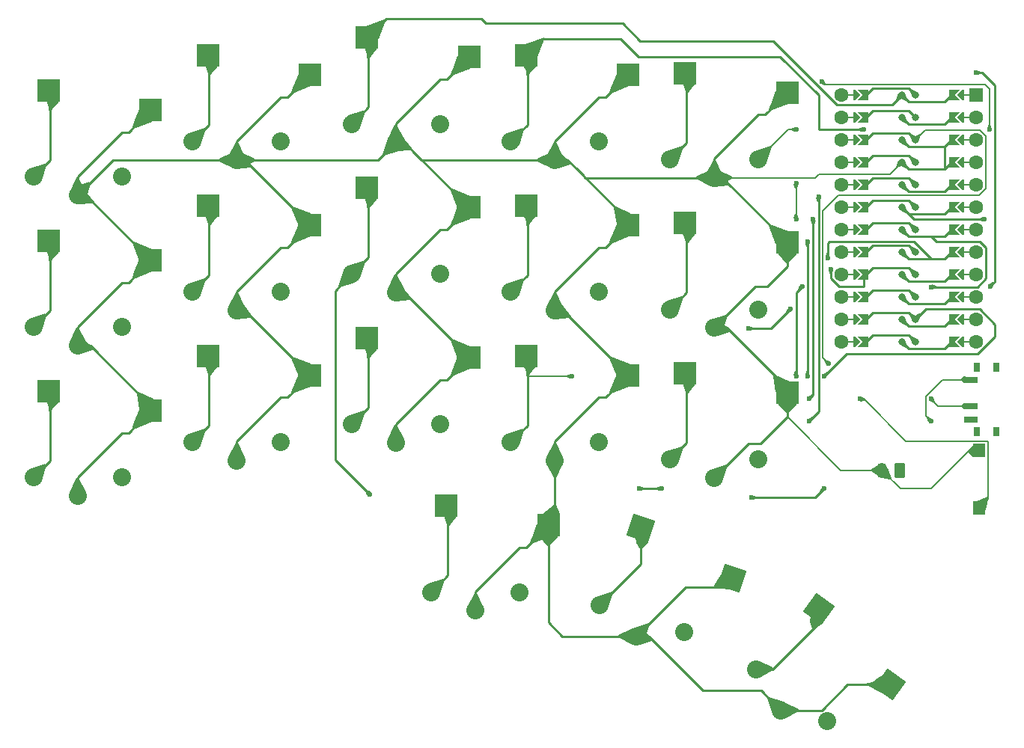
<source format=gbr>
%TF.GenerationSoftware,KiCad,Pcbnew,7.0.9*%
%TF.CreationDate,2023-11-22T09:36:00+00:00*%
%TF.ProjectId,vee_board_routed,7665655f-626f-4617-9264-5f726f757465,v1.0.0*%
%TF.SameCoordinates,Original*%
%TF.FileFunction,Copper,L2,Bot*%
%TF.FilePolarity,Positive*%
%FSLAX46Y46*%
G04 Gerber Fmt 4.6, Leading zero omitted, Abs format (unit mm)*
G04 Created by KiCad (PCBNEW 7.0.9) date 2023-11-22 09:36:00*
%MOMM*%
%LPD*%
G01*
G04 APERTURE LIST*
G04 Aperture macros list*
%AMRoundRect*
0 Rectangle with rounded corners*
0 $1 Rounding radius*
0 $2 $3 $4 $5 $6 $7 $8 $9 X,Y pos of 4 corners*
0 Add a 4 corners polygon primitive as box body*
4,1,4,$2,$3,$4,$5,$6,$7,$8,$9,$2,$3,0*
0 Add four circle primitives for the rounded corners*
1,1,$1+$1,$2,$3*
1,1,$1+$1,$4,$5*
1,1,$1+$1,$6,$7*
1,1,$1+$1,$8,$9*
0 Add four rect primitives between the rounded corners*
20,1,$1+$1,$2,$3,$4,$5,0*
20,1,$1+$1,$4,$5,$6,$7,0*
20,1,$1+$1,$6,$7,$8,$9,0*
20,1,$1+$1,$8,$9,$2,$3,0*%
%AMRotRect*
0 Rectangle, with rotation*
0 The origin of the aperture is its center*
0 $1 length*
0 $2 width*
0 $3 Rotation angle, in degrees counterclockwise*
0 Add horizontal line*
21,1,$1,$2,0,0,$3*%
%AMFreePoly0*
4,1,5,0.125000,-0.500000,-0.125000,-0.500000,-0.125000,0.500000,0.125000,0.500000,0.125000,-0.500000,0.125000,-0.500000,$1*%
%AMFreePoly1*
4,1,6,0.600000,0.200000,0.000000,-0.400000,-0.600000,0.200000,-0.600000,0.400000,0.600000,0.400000,0.600000,0.200000,0.600000,0.200000,$1*%
%AMFreePoly2*
4,1,6,0.600000,-0.250000,-0.600000,-0.250000,-0.600000,1.000000,0.000000,0.400000,0.600000,1.000000,0.600000,-0.250000,0.600000,-0.250000,$1*%
G04 Aperture macros list end*
%TA.AperFunction,SMDPad,CuDef*%
%ADD10R,2.600000X2.600000*%
%TD*%
%TA.AperFunction,ComponentPad*%
%ADD11C,2.032000*%
%TD*%
%TA.AperFunction,ComponentPad*%
%ADD12R,1.400000X1.500000*%
%TD*%
%TA.AperFunction,SMDPad,CuDef*%
%ADD13R,0.800000X1.000000*%
%TD*%
%TA.AperFunction,SMDPad,CuDef*%
%ADD14R,1.500000X0.700000*%
%TD*%
%TA.AperFunction,ComponentPad*%
%ADD15C,1.600000*%
%TD*%
%TA.AperFunction,ComponentPad*%
%ADD16R,1.600000X1.600000*%
%TD*%
%TA.AperFunction,SMDPad,CuDef*%
%ADD17FreePoly0,270.000000*%
%TD*%
%TA.AperFunction,SMDPad,CuDef*%
%ADD18FreePoly1,270.000000*%
%TD*%
%TA.AperFunction,SMDPad,CuDef*%
%ADD19FreePoly1,90.000000*%
%TD*%
%TA.AperFunction,SMDPad,CuDef*%
%ADD20FreePoly0,90.000000*%
%TD*%
%TA.AperFunction,SMDPad,CuDef*%
%ADD21FreePoly2,90.000000*%
%TD*%
%TA.AperFunction,SMDPad,CuDef*%
%ADD22FreePoly2,270.000000*%
%TD*%
%TA.AperFunction,SMDPad,CuDef*%
%ADD23RotRect,2.600000X2.600000X324.000000*%
%TD*%
%TA.AperFunction,ComponentPad*%
%ADD24RoundRect,0.250000X0.350000X0.625000X-0.350000X0.625000X-0.350000X-0.625000X0.350000X-0.625000X0*%
%TD*%
%TA.AperFunction,ComponentPad*%
%ADD25O,1.200000X1.750000*%
%TD*%
%TA.AperFunction,SMDPad,CuDef*%
%ADD26RotRect,2.600000X2.600000X342.000000*%
%TD*%
%TA.AperFunction,ViaPad*%
%ADD27C,0.600000*%
%TD*%
%TA.AperFunction,ViaPad*%
%ADD28C,0.800000*%
%TD*%
%TA.AperFunction,Conductor*%
%ADD29C,0.250000*%
%TD*%
%TA.AperFunction,Conductor*%
%ADD30C,0.200000*%
%TD*%
G04 APERTURE END LIST*
D10*
%TO.P,S11,1*%
%TO.N,P2*%
X232945000Y-130320000D03*
%TO.P,S11,2*%
%TO.N,GND*%
X244495000Y-132520000D03*
%TD*%
%TO.P,S4,1*%
%TO.N,P18*%
X196945000Y-147320000D03*
%TO.P,S4,2*%
%TO.N,GND*%
X208495000Y-149520000D03*
%TD*%
%TO.P,S9,1*%
%TO.N,P1*%
X214945000Y-111320000D03*
%TO.P,S9,2*%
%TO.N,GND*%
X226495000Y-113520000D03*
%TD*%
D11*
%TO.P,S26,1*%
%TO.N,P10*%
X223220000Y-138070000D03*
X213220000Y-138070000D03*
%TO.P,S26,2*%
%TO.N,GND*%
X218220000Y-140170000D03*
X218220000Y-140170000D03*
%TD*%
D12*
%TO.P,S37,1*%
%TO.N,RST*%
X284220000Y-164520000D03*
%TO.P,S37,2*%
%TO.N,GND*%
X284220000Y-158020000D03*
%TD*%
D10*
%TO.P,S12,1*%
%TO.N,P3*%
X232945000Y-113320000D03*
%TO.P,S12,2*%
%TO.N,GND*%
X244495000Y-115520000D03*
%TD*%
%TO.P,S5,1*%
%TO.N,P15*%
X196945000Y-130320000D03*
%TO.P,S5,2*%
%TO.N,GND*%
X208495000Y-132520000D03*
%TD*%
%TO.P,S1,1*%
%TO.N,P21*%
X178945000Y-151320000D03*
%TO.P,S1,2*%
%TO.N,GND*%
X190495000Y-153520000D03*
%TD*%
D11*
%TO.P,S34,1*%
%TO.N,P7*%
X232220000Y-174070000D03*
X222220000Y-174070000D03*
%TO.P,S34,2*%
%TO.N,GND*%
X227220000Y-176170000D03*
X227220000Y-176170000D03*
%TD*%
%TO.P,S29,1*%
%TO.N,P2*%
X241220000Y-140070000D03*
X231220000Y-140070000D03*
%TO.P,S29,2*%
%TO.N,GND*%
X236220000Y-142170000D03*
X236220000Y-142170000D03*
%TD*%
D13*
%TO.P,T1,*%
%TO.N,*%
X283940000Y-155920000D03*
X286150000Y-155920000D03*
D14*
X283290000Y-154520000D03*
D13*
X283940000Y-148620000D03*
X286150000Y-148620000D03*
D14*
%TO.P,T1,1*%
%TO.N,pos*%
X283290000Y-150020000D03*
%TO.P,T1,2*%
%TO.N,RAW*%
X283290000Y-153020000D03*
%TD*%
D11*
%TO.P,S28,1*%
%TO.N,P0*%
X241220000Y-157070000D03*
X231220000Y-157070000D03*
%TO.P,S28,2*%
%TO.N,GND*%
X236220000Y-159170000D03*
X236220000Y-159170000D03*
%TD*%
D10*
%TO.P,S2,1*%
%TO.N,P20*%
X178945000Y-134320000D03*
%TO.P,S2,2*%
%TO.N,GND*%
X190495000Y-136520000D03*
%TD*%
%TO.P,S8,1*%
%TO.N,P10*%
X214945000Y-128320000D03*
%TO.P,S8,2*%
%TO.N,GND*%
X226495000Y-130520000D03*
%TD*%
D11*
%TO.P,S20,1*%
%TO.N,P20*%
X187220000Y-144070000D03*
X177220000Y-144070000D03*
%TO.P,S20,2*%
%TO.N,GND*%
X182220000Y-146170000D03*
X182220000Y-146170000D03*
%TD*%
D15*
%TO.P,MCU1,*%
%TO.N,*%
X283840000Y-117800000D03*
D16*
X283840000Y-117800000D03*
D17*
X282570000Y-117800000D03*
D18*
X282062000Y-117800000D03*
D19*
X270378000Y-117800000D03*
D20*
X269870000Y-117800000D03*
D15*
X268600000Y-117800000D03*
X283840000Y-120340000D03*
D17*
X282570000Y-120340000D03*
D18*
X282062000Y-120340000D03*
D19*
X270378000Y-120340000D03*
D20*
X269870000Y-120340000D03*
D15*
X268600000Y-120340000D03*
X283840000Y-122880000D03*
D17*
X282570000Y-122880000D03*
D18*
X282062000Y-122880000D03*
D19*
X270378000Y-122880000D03*
D20*
X269870000Y-122880000D03*
D15*
X268600000Y-122880000D03*
X283840000Y-125420000D03*
D17*
X282570000Y-125420000D03*
D18*
X282062000Y-125420000D03*
D19*
X270378000Y-125420000D03*
D20*
X269870000Y-125420000D03*
D15*
X268600000Y-125420000D03*
X283840000Y-127960000D03*
D17*
X282570000Y-127960000D03*
D18*
X282062000Y-127960000D03*
D19*
X270378000Y-127960000D03*
D20*
X269870000Y-127960000D03*
D15*
X268600000Y-127960000D03*
X283840000Y-130500000D03*
D17*
X282570000Y-130500000D03*
D18*
X282062000Y-130500000D03*
D19*
X270378000Y-130500000D03*
D20*
X269870000Y-130500000D03*
D15*
X268600000Y-130500000D03*
X283840000Y-133040000D03*
D17*
X282570000Y-133040000D03*
D18*
X282062000Y-133040000D03*
D19*
X270378000Y-133040000D03*
D20*
X269870000Y-133040000D03*
D15*
X268600000Y-133040000D03*
X283840000Y-135580000D03*
D17*
X282570000Y-135580000D03*
D18*
X282062000Y-135580000D03*
D19*
X270378000Y-135580000D03*
D20*
X269870000Y-135580000D03*
D15*
X268600000Y-135580000D03*
X283840000Y-138120000D03*
D17*
X282570000Y-138120000D03*
D18*
X282062000Y-138120000D03*
D19*
X270378000Y-138120000D03*
D20*
X269870000Y-138120000D03*
D15*
X268600000Y-138120000D03*
X283840000Y-140660000D03*
D17*
X282570000Y-140660000D03*
D18*
X282062000Y-140660000D03*
D19*
X270378000Y-140660000D03*
D20*
X269870000Y-140660000D03*
D15*
X268600000Y-140660000D03*
X283840000Y-143200000D03*
D17*
X282570000Y-143200000D03*
D18*
X282062000Y-143200000D03*
D19*
X270378000Y-143200000D03*
D20*
X269870000Y-143200000D03*
D15*
X268600000Y-143200000D03*
X283840000Y-145740000D03*
D17*
X282570000Y-145740000D03*
D18*
X282062000Y-145740000D03*
D19*
X270378000Y-145740000D03*
D20*
X269870000Y-145740000D03*
D15*
X268600000Y-145740000D03*
D21*
%TO.P,MCU1,1*%
%TO.N,RAW*%
X271394000Y-117800000D03*
%TO.P,MCU1,2*%
%TO.N,N/C*%
X271394000Y-120340000D03*
%TO.P,MCU1,3*%
%TO.N,RST*%
X271394000Y-122880000D03*
%TO.P,MCU1,4*%
%TO.N,VCC*%
X271394000Y-125420000D03*
%TO.P,MCU1,5*%
%TO.N,P21*%
X271394000Y-127960000D03*
%TO.P,MCU1,6*%
%TO.N,P20*%
X271394000Y-130500000D03*
%TO.P,MCU1,7*%
%TO.N,P19*%
X271394000Y-133040000D03*
%TO.P,MCU1,8*%
%TO.N,P18*%
X271394000Y-135580000D03*
%TO.P,MCU1,9*%
%TO.N,P15*%
X271394000Y-138120000D03*
%TO.P,MCU1,10*%
%TO.N,P14*%
X271394000Y-140660000D03*
%TO.P,MCU1,11*%
%TO.N,P16*%
X271394000Y-143200000D03*
%TO.P,MCU1,12*%
%TO.N,P10*%
X271394000Y-145740000D03*
D22*
%TO.P,MCU1,13*%
%TO.N,P9*%
X281046000Y-145740000D03*
%TO.P,MCU1,14*%
%TO.N,P8*%
X281046000Y-143200000D03*
%TO.P,MCU1,15*%
%TO.N,P7*%
X281046000Y-140660000D03*
%TO.P,MCU1,16*%
%TO.N,P6*%
X281046000Y-138120000D03*
%TO.P,MCU1,17*%
%TO.N,P5*%
X281046000Y-135580000D03*
%TO.P,MCU1,18*%
%TO.N,P4*%
X281046000Y-133040000D03*
%TO.P,MCU1,19*%
%TO.N,P3*%
X281046000Y-130500000D03*
%TO.P,MCU1,20*%
%TO.N,P2*%
X281046000Y-127960000D03*
%TO.P,MCU1,21*%
%TO.N,GND*%
X281046000Y-125420000D03*
%TO.P,MCU1,22*%
X281046000Y-122880000D03*
%TO.P,MCU1,23*%
%TO.N,P0*%
X281046000Y-120340000D03*
%TO.P,MCU1,24*%
%TO.N,P1*%
X281046000Y-117800000D03*
%TD*%
D11*
%TO.P,S23,1*%
%TO.N,P15*%
X205220000Y-140070000D03*
X195220000Y-140070000D03*
%TO.P,S23,2*%
%TO.N,GND*%
X200220000Y-142170000D03*
X200220000Y-142170000D03*
%TD*%
D10*
%TO.P,S13,1*%
%TO.N,P4*%
X250945000Y-149320000D03*
%TO.P,S13,2*%
%TO.N,GND*%
X262495000Y-151520000D03*
%TD*%
D11*
%TO.P,S25,1*%
%TO.N,P16*%
X223220000Y-155070000D03*
X213220000Y-155070000D03*
%TO.P,S25,2*%
%TO.N,GND*%
X218220000Y-157170000D03*
X218220000Y-157170000D03*
%TD*%
%TO.P,S35,1*%
%TO.N,P8*%
X250801018Y-178629100D03*
X241290453Y-175538930D03*
%TO.P,S35,2*%
%TO.N,GND*%
X245396800Y-179081233D03*
X245396800Y-179081233D03*
%TD*%
D10*
%TO.P,S16,1*%
%TO.N,P7*%
X223945000Y-164320000D03*
%TO.P,S16,2*%
%TO.N,GND*%
X235495000Y-166520000D03*
%TD*%
D23*
%TO.P,S18,1*%
%TO.N,P9*%
X266067792Y-175931352D03*
%TO.P,S18,2*%
%TO.N,GND*%
X274118810Y-184500109D03*
%TD*%
D11*
%TO.P,S21,1*%
%TO.N,P19*%
X187220000Y-127070000D03*
X177220000Y-127070000D03*
%TO.P,S21,2*%
%TO.N,GND*%
X182220000Y-129170000D03*
X182220000Y-129170000D03*
%TD*%
D24*
%TO.P,_1,1*%
%TO.N,pos*%
X275220000Y-160270000D03*
D25*
%TO.P,_1,2*%
%TO.N,GND*%
X273220000Y-160270000D03*
%TD*%
D11*
%TO.P,S22,1*%
%TO.N,P18*%
X205220000Y-157070000D03*
X195220000Y-157070000D03*
%TO.P,S22,2*%
%TO.N,GND*%
X200220000Y-159170000D03*
X200220000Y-159170000D03*
%TD*%
%TO.P,S24,1*%
%TO.N,P14*%
X205220000Y-123070000D03*
X195220000Y-123070000D03*
%TO.P,S24,2*%
%TO.N,GND*%
X200220000Y-125170000D03*
X200220000Y-125170000D03*
%TD*%
D10*
%TO.P,S3,1*%
%TO.N,P19*%
X178945000Y-117320000D03*
%TO.P,S3,2*%
%TO.N,GND*%
X190495000Y-119520000D03*
%TD*%
D11*
%TO.P,S33,1*%
%TO.N,P6*%
X259220000Y-125070000D03*
X249220000Y-125070000D03*
%TO.P,S33,2*%
%TO.N,GND*%
X254220000Y-127170000D03*
X254220000Y-127170000D03*
%TD*%
D10*
%TO.P,S7,1*%
%TO.N,P16*%
X214945000Y-145320000D03*
%TO.P,S7,2*%
%TO.N,GND*%
X226495000Y-147520000D03*
%TD*%
D11*
%TO.P,S27,1*%
%TO.N,P1*%
X223220000Y-121070000D03*
X213220000Y-121070000D03*
%TO.P,S27,2*%
%TO.N,GND*%
X218220000Y-123170000D03*
X218220000Y-123170000D03*
%TD*%
%TO.P,S19,1*%
%TO.N,P21*%
X187220000Y-161070000D03*
X177220000Y-161070000D03*
%TO.P,S19,2*%
%TO.N,GND*%
X182220000Y-163170000D03*
X182220000Y-163170000D03*
%TD*%
D10*
%TO.P,S10,1*%
%TO.N,P0*%
X232945000Y-147320000D03*
%TO.P,S10,2*%
%TO.N,GND*%
X244495000Y-149520000D03*
%TD*%
%TO.P,S14,1*%
%TO.N,P5*%
X250945000Y-132320000D03*
%TO.P,S14,2*%
%TO.N,GND*%
X262495000Y-134520000D03*
%TD*%
D11*
%TO.P,S31,1*%
%TO.N,P4*%
X259220000Y-159070000D03*
X249220000Y-159070000D03*
%TO.P,S31,2*%
%TO.N,GND*%
X254220000Y-161170000D03*
X254220000Y-161170000D03*
%TD*%
D10*
%TO.P,S6,1*%
%TO.N,P14*%
X196945000Y-113320000D03*
%TO.P,S6,2*%
%TO.N,GND*%
X208495000Y-115520000D03*
%TD*%
%TO.P,S15,1*%
%TO.N,P6*%
X250945000Y-115320000D03*
%TO.P,S15,2*%
%TO.N,GND*%
X262495000Y-117520000D03*
%TD*%
D11*
%TO.P,S32,1*%
%TO.N,P5*%
X259220000Y-142070000D03*
X249220000Y-142070000D03*
%TO.P,S32,2*%
%TO.N,GND*%
X254220000Y-144170000D03*
X254220000Y-144170000D03*
%TD*%
%TO.P,S36,1*%
%TO.N,P9*%
X267031501Y-188683191D03*
X258941331Y-182805338D03*
%TO.P,S36,2*%
%TO.N,GND*%
X261752067Y-187443200D03*
X261752067Y-187443200D03*
%TD*%
D26*
%TO.P,S17,1*%
%TO.N,P8*%
X245943941Y-166799183D03*
%TO.P,S17,2*%
%TO.N,GND*%
X256248806Y-172460654D03*
%TD*%
D11*
%TO.P,S30,1*%
%TO.N,P3*%
X241220000Y-123070000D03*
X231220000Y-123070000D03*
%TO.P,S30,2*%
%TO.N,GND*%
X236220000Y-125170000D03*
X236220000Y-125170000D03*
%TD*%
D27*
%TO.N,P21*%
X266040000Y-129330000D03*
X264965500Y-154730000D03*
D28*
X276982000Y-127960000D03*
%TO.N,GND*%
X275458000Y-122880000D03*
X276987297Y-120354074D03*
D27*
X263118911Y-116896088D03*
D28*
X275458000Y-125420000D03*
D27*
%TO.N,P20*%
X265415500Y-131870000D03*
X264965500Y-152190000D03*
D28*
X276982000Y-130500000D03*
D27*
%TO.N,P19*%
X264791000Y-149650000D03*
X264791000Y-134410000D03*
D28*
X276982000Y-133040000D03*
D27*
%TO.N,P18*%
X245720000Y-162350000D03*
X263500000Y-149650000D03*
X248260000Y-162350000D03*
X264166500Y-139490000D03*
D28*
X276982000Y-135580000D03*
D27*
%TO.N,P15*%
X267437162Y-137540721D03*
X258076642Y-144226642D03*
D28*
X276982000Y-138120000D03*
D27*
X262875500Y-142030000D03*
%TO.N,P14*%
X285420500Y-139490000D03*
D28*
X276982000Y-140660000D03*
D27*
X283820000Y-115269500D03*
%TO.N,P16*%
X258420000Y-163365500D03*
X266664500Y-162350000D03*
X266664500Y-149650000D03*
D28*
X276982000Y-143200000D03*
D27*
%TO.N,P10*%
X215240000Y-162974500D03*
D28*
X276982000Y-145740000D03*
%TO.N,P1*%
X275458000Y-117800000D03*
D27*
%TO.N,P0*%
X238100000Y-149650000D03*
X263500000Y-131870000D03*
D28*
X275458000Y-120340000D03*
D27*
X263500000Y-127769500D03*
D28*
%TO.N,P2*%
X275458000Y-127960000D03*
D27*
%TO.N,P3*%
X271120000Y-121710000D03*
D28*
X275458000Y-130500000D03*
D27*
X284796000Y-131870000D03*
%TO.N,P4*%
X278740000Y-139522721D03*
D28*
X275458000Y-133040000D03*
%TO.N,P5*%
X275458000Y-135580000D03*
D27*
X267064500Y-136291721D03*
%TO.N,P6*%
X263500000Y-121710000D03*
X285370500Y-121710000D03*
X266381092Y-116288905D03*
D28*
X275458000Y-138120000D03*
%TO.N,P7*%
X275458000Y-140660000D03*
%TO.N,P8*%
X275458000Y-143200000D03*
%TO.N,P9*%
X275458000Y-145740000D03*
D27*
%TO.N,RAW*%
X278740000Y-152190000D03*
D28*
X276982000Y-117800000D03*
D27*
%TO.N,RST*%
X267164635Y-148234635D03*
D28*
X276982000Y-122880000D03*
D27*
X270742353Y-152190000D03*
D28*
%TO.N,VCC*%
X276982000Y-125420000D03*
D27*
%TO.N,pos*%
X278740000Y-154730000D03*
%TD*%
D29*
%TO.N,P21*%
X179095000Y-159195000D02*
X177220000Y-161070000D01*
X272160000Y-127194000D02*
X271394000Y-127960000D01*
X266040000Y-153655500D02*
X266040000Y-129330000D01*
X264965500Y-154730000D02*
X266040000Y-153655500D01*
X179095000Y-151470000D02*
X179095000Y-159195000D01*
X276982000Y-127960000D02*
X276216000Y-127194000D01*
X276216000Y-127194000D02*
X272160000Y-127194000D01*
%TO.N,GND*%
X262495000Y-151520000D02*
X262495000Y-154228684D01*
X241970900Y-135044100D02*
X241212216Y-135044100D01*
X187212216Y-122044100D02*
X182220000Y-127036316D01*
X190495000Y-153520000D02*
X187970900Y-156044100D01*
D30*
X283070000Y-158020000D02*
X278740000Y-162350000D01*
D29*
X276221297Y-119588074D02*
X272165297Y-119588074D01*
X205970900Y-152044100D02*
X205212216Y-152044100D01*
X236220000Y-142170000D02*
X237145000Y-142170000D01*
X223212216Y-133044100D02*
X218220000Y-138036316D01*
X235495000Y-177525000D02*
X237051233Y-179081233D01*
D30*
X268536316Y-160270000D02*
X262495000Y-154228684D01*
D29*
X254220000Y-127170000D02*
X239656840Y-127170000D01*
X241212216Y-135044100D02*
X236220000Y-140036316D01*
X237145000Y-142170000D02*
X244495000Y-149520000D01*
X235495000Y-166520000D02*
X232970900Y-169044100D01*
X232212216Y-169044100D02*
X227220000Y-174036316D01*
X241970900Y-152044100D02*
X241212216Y-152044100D01*
X254220000Y-125036316D02*
X254220000Y-127170000D01*
X182220000Y-129170000D02*
X186220000Y-125170000D01*
X258894100Y-139495900D02*
X254220000Y-144170000D01*
X182220000Y-161036316D02*
X182220000Y-163170000D01*
X275452099Y-125432221D02*
X276218099Y-126198221D01*
X190495000Y-119520000D02*
X187970900Y-122044100D01*
X190495000Y-136520000D02*
X187970900Y-139044100D01*
X200220000Y-125170000D02*
X216220000Y-125170000D01*
X232970900Y-169044100D02*
X232212216Y-169044100D01*
X274118810Y-184500109D02*
X269318122Y-184500109D01*
X219145000Y-140170000D02*
X226495000Y-147520000D01*
X241212216Y-118044100D02*
X236220000Y-123036316D01*
X200220000Y-142170000D02*
X201145000Y-142170000D01*
X280274099Y-126198221D02*
X281040099Y-125432221D01*
X221145000Y-125170000D02*
X220272500Y-124297500D01*
X241970900Y-118044100D02*
X241212216Y-118044100D01*
X200220000Y-157036316D02*
X200220000Y-159170000D01*
X208495000Y-149520000D02*
X205970900Y-152044100D01*
X276218099Y-123658221D02*
X280274099Y-123658221D01*
X254220000Y-144170000D02*
X255656840Y-144170000D01*
X208495000Y-132520000D02*
X205970900Y-135044100D01*
D30*
X284220000Y-158020000D02*
X283070000Y-158020000D01*
D29*
X226495000Y-130520000D02*
X223970900Y-133044100D01*
D30*
X275300000Y-162350000D02*
X273220000Y-160270000D01*
D29*
X187970900Y-156044100D02*
X187212216Y-156044100D01*
X260227784Y-139495900D02*
X258894100Y-139495900D01*
D30*
X274109000Y-126769000D02*
X266061000Y-126769000D01*
X280274099Y-126191901D02*
X280274099Y-126198221D01*
D29*
X187970900Y-139044100D02*
X187212216Y-139044100D01*
X182220000Y-129170000D02*
X183145000Y-129170000D01*
X245396800Y-179081233D02*
X246833640Y-179081233D01*
X187212216Y-156044100D02*
X182220000Y-161036316D01*
X236220000Y-125170000D02*
X237656840Y-125170000D01*
D30*
X275458000Y-125420000D02*
X274109000Y-126769000D01*
D29*
X276987297Y-120354074D02*
X276221297Y-119588074D01*
X259518867Y-185210000D02*
X261752067Y-187443200D01*
X255656840Y-144170000D02*
X262495000Y-151008160D01*
X226495000Y-147520000D02*
X223970900Y-150044100D01*
D30*
X266061000Y-126769000D02*
X265660000Y-127170000D01*
D29*
X223970900Y-116044100D02*
X223212216Y-116044100D01*
X237656840Y-125170000D02*
X238688420Y-126201580D01*
X216220000Y-125170000D02*
X218220000Y-123170000D01*
X226495000Y-113520000D02*
X223970900Y-116044100D01*
X280274099Y-123658221D02*
X280274099Y-126198221D01*
X275452099Y-122892221D02*
X276218099Y-123658221D01*
X205970900Y-135044100D02*
X205212216Y-135044100D01*
X258120000Y-157270000D02*
X254220000Y-161170000D01*
X183145000Y-129170000D02*
X190495000Y-136520000D01*
X246833640Y-179081233D02*
X252962407Y-185210000D01*
X219145000Y-123170000D02*
X220272500Y-124297500D01*
X259970900Y-120044100D02*
X259212216Y-120044100D01*
X223970900Y-150044100D02*
X223212216Y-150044100D01*
X223212216Y-150044100D02*
X218220000Y-155036316D01*
X200220000Y-125170000D02*
X201145000Y-125170000D01*
X236220000Y-140036316D02*
X236220000Y-142170000D01*
X262495000Y-137228684D02*
X260227784Y-139495900D01*
X183656840Y-146170000D02*
X190495000Y-153008160D01*
X255217120Y-173492340D02*
X250985693Y-173492340D01*
X223970900Y-133044100D02*
X223212216Y-133044100D01*
X259212216Y-120044100D02*
X254220000Y-125036316D01*
X187212216Y-139044100D02*
X182220000Y-144036316D01*
X244495000Y-115520000D02*
X241970900Y-118044100D01*
X208495000Y-115520000D02*
X205970900Y-118044100D01*
X269318122Y-184500109D02*
X266375031Y-187443200D01*
X280274099Y-123658221D02*
X281040099Y-122892221D01*
X266375031Y-187443200D02*
X261752067Y-187443200D01*
X254220000Y-127170000D02*
X255145000Y-127170000D01*
X262495000Y-154228684D02*
X259453684Y-157270000D01*
X218220000Y-123170000D02*
X219145000Y-123170000D01*
X238688420Y-126201580D02*
X244495000Y-132008160D01*
X272165297Y-119588074D02*
X271399297Y-120354074D01*
X205970900Y-118044100D02*
X205212216Y-118044100D01*
X200220000Y-123036316D02*
X200220000Y-125170000D01*
X259453684Y-157270000D02*
X258120000Y-157270000D01*
X182220000Y-127036316D02*
X182220000Y-129170000D01*
X182220000Y-144036316D02*
X182220000Y-146170000D01*
X187970900Y-122044100D02*
X187212216Y-122044100D01*
X182220000Y-146170000D02*
X183656840Y-146170000D01*
X237051233Y-179081233D02*
X245396800Y-179081233D01*
X227220000Y-174036316D02*
X227220000Y-176170000D01*
X276218099Y-126198221D02*
X280274099Y-126198221D01*
X256248806Y-172460654D02*
X255217120Y-173492340D01*
X205212216Y-118044100D02*
X200220000Y-123036316D01*
X241212216Y-152044100D02*
X236220000Y-157036316D01*
D30*
X265660000Y-127170000D02*
X254220000Y-127170000D01*
D29*
X239656840Y-127170000D02*
X238688420Y-126201580D01*
X218220000Y-155036316D02*
X218220000Y-157170000D01*
X201145000Y-125170000D02*
X208495000Y-132520000D01*
D30*
X273220000Y-160270000D02*
X268536316Y-160270000D01*
D29*
X255145000Y-127170000D02*
X262495000Y-134520000D01*
X205212216Y-135044100D02*
X200220000Y-140036316D01*
X236220000Y-123036316D02*
X236220000Y-125170000D01*
X218220000Y-138036316D02*
X218220000Y-140170000D01*
X236220000Y-125170000D02*
X221145000Y-125170000D01*
X262495000Y-134520000D02*
X262495000Y-137228684D01*
D30*
X278740000Y-162350000D02*
X275300000Y-162350000D01*
D29*
X244495000Y-132520000D02*
X241970900Y-135044100D01*
X235495000Y-166520000D02*
X235495000Y-177525000D01*
X262495000Y-117520000D02*
X259970900Y-120044100D01*
X223212216Y-116044100D02*
X218220000Y-121036316D01*
D30*
X281046000Y-125420000D02*
X280274099Y-126191901D01*
D29*
X200220000Y-140036316D02*
X200220000Y-142170000D01*
X218220000Y-140170000D02*
X219145000Y-140170000D01*
X218220000Y-121036316D02*
X218220000Y-123170000D01*
X236220000Y-157036316D02*
X236220000Y-159170000D01*
X250985693Y-173492340D02*
X245396800Y-179081233D01*
X252962407Y-185210000D02*
X259518867Y-185210000D01*
X226495000Y-130520000D02*
X220272500Y-124297500D01*
X244495000Y-149520000D02*
X241970900Y-152044100D01*
X201145000Y-142170000D02*
X208495000Y-149520000D01*
X236220000Y-159170000D02*
X236220000Y-165795000D01*
X186220000Y-125170000D02*
X200220000Y-125170000D01*
X205212216Y-152044100D02*
X200220000Y-157036316D01*
%TO.N,P20*%
X179095000Y-134470000D02*
X179095000Y-142195000D01*
X276216000Y-129734000D02*
X272160000Y-129734000D01*
X265415500Y-151740000D02*
X265415500Y-131870000D01*
X264965500Y-152190000D02*
X265415500Y-151740000D01*
X179095000Y-142195000D02*
X177220000Y-144070000D01*
X276982000Y-130500000D02*
X276216000Y-129734000D01*
X272160000Y-129734000D02*
X271394000Y-130500000D01*
%TO.N,P19*%
X276982000Y-133040000D02*
X276216000Y-132274000D01*
X179095000Y-125195000D02*
X177220000Y-127070000D01*
X264791000Y-149650000D02*
X264791000Y-134410000D01*
X272160000Y-132274000D02*
X271394000Y-133040000D01*
X179095000Y-117470000D02*
X179095000Y-125195000D01*
X276216000Y-132274000D02*
X272160000Y-132274000D01*
%TO.N,P18*%
X276216000Y-134814000D02*
X272160000Y-134814000D01*
X263500000Y-140156500D02*
X263500000Y-149650000D01*
X197095000Y-147470000D02*
X197095000Y-155195000D01*
X245720000Y-162350000D02*
X248260000Y-162350000D01*
X264166500Y-139490000D02*
X263500000Y-140156500D01*
X272160000Y-134814000D02*
X271394000Y-135580000D01*
X197095000Y-155195000D02*
X195220000Y-157070000D01*
X276982000Y-135580000D02*
X276216000Y-134814000D01*
%TO.N,P15*%
X197095000Y-138195000D02*
X195220000Y-140070000D01*
X260678858Y-144226642D02*
X262875500Y-142030000D01*
X267437162Y-137540721D02*
X267437162Y-138548153D01*
X267437162Y-138548153D02*
X268379009Y-139490000D01*
X258076642Y-144226642D02*
X260678858Y-144226642D01*
X276982000Y-138120000D02*
X276216000Y-137354000D01*
X276216000Y-137354000D02*
X272160000Y-137354000D01*
X272160000Y-137354000D02*
X271394000Y-138120000D01*
X197095000Y-130470000D02*
X197095000Y-138195000D01*
X271120000Y-138394000D02*
X272160000Y-137354000D01*
X271120000Y-139490000D02*
X271120000Y-138394000D01*
X268379009Y-139490000D02*
X271120000Y-139490000D01*
%TO.N,P14*%
X276982000Y-140660000D02*
X276216000Y-139894000D01*
X197095000Y-121195000D02*
X195220000Y-123070000D01*
X285995000Y-116742394D02*
X285995000Y-138915500D01*
X276216000Y-139894000D02*
X272160000Y-139894000D01*
X285995000Y-138915500D02*
X285420500Y-139490000D01*
X283820000Y-115269500D02*
X284522106Y-115269500D01*
X197095000Y-113470000D02*
X197095000Y-121195000D01*
X284522106Y-115269500D02*
X285995000Y-116742394D01*
X272160000Y-139894000D02*
X271394000Y-140660000D01*
%TO.N,P16*%
X269204500Y-147110000D02*
X284060991Y-147110000D01*
X265649000Y-163365500D02*
X266664500Y-162350000D01*
X285995000Y-143764009D02*
X284260991Y-142030000D01*
X215095000Y-153195000D02*
X213220000Y-155070000D01*
X258420000Y-163365500D02*
X265649000Y-163365500D01*
X266664500Y-149650000D02*
X269204500Y-147110000D01*
X285995000Y-145175991D02*
X285995000Y-143764009D01*
X278152000Y-142030000D02*
X276982000Y-143200000D01*
X284260991Y-142030000D02*
X278152000Y-142030000D01*
X284060991Y-147110000D02*
X285995000Y-145175991D01*
X276216000Y-142434000D02*
X272160000Y-142434000D01*
X215095000Y-145470000D02*
X215095000Y-153195000D01*
X272160000Y-142434000D02*
X271394000Y-143200000D01*
X276982000Y-143200000D02*
X276216000Y-142434000D01*
%TO.N,P10*%
X215095000Y-136195000D02*
X213220000Y-138070000D01*
X211345000Y-139945000D02*
X213220000Y-138070000D01*
X211345000Y-159079500D02*
X211345000Y-139945000D01*
X215240000Y-162974500D02*
X211345000Y-159079500D01*
X276216000Y-144974000D02*
X272160000Y-144974000D01*
X276982000Y-145740000D02*
X276216000Y-144974000D01*
X272160000Y-144974000D02*
X271394000Y-145740000D01*
X215095000Y-128470000D02*
X215095000Y-136195000D01*
%TO.N,P1*%
X268134009Y-118925000D02*
X274333000Y-118925000D01*
X215095000Y-119195000D02*
X213220000Y-121070000D01*
X280274099Y-118578221D02*
X281040099Y-117812221D01*
X214945000Y-111320000D02*
X217121293Y-109143707D01*
X243865000Y-109695000D02*
X245865000Y-111695000D01*
X276218099Y-118578221D02*
X280274099Y-118578221D01*
X215095000Y-111470000D02*
X215095000Y-119195000D01*
X227865718Y-109143707D02*
X228417011Y-109695000D01*
X274333000Y-118925000D02*
X275458000Y-117800000D01*
X275452099Y-117812221D02*
X276218099Y-118578221D01*
X260904009Y-111695000D02*
X268134009Y-118925000D01*
X245865000Y-111695000D02*
X260904009Y-111695000D01*
X228417011Y-109695000D02*
X243865000Y-109695000D01*
X217121293Y-109143707D02*
X227865718Y-109143707D01*
D30*
%TO.N,P0*%
X263500000Y-131870000D02*
X263500000Y-127769500D01*
D29*
X280274099Y-121118221D02*
X281040099Y-120352221D01*
X275452099Y-120352221D02*
X276218099Y-121118221D01*
X233095000Y-155195000D02*
X231220000Y-157070000D01*
X233095000Y-147470000D02*
X233095000Y-149650000D01*
D30*
X238100000Y-149650000D02*
X233095000Y-149650000D01*
D29*
X233095000Y-149650000D02*
X233095000Y-155195000D01*
X276218099Y-121118221D02*
X280274099Y-121118221D01*
%TO.N,P2*%
X233095000Y-138195000D02*
X231220000Y-140070000D01*
X275452099Y-127972221D02*
X276218099Y-128738221D01*
X276218099Y-128738221D02*
X280274099Y-128738221D01*
X233095000Y-130470000D02*
X233095000Y-138195000D01*
X280274099Y-128738221D02*
X281040099Y-127972221D01*
%TO.N,P3*%
X233095000Y-113470000D02*
X233095000Y-121195000D01*
X243670000Y-111445000D02*
X245670000Y-113445000D01*
X275452099Y-130512221D02*
X276218099Y-131278221D01*
X276218099Y-131278221D02*
X276809878Y-131870000D01*
X233095000Y-121195000D02*
X231220000Y-123070000D01*
X280274099Y-131278221D02*
X281040099Y-130512221D01*
X261670000Y-113445000D02*
X266040000Y-117815000D01*
X232945000Y-113320000D02*
X234820000Y-111445000D01*
X276809878Y-131870000D02*
X284796000Y-131870000D01*
X245670000Y-113445000D02*
X261670000Y-113445000D01*
X234820000Y-111445000D02*
X243670000Y-111445000D01*
X276218099Y-131278221D02*
X280274099Y-131278221D01*
X266040000Y-117815000D02*
X266040000Y-121710000D01*
X271120000Y-121710000D02*
X266040000Y-121710000D01*
%TO.N,P4*%
X284260991Y-134410000D02*
X279331779Y-134410000D01*
X284965000Y-135114009D02*
X284260991Y-134410000D01*
X251095000Y-149470000D02*
X251095000Y-157195000D01*
X278740000Y-133818221D02*
X280274099Y-133818221D01*
X251095000Y-157195000D02*
X249220000Y-159070000D01*
X280274099Y-133818221D02*
X281040099Y-133052221D01*
X279331779Y-134410000D02*
X278740000Y-133818221D01*
X284965000Y-138585991D02*
X284965000Y-135114009D01*
X276218099Y-133818221D02*
X278740000Y-133818221D01*
X278740000Y-139522721D02*
X284028270Y-139522721D01*
X284028270Y-139522721D02*
X284965000Y-138585991D01*
X275452099Y-133052221D02*
X276218099Y-133818221D01*
%TO.N,P5*%
X251095000Y-140195000D02*
X249220000Y-142070000D01*
X280274099Y-136358221D02*
X281040099Y-135592221D01*
X267064500Y-136291721D02*
X267064500Y-134584500D01*
X278740000Y-136312695D02*
X278740000Y-136358221D01*
X251095000Y-132470000D02*
X251095000Y-140195000D01*
X276218099Y-136358221D02*
X278740000Y-136358221D01*
X275452099Y-135592221D02*
X276218099Y-136358221D01*
X267285000Y-134364000D02*
X276791305Y-134364000D01*
X278740000Y-136358221D02*
X280274099Y-136358221D01*
X276791305Y-134364000D02*
X278740000Y-136312695D01*
X267064500Y-134584500D02*
X267285000Y-134364000D01*
D30*
%TO.N,P6*%
X285370500Y-117130500D02*
X284849000Y-116609000D01*
X262580000Y-121710000D02*
X259220000Y-125070000D01*
X285370500Y-121710000D02*
X285370500Y-117130500D01*
D29*
X251095000Y-123195000D02*
X249220000Y-125070000D01*
D30*
X284849000Y-116609000D02*
X266701187Y-116609000D01*
D29*
X280274099Y-138898221D02*
X281040099Y-138132221D01*
X276218099Y-138898221D02*
X280274099Y-138898221D01*
D30*
X263500000Y-121710000D02*
X262580000Y-121710000D01*
X266701187Y-116609000D02*
X266381092Y-116288905D01*
D29*
X275452099Y-138132221D02*
X276218099Y-138898221D01*
X251095000Y-115470000D02*
X251095000Y-123195000D01*
%TO.N,P7*%
X224095000Y-164470000D02*
X224095000Y-172195000D01*
X280274099Y-141438221D02*
X281040099Y-140672221D01*
X224095000Y-172195000D02*
X222220000Y-174070000D01*
X276218099Y-141438221D02*
X280274099Y-141438221D01*
X275452099Y-140672221D02*
X276218099Y-141438221D01*
%TO.N,P8*%
X280274099Y-143978221D02*
X281040099Y-143212221D01*
X276218099Y-143978221D02*
X280274099Y-143978221D01*
X245943941Y-166799183D02*
X245943941Y-170885442D01*
X245943941Y-170885442D02*
X241290453Y-175538930D01*
X275452099Y-143212221D02*
X276218099Y-143978221D01*
%TO.N,P9*%
X260800695Y-182805338D02*
X258941331Y-182805338D01*
X266067792Y-175931352D02*
X266067792Y-177538241D01*
X266067792Y-177538241D02*
X260800695Y-182805338D01*
X280274099Y-146518221D02*
X281040099Y-145752221D01*
X276218099Y-146518221D02*
X280274099Y-146518221D01*
X275452099Y-145752221D02*
X276218099Y-146518221D01*
%TO.N,RAW*%
X272160000Y-117034000D02*
X271394000Y-117800000D01*
X276982000Y-117800000D02*
X276216000Y-117034000D01*
D30*
X278740000Y-152190000D02*
X279570000Y-153020000D01*
D29*
X276216000Y-117034000D02*
X272160000Y-117034000D01*
D30*
X279570000Y-153020000D02*
X283290000Y-153020000D01*
%TO.N,RST*%
X278082000Y-121780000D02*
X276982000Y-122880000D01*
X285220000Y-156970000D02*
X275900000Y-156970000D01*
X267164635Y-148234635D02*
X266465000Y-147535000D01*
X266465000Y-147535000D02*
X266465000Y-130945807D01*
X284192414Y-129163221D02*
X284940000Y-128415635D01*
X285220000Y-163520000D02*
X285220000Y-156970000D01*
X284940000Y-128415635D02*
X284940000Y-122424365D01*
D29*
X272160000Y-122114000D02*
X271394000Y-122880000D01*
D30*
X284220000Y-164520000D02*
X285220000Y-163520000D01*
X284940000Y-122424365D02*
X284295635Y-121780000D01*
X271120000Y-152190000D02*
X270742353Y-152190000D01*
D29*
X276982000Y-122880000D02*
X276216000Y-122114000D01*
D30*
X266465000Y-130945807D02*
X268247586Y-129163221D01*
D29*
X276216000Y-122114000D02*
X272160000Y-122114000D01*
D30*
X268247586Y-129163221D02*
X284192414Y-129163221D01*
X275900000Y-156970000D02*
X271120000Y-152190000D01*
X284295635Y-121780000D02*
X278082000Y-121780000D01*
D29*
%TO.N,VCC*%
X272160000Y-124654000D02*
X271394000Y-125420000D01*
X276982000Y-125420000D02*
X276216000Y-124654000D01*
X276216000Y-124654000D02*
X272160000Y-124654000D01*
D30*
%TO.N,pos*%
X278140000Y-151941471D02*
X278140000Y-154130000D01*
X280061471Y-150020000D02*
X278140000Y-151941471D01*
X278140000Y-154130000D02*
X278740000Y-154730000D01*
X283290000Y-150020000D02*
X280061471Y-150020000D01*
%TD*%
%TA.AperFunction,Conductor*%
%TO.N,GND*%
G36*
X224583406Y-145427293D02*
G01*
X226601059Y-146216809D01*
X226607515Y-146223015D01*
X226608452Y-146228722D01*
X226496560Y-147510921D01*
X226492427Y-147518865D01*
X226485921Y-147521560D01*
X225203722Y-147633452D01*
X225195182Y-147630757D01*
X225191809Y-147626059D01*
X224402293Y-145608406D01*
X224402470Y-145599453D01*
X224404913Y-145595873D01*
X224570871Y-145429915D01*
X224579143Y-145426489D01*
X224583406Y-145427293D01*
G37*
%TD.AperFunction*%
%TD*%
%TA.AperFunction,Conductor*%
%TO.N,GND*%
G36*
X244485921Y-132518439D02*
G01*
X244493865Y-132522572D01*
X244496560Y-132529078D01*
X244608452Y-133811277D01*
X244605757Y-133819817D01*
X244601059Y-133823190D01*
X242583406Y-134612706D01*
X242574453Y-134612529D01*
X242570870Y-134610083D01*
X242404916Y-134444129D01*
X242401489Y-134435856D01*
X242402293Y-134431593D01*
X242641612Y-133820000D01*
X243191809Y-132413939D01*
X243198015Y-132407484D01*
X243203721Y-132406547D01*
X244485921Y-132518439D01*
G37*
%TD.AperFunction*%
%TD*%
%TA.AperFunction,Conductor*%
%TO.N,GND*%
G36*
X255559211Y-142659006D02*
G01*
X255562251Y-142661198D01*
X255728801Y-142827748D01*
X255732228Y-142836021D01*
X255731628Y-142839721D01*
X255162630Y-144546900D01*
X255156763Y-144553665D01*
X255147830Y-144554300D01*
X255147062Y-144554013D01*
X254631122Y-144340853D01*
X254223781Y-144172561D01*
X254217446Y-144166237D01*
X253835986Y-143242936D01*
X253835994Y-143233982D01*
X253842331Y-143227656D01*
X253843071Y-143227379D01*
X255550279Y-142658371D01*
X255559211Y-142659006D01*
G37*
%TD.AperFunction*%
%TD*%
%TA.AperFunction,Conductor*%
%TO.N,GND*%
G36*
X280383994Y-125955822D02*
G01*
X280510444Y-126082272D01*
X280513871Y-126090545D01*
X280511359Y-126097789D01*
X280370573Y-126276353D01*
X280362759Y-126280728D01*
X280354141Y-126278297D01*
X280353178Y-126277448D01*
X280352065Y-126276353D01*
X280273392Y-126198928D01*
X280194551Y-126118815D01*
X280191190Y-126110514D01*
X280194683Y-126102269D01*
X280195311Y-126101694D01*
X280368157Y-125955169D01*
X280376682Y-125952435D01*
X280383994Y-125955822D01*
G37*
%TD.AperFunction*%
%TD*%
%TA.AperFunction,Conductor*%
%TO.N,P16*%
G36*
X277465014Y-142551643D02*
G01*
X277630356Y-142716985D01*
X277633783Y-142725258D01*
X277632747Y-142730071D01*
X277356206Y-143342760D01*
X277349679Y-143348891D01*
X277341090Y-143348767D01*
X276985804Y-143202563D01*
X276979457Y-143196245D01*
X276979436Y-143196195D01*
X276833232Y-142840909D01*
X276833253Y-142831955D01*
X276839237Y-142825794D01*
X277451928Y-142549251D01*
X277460878Y-142548972D01*
X277465014Y-142551643D01*
G37*
%TD.AperFunction*%
%TD*%
%TA.AperFunction,Conductor*%
%TO.N,GND*%
G36*
X200945505Y-141461037D02*
G01*
X200946526Y-141462206D01*
X202010191Y-142856485D01*
X202012485Y-142865141D01*
X202009162Y-142871854D01*
X201842623Y-143038393D01*
X201835390Y-143041774D01*
X200232731Y-143184863D01*
X200224186Y-143182185D01*
X200220037Y-143174249D01*
X200219991Y-143173217D01*
X200219897Y-143038393D01*
X200219296Y-142174149D01*
X200222716Y-142165876D01*
X200928961Y-141461020D01*
X200937236Y-141457602D01*
X200945505Y-141461037D01*
G37*
%TD.AperFunction*%
%TD*%
%TA.AperFunction,Conductor*%
%TO.N,GND*%
G36*
X262590793Y-154149423D02*
G01*
X262591509Y-154150221D01*
X262735781Y-154326554D01*
X262738368Y-154335127D01*
X262734999Y-154342236D01*
X262608552Y-154468683D01*
X262600279Y-154472110D01*
X262592870Y-154469465D01*
X262476353Y-154374133D01*
X262416536Y-154325192D01*
X262412304Y-154317302D01*
X262414891Y-154308729D01*
X262415597Y-154307941D01*
X262494293Y-154227977D01*
X262574248Y-154149290D01*
X262582548Y-154145930D01*
X262590793Y-154149423D01*
G37*
%TD.AperFunction*%
%TD*%
%TA.AperFunction,Conductor*%
%TO.N,GND*%
G36*
X236346042Y-140157427D02*
G01*
X236348234Y-140160467D01*
X237153049Y-141769969D01*
X237153684Y-141778902D01*
X237147817Y-141785667D01*
X237147071Y-141786007D01*
X236224487Y-142169136D01*
X236215532Y-142169144D01*
X236215513Y-142169136D01*
X235292928Y-141786007D01*
X235286602Y-141779670D01*
X235286610Y-141770715D01*
X235286940Y-141769990D01*
X236091766Y-140160466D01*
X236098531Y-140154600D01*
X236102231Y-140154000D01*
X236337769Y-140154000D01*
X236346042Y-140157427D01*
G37*
%TD.AperFunction*%
%TD*%
%TA.AperFunction,Conductor*%
%TO.N,P6*%
G36*
X260576946Y-123576679D02*
G01*
X260579859Y-123578806D01*
X260711193Y-123710140D01*
X260714620Y-123718413D01*
X260714064Y-123721977D01*
X260162531Y-125446705D01*
X260156747Y-125453541D01*
X260147823Y-125454285D01*
X260146919Y-125453954D01*
X259673413Y-125258326D01*
X259223781Y-125072561D01*
X259217446Y-125066237D01*
X258836045Y-124143079D01*
X258836053Y-124134125D01*
X258842390Y-124127799D01*
X258843279Y-124127473D01*
X260568023Y-123575935D01*
X260576946Y-123576679D01*
G37*
%TD.AperFunction*%
%TD*%
%TA.AperFunction,Conductor*%
%TO.N,P15*%
G36*
X267702030Y-137650388D02*
G01*
X267708342Y-137656740D01*
X267708315Y-137665695D01*
X267707838Y-137666699D01*
X267681223Y-137716494D01*
X267671186Y-137735273D01*
X267671185Y-137735275D01*
X267671185Y-137735276D01*
X267613978Y-137923859D01*
X267613976Y-137923868D01*
X267606679Y-137997945D01*
X267606199Y-138000299D01*
X267564733Y-138132522D01*
X267558987Y-138139391D01*
X267553569Y-138140721D01*
X267320755Y-138140721D01*
X267312482Y-138137294D01*
X267309591Y-138132522D01*
X267163191Y-137665708D01*
X267163985Y-137656789D01*
X267169841Y-137651413D01*
X267432652Y-137541604D01*
X267441606Y-137541578D01*
X267702030Y-137650388D01*
G37*
%TD.AperFunction*%
%TD*%
%TA.AperFunction,Conductor*%
%TO.N,GND*%
G36*
X218945505Y-139461037D02*
G01*
X218946526Y-139462206D01*
X220010191Y-140856485D01*
X220012485Y-140865141D01*
X220009162Y-140871854D01*
X219842623Y-141038393D01*
X219835390Y-141041774D01*
X218232731Y-141184863D01*
X218224186Y-141182185D01*
X218220037Y-141174249D01*
X218219991Y-141173217D01*
X218219897Y-141038393D01*
X218219296Y-140174149D01*
X218222716Y-140165876D01*
X218928961Y-139461020D01*
X218937236Y-139457602D01*
X218945505Y-139461037D01*
G37*
%TD.AperFunction*%
%TD*%
%TA.AperFunction,Conductor*%
%TO.N,P2*%
G36*
X275825847Y-127811333D02*
G01*
X275832097Y-127817518D01*
X276098085Y-128437273D01*
X276098198Y-128446227D01*
X276095606Y-128450160D01*
X275930250Y-128615516D01*
X275921977Y-128618943D01*
X275916992Y-128617828D01*
X275552650Y-128446227D01*
X275314996Y-128334294D01*
X275308972Y-128327669D01*
X275309161Y-128319260D01*
X275455437Y-127963802D01*
X275461753Y-127957457D01*
X275816896Y-127811312D01*
X275825847Y-127811333D01*
G37*
%TD.AperFunction*%
%TD*%
%TA.AperFunction,Conductor*%
%TO.N,GND*%
G36*
X275825847Y-122731333D02*
G01*
X275832097Y-122737518D01*
X276098085Y-123357273D01*
X276098198Y-123366227D01*
X276095606Y-123370160D01*
X275930250Y-123535516D01*
X275921977Y-123538943D01*
X275916992Y-123537828D01*
X275552650Y-123366227D01*
X275314996Y-123254294D01*
X275308972Y-123247669D01*
X275309161Y-123239260D01*
X275455437Y-122883802D01*
X275461753Y-122877457D01*
X275816896Y-122731312D01*
X275825847Y-122731333D01*
G37*
%TD.AperFunction*%
%TD*%
%TA.AperFunction,Conductor*%
%TO.N,GND*%
G36*
X190485921Y-136518439D02*
G01*
X190493865Y-136522572D01*
X190496560Y-136529078D01*
X190608452Y-137811277D01*
X190605757Y-137819817D01*
X190601059Y-137823190D01*
X188583406Y-138612706D01*
X188574453Y-138612529D01*
X188570870Y-138610083D01*
X188404916Y-138444129D01*
X188401489Y-138435856D01*
X188402293Y-138431593D01*
X188641612Y-137820000D01*
X189191809Y-136413939D01*
X189198015Y-136407484D01*
X189203721Y-136406547D01*
X190485921Y-136518439D01*
G37*
%TD.AperFunction*%
%TD*%
%TA.AperFunction,Conductor*%
%TO.N,P7*%
G36*
X223952527Y-164328626D02*
G01*
X223954764Y-164330687D01*
X225025755Y-165612605D01*
X225028429Y-165621151D01*
X225025859Y-165627481D01*
X225013829Y-165642298D01*
X224407714Y-166388807D01*
X224223512Y-166615675D01*
X224215637Y-166619937D01*
X224214429Y-166620000D01*
X223982200Y-166620000D01*
X223973927Y-166616573D01*
X223970500Y-166608300D01*
X223970500Y-166388819D01*
X223970499Y-166388807D01*
X223931397Y-166129392D01*
X223931396Y-166129385D01*
X223854063Y-165878677D01*
X223740228Y-165642296D01*
X223592433Y-165425521D01*
X223413981Y-165233195D01*
X223349912Y-165182101D01*
X223345581Y-165174264D01*
X223347644Y-165166213D01*
X223936225Y-164331444D01*
X223943791Y-164326659D01*
X223952527Y-164328626D01*
G37*
%TD.AperFunction*%
%TD*%
%TA.AperFunction,Conductor*%
%TO.N,GND*%
G36*
X262590793Y-154149423D02*
G01*
X262591509Y-154150221D01*
X262735781Y-154326554D01*
X262738368Y-154335127D01*
X262734999Y-154342236D01*
X262608552Y-154468683D01*
X262600279Y-154472110D01*
X262592870Y-154469465D01*
X262476353Y-154374133D01*
X262416536Y-154325192D01*
X262412304Y-154317302D01*
X262414891Y-154308729D01*
X262415597Y-154307941D01*
X262494293Y-154227977D01*
X262574248Y-154149290D01*
X262582548Y-154145930D01*
X262590793Y-154149423D01*
G37*
%TD.AperFunction*%
%TD*%
%TA.AperFunction,Conductor*%
%TO.N,P5*%
G36*
X250559211Y-140559006D02*
G01*
X250562251Y-140561198D01*
X250728801Y-140727748D01*
X250732228Y-140736021D01*
X250731628Y-140739721D01*
X250162630Y-142446900D01*
X250156763Y-142453665D01*
X250147830Y-142454300D01*
X250147062Y-142454013D01*
X249631122Y-142240853D01*
X249223781Y-142072561D01*
X249217446Y-142066237D01*
X248835986Y-141142936D01*
X248835994Y-141133982D01*
X248842331Y-141127656D01*
X248843071Y-141127379D01*
X250550279Y-140558371D01*
X250559211Y-140559006D01*
G37*
%TD.AperFunction*%
%TD*%
%TA.AperFunction,Conductor*%
%TO.N,P1*%
G36*
X214952527Y-111328626D02*
G01*
X214954764Y-111330687D01*
X216025755Y-112612605D01*
X216028429Y-112621151D01*
X216025859Y-112627481D01*
X216013829Y-112642298D01*
X215407714Y-113388807D01*
X215223512Y-113615675D01*
X215215637Y-113619937D01*
X215214429Y-113620000D01*
X214982200Y-113620000D01*
X214973927Y-113616573D01*
X214970500Y-113608300D01*
X214970500Y-113388819D01*
X214970499Y-113388807D01*
X214931397Y-113129392D01*
X214931396Y-113129385D01*
X214854063Y-112878677D01*
X214740228Y-112642296D01*
X214592433Y-112425521D01*
X214413981Y-112233195D01*
X214349912Y-112182101D01*
X214345581Y-112174264D01*
X214347644Y-112166213D01*
X214936225Y-111331444D01*
X214943791Y-111326659D01*
X214952527Y-111328626D01*
G37*
%TD.AperFunction*%
%TD*%
%TA.AperFunction,Conductor*%
%TO.N,GND*%
G36*
X236945505Y-141461037D02*
G01*
X236946526Y-141462206D01*
X238010191Y-142856485D01*
X238012485Y-142865141D01*
X238009162Y-142871854D01*
X237842623Y-143038393D01*
X237835390Y-143041774D01*
X236232731Y-143184863D01*
X236224186Y-143182185D01*
X236220037Y-143174249D01*
X236219991Y-143173217D01*
X236219897Y-143038393D01*
X236219296Y-142174149D01*
X236222716Y-142165876D01*
X236928961Y-141461020D01*
X236937236Y-141457602D01*
X236945505Y-141461037D01*
G37*
%TD.AperFunction*%
%TD*%
%TA.AperFunction,Conductor*%
%TO.N,P19*%
G36*
X264915680Y-149053427D02*
G01*
X264918571Y-149058199D01*
X265064970Y-149525012D01*
X265064176Y-149533931D01*
X265058317Y-149539309D01*
X264795511Y-149649115D01*
X264786556Y-149649142D01*
X264786489Y-149649115D01*
X264523682Y-149539309D01*
X264517370Y-149532957D01*
X264517029Y-149525013D01*
X264663429Y-149058199D01*
X264669175Y-149051330D01*
X264674593Y-149050000D01*
X264907407Y-149050000D01*
X264915680Y-149053427D01*
G37*
%TD.AperFunction*%
%TD*%
%TA.AperFunction,Conductor*%
%TO.N,P7*%
G36*
X223559211Y-172559006D02*
G01*
X223562251Y-172561198D01*
X223728801Y-172727748D01*
X223732228Y-172736021D01*
X223731628Y-172739721D01*
X223162630Y-174446900D01*
X223156763Y-174453665D01*
X223147830Y-174454300D01*
X223147062Y-174454013D01*
X222631122Y-174240853D01*
X222223781Y-174072561D01*
X222217446Y-174066237D01*
X221835986Y-173142936D01*
X221835994Y-173133982D01*
X221842331Y-173127656D01*
X221843071Y-173127379D01*
X223550279Y-172558371D01*
X223559211Y-172559006D01*
G37*
%TD.AperFunction*%
%TD*%
%TA.AperFunction,Conductor*%
%TO.N,P15*%
G36*
X258668444Y-144099071D02*
G01*
X258675312Y-144104816D01*
X258676642Y-144110234D01*
X258676642Y-144343049D01*
X258673215Y-144351322D01*
X258668443Y-144354213D01*
X258201629Y-144500612D01*
X258192710Y-144499818D01*
X258187333Y-144493960D01*
X258077525Y-144231151D01*
X258077499Y-144222198D01*
X258077504Y-144222184D01*
X258187333Y-143959322D01*
X258193684Y-143953012D01*
X258201628Y-143952671D01*
X258668444Y-144099071D01*
G37*
%TD.AperFunction*%
%TD*%
%TA.AperFunction,Conductor*%
%TO.N,P16*%
G36*
X266397207Y-162239248D02*
G01*
X266660684Y-162347436D01*
X266667036Y-162353748D01*
X266667063Y-162353815D01*
X266775251Y-162617292D01*
X266775224Y-162626247D01*
X266769846Y-162632106D01*
X266336240Y-162858673D01*
X266327321Y-162859467D01*
X266322549Y-162856576D01*
X266157923Y-162691950D01*
X266154496Y-162683677D01*
X266155824Y-162678264D01*
X266382394Y-162244651D01*
X266389262Y-162238907D01*
X266397207Y-162239248D01*
G37*
%TD.AperFunction*%
%TD*%
%TA.AperFunction,Conductor*%
%TO.N,GND*%
G36*
X217292934Y-122785984D02*
G01*
X218216218Y-123167438D01*
X218222554Y-123173763D01*
X218222562Y-123173782D01*
X218604013Y-124097062D01*
X218604005Y-124106017D01*
X218597668Y-124112343D01*
X218596900Y-124112630D01*
X216889721Y-124681628D01*
X216880788Y-124680993D01*
X216877748Y-124678801D01*
X216711198Y-124512251D01*
X216707771Y-124503978D01*
X216708371Y-124500278D01*
X217277370Y-122793096D01*
X217283236Y-122786334D01*
X217292169Y-122785699D01*
X217292934Y-122785984D01*
G37*
%TD.AperFunction*%
%TD*%
%TA.AperFunction,Conductor*%
%TO.N,P21*%
G36*
X276512071Y-127309252D02*
G01*
X277124760Y-127585793D01*
X277130891Y-127592320D01*
X277130767Y-127600909D01*
X276984563Y-127956195D01*
X276978245Y-127962542D01*
X276978195Y-127962563D01*
X276622909Y-128108767D01*
X276613955Y-128108746D01*
X276607793Y-128102760D01*
X276543676Y-127960707D01*
X276381279Y-127600909D01*
X276331252Y-127490071D01*
X276330972Y-127481121D01*
X276333641Y-127476987D01*
X276498986Y-127311642D01*
X276507258Y-127308216D01*
X276512071Y-127309252D01*
G37*
%TD.AperFunction*%
%TD*%
%TA.AperFunction,Conductor*%
%TO.N,P4*%
G36*
X250559211Y-157559006D02*
G01*
X250562251Y-157561198D01*
X250728801Y-157727748D01*
X250732228Y-157736021D01*
X250731628Y-157739721D01*
X250162630Y-159446900D01*
X250156763Y-159453665D01*
X250147830Y-159454300D01*
X250147062Y-159454013D01*
X249631122Y-159240853D01*
X249223781Y-159072561D01*
X249217446Y-159066237D01*
X248835986Y-158142936D01*
X248835994Y-158133982D01*
X248842331Y-158127656D01*
X248843071Y-158127379D01*
X250550279Y-157558371D01*
X250559211Y-157559006D01*
G37*
%TD.AperFunction*%
%TD*%
%TA.AperFunction,Conductor*%
%TO.N,GND*%
G36*
X254619225Y-126236753D02*
G01*
X254620099Y-126237158D01*
X256229660Y-127066732D01*
X256235444Y-127073568D01*
X256236000Y-127077132D01*
X256236000Y-127262867D01*
X256232573Y-127271140D01*
X256229660Y-127273267D01*
X254620098Y-128102841D01*
X254611174Y-128103585D01*
X254604338Y-128097801D01*
X254603933Y-128096928D01*
X254220862Y-127174486D01*
X254220855Y-127165532D01*
X254220863Y-127165513D01*
X254259046Y-127073568D01*
X254603933Y-126243070D01*
X254610270Y-126236745D01*
X254619225Y-126236753D01*
G37*
%TD.AperFunction*%
%TD*%
%TA.AperFunction,Conductor*%
%TO.N,P1*%
G36*
X275098909Y-117651232D02*
G01*
X275241763Y-117710018D01*
X275454195Y-117797436D01*
X275460542Y-117803754D01*
X275460563Y-117803804D01*
X275606767Y-118159090D01*
X275606746Y-118168044D01*
X275600760Y-118174206D01*
X274988071Y-118450747D01*
X274979121Y-118451027D01*
X274974985Y-118448356D01*
X274809643Y-118283014D01*
X274806216Y-118274741D01*
X274807252Y-118269928D01*
X274853238Y-118168044D01*
X275083794Y-117657238D01*
X275090320Y-117651108D01*
X275098909Y-117651232D01*
G37*
%TD.AperFunction*%
%TD*%
%TA.AperFunction,Conductor*%
%TO.N,P6*%
G36*
X250952527Y-115328626D02*
G01*
X250954764Y-115330687D01*
X252025755Y-116612605D01*
X252028429Y-116621151D01*
X252025859Y-116627481D01*
X252013829Y-116642298D01*
X251407714Y-117388807D01*
X251223512Y-117615675D01*
X251215637Y-117619937D01*
X251214429Y-117620000D01*
X250982200Y-117620000D01*
X250973927Y-117616573D01*
X250970500Y-117608300D01*
X250970500Y-117388819D01*
X250970499Y-117388807D01*
X250931397Y-117129392D01*
X250931396Y-117129385D01*
X250854063Y-116878677D01*
X250740228Y-116642296D01*
X250592433Y-116425521D01*
X250413981Y-116233195D01*
X250349912Y-116182101D01*
X250345581Y-116174264D01*
X250347644Y-116166213D01*
X250936225Y-115331444D01*
X250943791Y-115326659D01*
X250952527Y-115328626D01*
G37*
%TD.AperFunction*%
%TD*%
%TA.AperFunction,Conductor*%
%TO.N,GND*%
G36*
X236345709Y-164223427D02*
G01*
X236348105Y-164226899D01*
X236791687Y-165212638D01*
X236791957Y-165221588D01*
X236789294Y-165225709D01*
X235506568Y-166509423D01*
X235498297Y-166512853D01*
X235490022Y-166509429D01*
X235487789Y-166506308D01*
X234860573Y-165228388D01*
X234860004Y-165219451D01*
X234863726Y-165214130D01*
X236091784Y-164222597D01*
X236099134Y-164220000D01*
X236337436Y-164220000D01*
X236345709Y-164223427D01*
G37*
%TD.AperFunction*%
%TD*%
%TA.AperFunction,Conductor*%
%TO.N,P19*%
G36*
X276512071Y-132389252D02*
G01*
X277124760Y-132665793D01*
X277130891Y-132672320D01*
X277130767Y-132680909D01*
X276984563Y-133036195D01*
X276978245Y-133042542D01*
X276978195Y-133042563D01*
X276622909Y-133188767D01*
X276613955Y-133188746D01*
X276607793Y-133182760D01*
X276543676Y-133040707D01*
X276381279Y-132680909D01*
X276331252Y-132570071D01*
X276330972Y-132561121D01*
X276333641Y-132556987D01*
X276498986Y-132391642D01*
X276507258Y-132388216D01*
X276512071Y-132389252D01*
G37*
%TD.AperFunction*%
%TD*%
%TA.AperFunction,Conductor*%
%TO.N,RAW*%
G36*
X276512071Y-117149252D02*
G01*
X277124760Y-117425793D01*
X277130891Y-117432320D01*
X277130767Y-117440909D01*
X276984563Y-117796195D01*
X276978245Y-117802542D01*
X276978195Y-117802563D01*
X276622909Y-117948767D01*
X276613955Y-117948746D01*
X276607793Y-117942760D01*
X276543676Y-117800707D01*
X276381279Y-117440909D01*
X276331252Y-117330071D01*
X276330972Y-117321121D01*
X276333641Y-117316987D01*
X276498986Y-117151642D01*
X276507258Y-117148216D01*
X276512071Y-117149252D01*
G37*
%TD.AperFunction*%
%TD*%
%TA.AperFunction,Conductor*%
%TO.N,GND*%
G36*
X262485921Y-117518439D02*
G01*
X262493865Y-117522572D01*
X262496560Y-117529078D01*
X262608452Y-118811277D01*
X262605757Y-118819817D01*
X262601059Y-118823190D01*
X260583406Y-119612706D01*
X260574453Y-119612529D01*
X260570870Y-119610083D01*
X260404916Y-119444129D01*
X260401489Y-119435856D01*
X260402293Y-119431593D01*
X260641612Y-118820000D01*
X261191809Y-117413939D01*
X261198015Y-117407484D01*
X261203721Y-117406547D01*
X262485921Y-117518439D01*
G37*
%TD.AperFunction*%
%TD*%
%TA.AperFunction,Conductor*%
%TO.N,GND*%
G36*
X283528363Y-157414059D02*
G01*
X284211606Y-158011337D01*
X284215580Y-158019362D01*
X284212715Y-158027846D01*
X284212459Y-158028129D01*
X283527856Y-158761583D01*
X283519706Y-158765293D01*
X283511458Y-158762281D01*
X282964032Y-158267574D01*
X282963834Y-158267387D01*
X282830659Y-158134212D01*
X282827232Y-158125939D01*
X282830530Y-158117797D01*
X283512266Y-157414723D01*
X283520485Y-157411170D01*
X283528363Y-157414059D01*
G37*
%TD.AperFunction*%
%TD*%
%TA.AperFunction,Conductor*%
%TO.N,RST*%
G36*
X276512071Y-122229252D02*
G01*
X277124760Y-122505793D01*
X277130891Y-122512320D01*
X277130767Y-122520909D01*
X276984563Y-122876195D01*
X276978245Y-122882542D01*
X276978195Y-122882563D01*
X276622909Y-123028767D01*
X276613955Y-123028746D01*
X276607793Y-123022760D01*
X276543676Y-122880707D01*
X276381279Y-122520909D01*
X276331252Y-122410071D01*
X276330972Y-122401121D01*
X276333641Y-122396987D01*
X276498986Y-122231642D01*
X276507258Y-122228216D01*
X276512071Y-122229252D01*
G37*
%TD.AperFunction*%
%TD*%
%TA.AperFunction,Conductor*%
%TO.N,GND*%
G36*
X255559211Y-159659006D02*
G01*
X255562251Y-159661198D01*
X255728801Y-159827748D01*
X255732228Y-159836021D01*
X255731628Y-159839721D01*
X255162630Y-161546900D01*
X255156763Y-161553665D01*
X255147830Y-161554300D01*
X255147062Y-161554013D01*
X254631122Y-161340853D01*
X254223781Y-161172561D01*
X254217446Y-161166237D01*
X253835986Y-160242936D01*
X253835994Y-160233982D01*
X253842331Y-160227656D01*
X253843071Y-160227379D01*
X255550279Y-159658371D01*
X255559211Y-159659006D01*
G37*
%TD.AperFunction*%
%TD*%
%TA.AperFunction,Conductor*%
%TO.N,GND*%
G36*
X200945505Y-141461037D02*
G01*
X200946526Y-141462206D01*
X202010191Y-142856485D01*
X202012485Y-142865141D01*
X202009162Y-142871854D01*
X201842623Y-143038393D01*
X201835390Y-143041774D01*
X200232731Y-143184863D01*
X200224186Y-143182185D01*
X200220037Y-143174249D01*
X200219991Y-143173217D01*
X200219897Y-143038393D01*
X200219296Y-142174149D01*
X200222716Y-142165876D01*
X200928961Y-141461020D01*
X200937236Y-141457602D01*
X200945505Y-141461037D01*
G37*
%TD.AperFunction*%
%TD*%
%TA.AperFunction,Conductor*%
%TO.N,GND*%
G36*
X224583406Y-128427293D02*
G01*
X226601059Y-129216809D01*
X226607515Y-129223015D01*
X226608452Y-129228722D01*
X226496560Y-130510921D01*
X226492427Y-130518865D01*
X226485921Y-130521560D01*
X225203722Y-130633452D01*
X225195182Y-130630757D01*
X225191809Y-130626059D01*
X224402293Y-128608406D01*
X224402470Y-128599453D01*
X224404913Y-128595873D01*
X224570871Y-128429915D01*
X224579143Y-128426489D01*
X224583406Y-128427293D01*
G37*
%TD.AperFunction*%
%TD*%
%TA.AperFunction,Conductor*%
%TO.N,GND*%
G36*
X206583406Y-147427293D02*
G01*
X208601059Y-148216809D01*
X208607515Y-148223015D01*
X208608452Y-148228722D01*
X208496560Y-149510921D01*
X208492427Y-149518865D01*
X208485921Y-149521560D01*
X207203722Y-149633452D01*
X207195182Y-149630757D01*
X207191809Y-149626059D01*
X206402293Y-147608406D01*
X206402470Y-147599453D01*
X206404913Y-147595873D01*
X206570871Y-147429915D01*
X206579143Y-147426489D01*
X206583406Y-147427293D01*
G37*
%TD.AperFunction*%
%TD*%
%TA.AperFunction,Conductor*%
%TO.N,P3*%
G36*
X271003931Y-121436823D02*
G01*
X271009309Y-121442682D01*
X271119115Y-121705489D01*
X271119142Y-121714444D01*
X271119115Y-121714511D01*
X271009309Y-121977317D01*
X271002957Y-121983629D01*
X270995012Y-121983970D01*
X270528199Y-121837571D01*
X270521330Y-121831825D01*
X270520000Y-121826407D01*
X270520000Y-121593592D01*
X270523427Y-121585319D01*
X270528196Y-121582429D01*
X270995013Y-121436029D01*
X271003931Y-121436823D01*
G37*
%TD.AperFunction*%
%TD*%
%TA.AperFunction,Conductor*%
%TO.N,P4*%
G36*
X279331802Y-139395150D02*
G01*
X279338670Y-139400895D01*
X279340000Y-139406313D01*
X279340000Y-139639128D01*
X279336573Y-139647401D01*
X279331801Y-139650292D01*
X278864987Y-139796691D01*
X278856068Y-139795897D01*
X278850691Y-139790039D01*
X278740883Y-139527230D01*
X278740857Y-139518277D01*
X278740862Y-139518263D01*
X278850691Y-139255401D01*
X278857042Y-139249091D01*
X278864986Y-139248750D01*
X279331802Y-139395150D01*
G37*
%TD.AperFunction*%
%TD*%
%TA.AperFunction,Conductor*%
%TO.N,GND*%
G36*
X182346042Y-127157427D02*
G01*
X182348234Y-127160467D01*
X183153049Y-128769969D01*
X183153684Y-128778902D01*
X183147817Y-128785667D01*
X183147071Y-128786007D01*
X182224487Y-129169136D01*
X182215532Y-129169144D01*
X182215513Y-129169136D01*
X181292928Y-128786007D01*
X181286602Y-128779670D01*
X181286610Y-128770715D01*
X181286940Y-128769990D01*
X182091766Y-127160466D01*
X182098531Y-127154600D01*
X182102231Y-127154000D01*
X182337769Y-127154000D01*
X182346042Y-127157427D01*
G37*
%TD.AperFunction*%
%TD*%
%TA.AperFunction,Conductor*%
%TO.N,P2*%
G36*
X232559211Y-138559006D02*
G01*
X232562251Y-138561198D01*
X232728801Y-138727748D01*
X232732228Y-138736021D01*
X232731628Y-138739721D01*
X232162630Y-140446900D01*
X232156763Y-140453665D01*
X232147830Y-140454300D01*
X232147062Y-140454013D01*
X231631122Y-140240853D01*
X231223781Y-140072561D01*
X231217446Y-140066237D01*
X230835986Y-139142936D01*
X230835994Y-139133982D01*
X230842331Y-139127656D01*
X230843071Y-139127379D01*
X232550279Y-138558371D01*
X232559211Y-138559006D01*
G37*
%TD.AperFunction*%
%TD*%
%TA.AperFunction,Conductor*%
%TO.N,P10*%
G36*
X214952527Y-128328626D02*
G01*
X214954764Y-128330687D01*
X216025755Y-129612605D01*
X216028429Y-129621151D01*
X216025859Y-129627481D01*
X216013829Y-129642298D01*
X215407714Y-130388807D01*
X215223512Y-130615675D01*
X215215637Y-130619937D01*
X215214429Y-130620000D01*
X214982200Y-130620000D01*
X214973927Y-130616573D01*
X214970500Y-130608300D01*
X214970500Y-130388819D01*
X214970499Y-130388807D01*
X214931397Y-130129392D01*
X214931396Y-130129385D01*
X214854063Y-129878677D01*
X214740228Y-129642296D01*
X214592433Y-129425521D01*
X214413981Y-129233195D01*
X214349912Y-129182101D01*
X214345581Y-129174264D01*
X214347644Y-129166213D01*
X214936225Y-128331444D01*
X214943791Y-128326659D01*
X214952527Y-128328626D01*
G37*
%TD.AperFunction*%
%TD*%
%TA.AperFunction,Conductor*%
%TO.N,GND*%
G36*
X246736011Y-177570239D02*
G01*
X246739051Y-177572431D01*
X246905601Y-177738981D01*
X246909028Y-177747254D01*
X246908428Y-177750954D01*
X246339430Y-179458133D01*
X246333563Y-179464898D01*
X246324630Y-179465533D01*
X246323862Y-179465246D01*
X245807922Y-179252086D01*
X245400581Y-179083794D01*
X245394246Y-179077470D01*
X245012786Y-178154169D01*
X245012794Y-178145215D01*
X245019131Y-178138889D01*
X245019871Y-178138612D01*
X246727079Y-177569604D01*
X246736011Y-177570239D01*
G37*
%TD.AperFunction*%
%TD*%
%TA.AperFunction,Conductor*%
%TO.N,GND*%
G36*
X254346042Y-125157427D02*
G01*
X254348234Y-125160467D01*
X255153049Y-126769969D01*
X255153684Y-126778902D01*
X255147817Y-126785667D01*
X255147071Y-126786007D01*
X254224487Y-127169136D01*
X254215532Y-127169144D01*
X254215513Y-127169136D01*
X253292928Y-126786007D01*
X253286602Y-126779670D01*
X253286610Y-126770715D01*
X253286940Y-126769990D01*
X254091766Y-125160466D01*
X254098531Y-125154600D01*
X254102231Y-125154000D01*
X254337769Y-125154000D01*
X254346042Y-125157427D01*
G37*
%TD.AperFunction*%
%TD*%
%TA.AperFunction,Conductor*%
%TO.N,GND*%
G36*
X273244451Y-183506902D02*
G01*
X274113167Y-184492572D01*
X274116067Y-184501044D01*
X274113365Y-184507814D01*
X273289404Y-185493049D01*
X273281468Y-185497197D01*
X273275248Y-185496033D01*
X271518440Y-184628328D01*
X271512540Y-184621592D01*
X271511921Y-184617838D01*
X271511921Y-184382295D01*
X271515348Y-184374022D01*
X271518327Y-184371862D01*
X271620490Y-184320086D01*
X271624890Y-184318859D01*
X271707068Y-184312701D01*
X271730902Y-184310916D01*
X271730904Y-184310915D01*
X271730910Y-184310915D01*
X271986696Y-184252533D01*
X272230923Y-184156681D01*
X272458137Y-184025499D01*
X272663261Y-183861918D01*
X272784971Y-183730744D01*
X272788248Y-183728274D01*
X273230388Y-183504201D01*
X273239314Y-183503519D01*
X273244451Y-183506902D01*
G37*
%TD.AperFunction*%
%TD*%
%TA.AperFunction,Conductor*%
%TO.N,P14*%
G36*
X196952527Y-113328626D02*
G01*
X196954764Y-113330687D01*
X198025755Y-114612605D01*
X198028429Y-114621151D01*
X198025859Y-114627481D01*
X198013829Y-114642298D01*
X197407714Y-115388807D01*
X197223512Y-115615675D01*
X197215637Y-115619937D01*
X197214429Y-115620000D01*
X196982200Y-115620000D01*
X196973927Y-115616573D01*
X196970500Y-115608300D01*
X196970500Y-115388819D01*
X196970499Y-115388807D01*
X196931397Y-115129392D01*
X196931396Y-115129385D01*
X196854063Y-114878677D01*
X196740228Y-114642296D01*
X196592433Y-114425521D01*
X196413981Y-114233195D01*
X196349912Y-114182101D01*
X196345581Y-114174264D01*
X196347644Y-114166213D01*
X196936225Y-113331444D01*
X196943791Y-113326659D01*
X196952527Y-113328626D01*
G37*
%TD.AperFunction*%
%TD*%
%TA.AperFunction,Conductor*%
%TO.N,GND*%
G36*
X190485921Y-153518439D02*
G01*
X190493865Y-153522572D01*
X190496560Y-153529078D01*
X190608452Y-154811277D01*
X190605757Y-154819817D01*
X190601059Y-154823190D01*
X188583406Y-155612706D01*
X188574453Y-155612529D01*
X188570870Y-155610083D01*
X188404916Y-155444129D01*
X188401489Y-155435856D01*
X188402293Y-155431593D01*
X188641612Y-154820000D01*
X189191809Y-153413939D01*
X189198015Y-153407484D01*
X189203721Y-153406547D01*
X190485921Y-153518439D01*
G37*
%TD.AperFunction*%
%TD*%
%TA.AperFunction,Conductor*%
%TO.N,P15*%
G36*
X196559211Y-138559006D02*
G01*
X196562251Y-138561198D01*
X196728801Y-138727748D01*
X196732228Y-138736021D01*
X196731628Y-138739721D01*
X196162630Y-140446900D01*
X196156763Y-140453665D01*
X196147830Y-140454300D01*
X196147062Y-140454013D01*
X195631122Y-140240853D01*
X195223781Y-140072561D01*
X195217446Y-140066237D01*
X194835986Y-139142936D01*
X194835994Y-139133982D01*
X194842331Y-139127656D01*
X194843071Y-139127379D01*
X196550279Y-138558371D01*
X196559211Y-138559006D01*
G37*
%TD.AperFunction*%
%TD*%
%TA.AperFunction,Conductor*%
%TO.N,P3*%
G36*
X235000389Y-111325736D02*
G01*
X235006238Y-111332517D01*
X235006828Y-111336186D01*
X235006828Y-111567763D01*
X235006002Y-111572080D01*
X234248357Y-113480367D01*
X234242119Y-113486792D01*
X234235977Y-113487653D01*
X232953755Y-113321265D01*
X232945992Y-113316802D01*
X232943572Y-113310172D01*
X232887875Y-112028841D01*
X232890939Y-112020428D01*
X232895894Y-112017224D01*
X234991459Y-111325076D01*
X235000389Y-111325736D01*
G37*
%TD.AperFunction*%
%TD*%
%TA.AperFunction,Conductor*%
%TO.N,P19*%
G36*
X265058318Y-134520691D02*
G01*
X265064629Y-134527042D01*
X265064970Y-134534987D01*
X264918571Y-135001801D01*
X264912825Y-135008670D01*
X264907407Y-135010000D01*
X264674593Y-135010000D01*
X264666320Y-135006573D01*
X264663429Y-135001801D01*
X264517029Y-134534987D01*
X264517823Y-134526068D01*
X264523679Y-134520692D01*
X264786490Y-134410883D01*
X264795444Y-134410857D01*
X265058318Y-134520691D01*
G37*
%TD.AperFunction*%
%TD*%
%TA.AperFunction,Conductor*%
%TO.N,GND*%
G36*
X226485921Y-147518439D02*
G01*
X226493865Y-147522572D01*
X226496560Y-147529078D01*
X226608452Y-148811277D01*
X226605757Y-148819817D01*
X226601059Y-148823190D01*
X224583406Y-149612706D01*
X224574453Y-149612529D01*
X224570870Y-149610083D01*
X224404916Y-149444129D01*
X224401489Y-149435856D01*
X224402293Y-149431593D01*
X224641612Y-148820000D01*
X225191809Y-147413939D01*
X225198015Y-147407484D01*
X225203721Y-147406547D01*
X226485921Y-147518439D01*
G37*
%TD.AperFunction*%
%TD*%
%TA.AperFunction,Conductor*%
%TO.N,GND*%
G36*
X254946636Y-143458602D02*
G01*
X256145138Y-144482919D01*
X256149200Y-144490898D01*
X256146430Y-144499414D01*
X256145809Y-144500085D01*
X255979977Y-144665917D01*
X255975289Y-144668781D01*
X254619069Y-145105358D01*
X254610144Y-145104631D01*
X254604676Y-145098702D01*
X254222290Y-144176523D01*
X254222288Y-144167570D01*
X254224832Y-144163764D01*
X254930770Y-143459214D01*
X254939046Y-143455796D01*
X254946636Y-143458602D01*
G37*
%TD.AperFunction*%
%TD*%
%TA.AperFunction,Conductor*%
%TO.N,GND*%
G36*
X255559211Y-159659006D02*
G01*
X255562251Y-159661198D01*
X255728801Y-159827748D01*
X255732228Y-159836021D01*
X255731628Y-159839721D01*
X255162630Y-161546900D01*
X255156763Y-161553665D01*
X255147830Y-161554300D01*
X255147062Y-161554013D01*
X254631122Y-161340853D01*
X254223781Y-161172561D01*
X254217446Y-161166237D01*
X253835986Y-160242936D01*
X253835994Y-160233982D01*
X253842331Y-160227656D01*
X253843071Y-160227379D01*
X255550279Y-159658371D01*
X255559211Y-159659006D01*
G37*
%TD.AperFunction*%
%TD*%
%TA.AperFunction,Conductor*%
%TO.N,RAW*%
G36*
X279015779Y-152079467D02*
G01*
X279021877Y-152085329D01*
X279231523Y-152536132D01*
X279231904Y-152545079D01*
X279229187Y-152549339D01*
X279099339Y-152679187D01*
X279091066Y-152682614D01*
X279086132Y-152681523D01*
X278792736Y-152545079D01*
X278635328Y-152471876D01*
X278629273Y-152465281D01*
X278629439Y-152456825D01*
X278737436Y-152193814D01*
X278743746Y-152187464D01*
X279006825Y-152079440D01*
X279015779Y-152079467D01*
G37*
%TD.AperFunction*%
%TD*%
%TA.AperFunction,Conductor*%
%TO.N,GND*%
G36*
X200346042Y-140157427D02*
G01*
X200348234Y-140160467D01*
X201153049Y-141769969D01*
X201153684Y-141778902D01*
X201147817Y-141785667D01*
X201147071Y-141786007D01*
X200224487Y-142169136D01*
X200215532Y-142169144D01*
X200215513Y-142169136D01*
X199292928Y-141786007D01*
X199286602Y-141779670D01*
X199286610Y-141770715D01*
X199286940Y-141769990D01*
X200091766Y-140160466D01*
X200098531Y-140154600D01*
X200102231Y-140154000D01*
X200337769Y-140154000D01*
X200346042Y-140157427D01*
G37*
%TD.AperFunction*%
%TD*%
%TA.AperFunction,Conductor*%
%TO.N,RST*%
G36*
X266818499Y-147743110D02*
G01*
X267269306Y-147952758D01*
X267275361Y-147959353D01*
X267275194Y-147967810D01*
X267167198Y-148230819D01*
X267160886Y-148237171D01*
X267160819Y-148237198D01*
X266897810Y-148345194D01*
X266888855Y-148345167D01*
X266882758Y-148339306D01*
X266673110Y-147888500D01*
X266672730Y-147879555D01*
X266675445Y-147875297D01*
X266805296Y-147745446D01*
X266813568Y-147742020D01*
X266818499Y-147743110D01*
G37*
%TD.AperFunction*%
%TD*%
%TA.AperFunction,Conductor*%
%TO.N,GND*%
G36*
X236346042Y-157157427D02*
G01*
X236348234Y-157160467D01*
X237153049Y-158769969D01*
X237153684Y-158778902D01*
X237147817Y-158785667D01*
X237147071Y-158786007D01*
X236224487Y-159169136D01*
X236215532Y-159169144D01*
X236215513Y-159169136D01*
X235292928Y-158786007D01*
X235286602Y-158779670D01*
X235286610Y-158770715D01*
X235286940Y-158769990D01*
X236091766Y-157160466D01*
X236098531Y-157154600D01*
X236102231Y-157154000D01*
X236337769Y-157154000D01*
X236346042Y-157157427D01*
G37*
%TD.AperFunction*%
%TD*%
%TA.AperFunction,Conductor*%
%TO.N,GND*%
G36*
X190485921Y-119518439D02*
G01*
X190493865Y-119522572D01*
X190496560Y-119529078D01*
X190608452Y-120811277D01*
X190605757Y-120819817D01*
X190601059Y-120823190D01*
X188583406Y-121612706D01*
X188574453Y-121612529D01*
X188570870Y-121610083D01*
X188404916Y-121444129D01*
X188401489Y-121435856D01*
X188402293Y-121431593D01*
X188641612Y-120820000D01*
X189191809Y-119413939D01*
X189198015Y-119407484D01*
X189203721Y-119406547D01*
X190485921Y-119518439D01*
G37*
%TD.AperFunction*%
%TD*%
%TA.AperFunction,Conductor*%
%TO.N,P1*%
G36*
X214559211Y-119559006D02*
G01*
X214562251Y-119561198D01*
X214728801Y-119727748D01*
X214732228Y-119736021D01*
X214731628Y-119739721D01*
X214162630Y-121446900D01*
X214156763Y-121453665D01*
X214147830Y-121454300D01*
X214147062Y-121454013D01*
X213631122Y-121240853D01*
X213223781Y-121072561D01*
X213217446Y-121066237D01*
X212835986Y-120142936D01*
X212835994Y-120133982D01*
X212842331Y-120127656D01*
X212843071Y-120127379D01*
X214550279Y-119558371D01*
X214559211Y-119559006D01*
G37*
%TD.AperFunction*%
%TD*%
%TA.AperFunction,Conductor*%
%TO.N,GND*%
G36*
X208485921Y-132518439D02*
G01*
X208493865Y-132522572D01*
X208496560Y-132529078D01*
X208608452Y-133811277D01*
X208605757Y-133819817D01*
X208601059Y-133823190D01*
X206583406Y-134612706D01*
X206574453Y-134612529D01*
X206570870Y-134610083D01*
X206404916Y-134444129D01*
X206401489Y-134435856D01*
X206402293Y-134431593D01*
X206641612Y-133820000D01*
X207191809Y-132413939D01*
X207198015Y-132407484D01*
X207203721Y-132406547D01*
X208485921Y-132518439D01*
G37*
%TD.AperFunction*%
%TD*%
%TA.AperFunction,Conductor*%
%TO.N,GND*%
G36*
X236346042Y-123157427D02*
G01*
X236348234Y-123160467D01*
X237153049Y-124769969D01*
X237153684Y-124778902D01*
X237147817Y-124785667D01*
X237147071Y-124786007D01*
X236224487Y-125169136D01*
X236215532Y-125169144D01*
X236215513Y-125169136D01*
X235292928Y-124786007D01*
X235286602Y-124779670D01*
X235286610Y-124770715D01*
X235286940Y-124769990D01*
X236091766Y-123160466D01*
X236098531Y-123154600D01*
X236102231Y-123154000D01*
X236337769Y-123154000D01*
X236346042Y-123157427D01*
G37*
%TD.AperFunction*%
%TD*%
%TA.AperFunction,Conductor*%
%TO.N,P20*%
G36*
X265307450Y-151683423D02*
G01*
X265472076Y-151848049D01*
X265475503Y-151856322D01*
X265474173Y-151861740D01*
X265247606Y-152295346D01*
X265240737Y-152301092D01*
X265232792Y-152300751D01*
X264969315Y-152192563D01*
X264962963Y-152186251D01*
X264962936Y-152186184D01*
X264854748Y-151922707D01*
X264854775Y-151913752D01*
X264860151Y-151907894D01*
X265293762Y-151681325D01*
X265302678Y-151680532D01*
X265307450Y-151683423D01*
G37*
%TD.AperFunction*%
%TD*%
%TA.AperFunction,Conductor*%
%TO.N,P3*%
G36*
X275825847Y-130351333D02*
G01*
X275832097Y-130357518D01*
X276098085Y-130977273D01*
X276098198Y-130986227D01*
X276095606Y-130990160D01*
X275930250Y-131155516D01*
X275921977Y-131158943D01*
X275916992Y-131157828D01*
X275552650Y-130986227D01*
X275314996Y-130874294D01*
X275308972Y-130867669D01*
X275309161Y-130859260D01*
X275455437Y-130503802D01*
X275461753Y-130497457D01*
X275816896Y-130351312D01*
X275825847Y-130351333D01*
G37*
%TD.AperFunction*%
%TD*%
%TA.AperFunction,Conductor*%
%TO.N,GND*%
G36*
X200346042Y-157157427D02*
G01*
X200348234Y-157160467D01*
X201153049Y-158769969D01*
X201153684Y-158778902D01*
X201147817Y-158785667D01*
X201147071Y-158786007D01*
X200224487Y-159169136D01*
X200215532Y-159169144D01*
X200215513Y-159169136D01*
X199292928Y-158786007D01*
X199286602Y-158779670D01*
X199286610Y-158770715D01*
X199286940Y-158769990D01*
X200091766Y-157160466D01*
X200098531Y-157154600D01*
X200102231Y-157154000D01*
X200337769Y-157154000D01*
X200346042Y-157157427D01*
G37*
%TD.AperFunction*%
%TD*%
%TA.AperFunction,Conductor*%
%TO.N,GND*%
G36*
X182946636Y-145458602D02*
G01*
X184145138Y-146482919D01*
X184149200Y-146490898D01*
X184146430Y-146499414D01*
X184145809Y-146500085D01*
X183979977Y-146665917D01*
X183975289Y-146668781D01*
X182619069Y-147105358D01*
X182610144Y-147104631D01*
X182604676Y-147098702D01*
X182222290Y-146176523D01*
X182222288Y-146167570D01*
X182224832Y-146163764D01*
X182930770Y-145459214D01*
X182939046Y-145455796D01*
X182946636Y-145458602D01*
G37*
%TD.AperFunction*%
%TD*%
%TA.AperFunction,Conductor*%
%TO.N,P15*%
G36*
X276512071Y-137469252D02*
G01*
X277124760Y-137745793D01*
X277130891Y-137752320D01*
X277130767Y-137760909D01*
X276984563Y-138116195D01*
X276978245Y-138122542D01*
X276978195Y-138122563D01*
X276622909Y-138268767D01*
X276613955Y-138268746D01*
X276607793Y-138262760D01*
X276543676Y-138120707D01*
X276381279Y-137760909D01*
X276331252Y-137650071D01*
X276330972Y-137641121D01*
X276333641Y-137636987D01*
X276498986Y-137471642D01*
X276507258Y-137468216D01*
X276512071Y-137469252D01*
G37*
%TD.AperFunction*%
%TD*%
%TA.AperFunction,Conductor*%
%TO.N,GND*%
G36*
X254945505Y-126461037D02*
G01*
X254946526Y-126462206D01*
X256010191Y-127856485D01*
X256012485Y-127865141D01*
X256009162Y-127871854D01*
X255842623Y-128038393D01*
X255835390Y-128041774D01*
X254232731Y-128184863D01*
X254224186Y-128182185D01*
X254220037Y-128174249D01*
X254219991Y-128173217D01*
X254219897Y-128038393D01*
X254219296Y-127174149D01*
X254222716Y-127165876D01*
X254928961Y-126461020D01*
X254937236Y-126457602D01*
X254945505Y-126461037D01*
G37*
%TD.AperFunction*%
%TD*%
%TA.AperFunction,Conductor*%
%TO.N,P9*%
G36*
X259340634Y-181871904D02*
G01*
X259341337Y-181872224D01*
X260821343Y-182605339D01*
X260824423Y-182607550D01*
X260989044Y-182772171D01*
X260992471Y-182780444D01*
X260989044Y-182788717D01*
X260986607Y-182790584D01*
X259341673Y-183737360D01*
X259332794Y-183738517D01*
X259325697Y-183733056D01*
X259325032Y-183731707D01*
X258942486Y-182810529D01*
X258942478Y-182801574D01*
X258942483Y-182801561D01*
X258950193Y-182782968D01*
X259325346Y-181878229D01*
X259331680Y-181871901D01*
X259340634Y-181871904D01*
G37*
%TD.AperFunction*%
%TD*%
%TA.AperFunction,Conductor*%
%TO.N,GND*%
G36*
X237147071Y-159553992D02*
G01*
X237153397Y-159560329D01*
X237153389Y-159569284D01*
X237153049Y-159570030D01*
X236348234Y-161179533D01*
X236341469Y-161185400D01*
X236337769Y-161186000D01*
X236102231Y-161186000D01*
X236093958Y-161182573D01*
X236091766Y-161179533D01*
X235286950Y-159570030D01*
X235286315Y-159561097D01*
X235292182Y-159554332D01*
X235292905Y-159554002D01*
X236215513Y-159170862D01*
X236224466Y-159170855D01*
X237147071Y-159553992D01*
G37*
%TD.AperFunction*%
%TD*%
%TA.AperFunction,Conductor*%
%TO.N,P10*%
G36*
X212292934Y-137685984D02*
G01*
X213216218Y-138067438D01*
X213222554Y-138073763D01*
X213222562Y-138073782D01*
X213604013Y-138997062D01*
X213604005Y-139006017D01*
X213597668Y-139012343D01*
X213596900Y-139012630D01*
X211889721Y-139581628D01*
X211880788Y-139580993D01*
X211877748Y-139578801D01*
X211711198Y-139412251D01*
X211707771Y-139403978D01*
X211708371Y-139400278D01*
X212277370Y-137693096D01*
X212283236Y-137686334D01*
X212292169Y-137685699D01*
X212292934Y-137685984D01*
G37*
%TD.AperFunction*%
%TD*%
%TA.AperFunction,Conductor*%
%TO.N,GND*%
G36*
X226485921Y-113518439D02*
G01*
X226493865Y-113522572D01*
X226496560Y-113529078D01*
X226608452Y-114811277D01*
X226605757Y-114819817D01*
X226601059Y-114823190D01*
X224583406Y-115612706D01*
X224574453Y-115612529D01*
X224570870Y-115610083D01*
X224404916Y-115444129D01*
X224401489Y-115435856D01*
X224402293Y-115431593D01*
X224641612Y-114820000D01*
X225191809Y-113413939D01*
X225198015Y-113407484D01*
X225203721Y-113406547D01*
X226485921Y-113518439D01*
G37*
%TD.AperFunction*%
%TD*%
%TA.AperFunction,Conductor*%
%TO.N,GND*%
G36*
X188583406Y-134427293D02*
G01*
X190601059Y-135216809D01*
X190607515Y-135223015D01*
X190608452Y-135228722D01*
X190496560Y-136510921D01*
X190492427Y-136518865D01*
X190485921Y-136521560D01*
X189203722Y-136633452D01*
X189195182Y-136630757D01*
X189191809Y-136626059D01*
X188402293Y-134608406D01*
X188402470Y-134599453D01*
X188404913Y-134595873D01*
X188570871Y-134429915D01*
X188579143Y-134426489D01*
X188583406Y-134427293D01*
G37*
%TD.AperFunction*%
%TD*%
%TA.AperFunction,Conductor*%
%TO.N,GND*%
G36*
X262151351Y-186509810D02*
G01*
X262152086Y-186510145D01*
X263761600Y-187314966D01*
X263767467Y-187321731D01*
X263768067Y-187325431D01*
X263768067Y-187560968D01*
X263764640Y-187569241D01*
X263761600Y-187571433D01*
X262152097Y-188376249D01*
X262143164Y-188376884D01*
X262136399Y-188371017D01*
X262136064Y-188370283D01*
X261752929Y-187447686D01*
X261752922Y-187438732D01*
X261752930Y-187438713D01*
X262136060Y-186516126D01*
X262142396Y-186509802D01*
X262151351Y-186509810D01*
G37*
%TD.AperFunction*%
%TD*%
%TA.AperFunction,Conductor*%
%TO.N,GND*%
G36*
X182346042Y-161157427D02*
G01*
X182348234Y-161160467D01*
X183153049Y-162769969D01*
X183153684Y-162778902D01*
X183147817Y-162785667D01*
X183147071Y-162786007D01*
X182224487Y-163169136D01*
X182215532Y-163169144D01*
X182215513Y-163169136D01*
X181292928Y-162786007D01*
X181286602Y-162779670D01*
X181286610Y-162770715D01*
X181286940Y-162769990D01*
X182091766Y-161160466D01*
X182098531Y-161154600D01*
X182102231Y-161154000D01*
X182337769Y-161154000D01*
X182346042Y-161157427D01*
G37*
%TD.AperFunction*%
%TD*%
%TA.AperFunction,Conductor*%
%TO.N,GND*%
G36*
X260583406Y-132427293D02*
G01*
X262601059Y-133216809D01*
X262607515Y-133223015D01*
X262608452Y-133228722D01*
X262496560Y-134510921D01*
X262492427Y-134518865D01*
X262485921Y-134521560D01*
X261203722Y-134633452D01*
X261195182Y-134630757D01*
X261191809Y-134626059D01*
X260402293Y-132608406D01*
X260402470Y-132599453D01*
X260404913Y-132595873D01*
X260570871Y-132429915D01*
X260579143Y-132426489D01*
X260583406Y-132427293D01*
G37*
%TD.AperFunction*%
%TD*%
%TA.AperFunction,Conductor*%
%TO.N,GND*%
G36*
X183559211Y-127659006D02*
G01*
X183562251Y-127661198D01*
X183728801Y-127827748D01*
X183732228Y-127836021D01*
X183731628Y-127839721D01*
X183162630Y-129546900D01*
X183156763Y-129553665D01*
X183147830Y-129554300D01*
X183147062Y-129554013D01*
X182631122Y-129340853D01*
X182223781Y-129172561D01*
X182217446Y-129166237D01*
X181835986Y-128242936D01*
X181835994Y-128233982D01*
X181842331Y-128227656D01*
X181843071Y-128227379D01*
X183550279Y-127658371D01*
X183559211Y-127659006D01*
G37*
%TD.AperFunction*%
%TD*%
%TA.AperFunction,Conductor*%
%TO.N,GND*%
G36*
X243095563Y-130428017D02*
G01*
X244765247Y-131216042D01*
X244771266Y-131222672D01*
X244771695Y-131229068D01*
X244497798Y-132510916D01*
X244492718Y-132518290D01*
X244485709Y-132520153D01*
X243204476Y-132449217D01*
X243196405Y-132445338D01*
X243193559Y-132439311D01*
X242912244Y-130607140D01*
X242914375Y-130598442D01*
X242915528Y-130597098D01*
X243082301Y-130430325D01*
X243090573Y-130426899D01*
X243095563Y-130428017D01*
G37*
%TD.AperFunction*%
%TD*%
%TA.AperFunction,Conductor*%
%TO.N,P20*%
G36*
X178559211Y-142559006D02*
G01*
X178562251Y-142561198D01*
X178728801Y-142727748D01*
X178732228Y-142736021D01*
X178731628Y-142739721D01*
X178162630Y-144446900D01*
X178156763Y-144453665D01*
X178147830Y-144454300D01*
X178147062Y-144454013D01*
X177631122Y-144240853D01*
X177223781Y-144072561D01*
X177217446Y-144066237D01*
X176835986Y-143142936D01*
X176835994Y-143133982D01*
X176842331Y-143127656D01*
X176843071Y-143127379D01*
X178550279Y-142558371D01*
X178559211Y-142559006D01*
G37*
%TD.AperFunction*%
%TD*%
%TA.AperFunction,Conductor*%
%TO.N,P16*%
G36*
X214559211Y-153559006D02*
G01*
X214562251Y-153561198D01*
X214728801Y-153727748D01*
X214732228Y-153736021D01*
X214731628Y-153739721D01*
X214162630Y-155446900D01*
X214156763Y-155453665D01*
X214147830Y-155454300D01*
X214147062Y-155454013D01*
X213631122Y-155240853D01*
X213223781Y-155072561D01*
X213217446Y-155066237D01*
X212835986Y-154142936D01*
X212835994Y-154133982D01*
X212842331Y-154127656D01*
X212843071Y-154127379D01*
X214550279Y-153558371D01*
X214559211Y-153559006D01*
G37*
%TD.AperFunction*%
%TD*%
%TA.AperFunction,Conductor*%
%TO.N,GND*%
G36*
X246123436Y-178369835D02*
G01*
X247321938Y-179394152D01*
X247326000Y-179402131D01*
X247323230Y-179410647D01*
X247322609Y-179411318D01*
X247156777Y-179577150D01*
X247152089Y-179580014D01*
X245795869Y-180016591D01*
X245786944Y-180015864D01*
X245781476Y-180009935D01*
X245399090Y-179087756D01*
X245399088Y-179078803D01*
X245401632Y-179074997D01*
X246107570Y-178370447D01*
X246115846Y-178367029D01*
X246123436Y-178369835D01*
G37*
%TD.AperFunction*%
%TD*%
%TA.AperFunction,Conductor*%
%TO.N,P3*%
G36*
X232952527Y-113328626D02*
G01*
X232954764Y-113330687D01*
X234025755Y-114612605D01*
X234028429Y-114621151D01*
X234025859Y-114627481D01*
X234013829Y-114642298D01*
X233407714Y-115388807D01*
X233223512Y-115615675D01*
X233215637Y-115619937D01*
X233214429Y-115620000D01*
X232982200Y-115620000D01*
X232973927Y-115616573D01*
X232970500Y-115608300D01*
X232970500Y-115388819D01*
X232970499Y-115388807D01*
X232931397Y-115129392D01*
X232931396Y-115129385D01*
X232854063Y-114878677D01*
X232740228Y-114642296D01*
X232592433Y-114425521D01*
X232413981Y-114233195D01*
X232349912Y-114182101D01*
X232345581Y-114174264D01*
X232347644Y-114166213D01*
X232936225Y-113331444D01*
X232943791Y-113326659D01*
X232952527Y-113328626D01*
G37*
%TD.AperFunction*%
%TD*%
%TA.AperFunction,Conductor*%
%TO.N,GND*%
G36*
X253835667Y-126242182D02*
G01*
X253836007Y-126242928D01*
X254219136Y-127165513D01*
X254219144Y-127174468D01*
X254219136Y-127174487D01*
X253836007Y-128097071D01*
X253829670Y-128103397D01*
X253820715Y-128103389D01*
X253819969Y-128103049D01*
X252210467Y-127298233D01*
X252204600Y-127291468D01*
X252204000Y-127287768D01*
X252204000Y-127052231D01*
X252207427Y-127043958D01*
X252210467Y-127041766D01*
X253819971Y-126236949D01*
X253828902Y-126236315D01*
X253835667Y-126242182D01*
G37*
%TD.AperFunction*%
%TD*%
%TA.AperFunction,Conductor*%
%TO.N,P18*%
G36*
X276512071Y-134929252D02*
G01*
X277124760Y-135205793D01*
X277130891Y-135212320D01*
X277130767Y-135220909D01*
X276984563Y-135576195D01*
X276978245Y-135582542D01*
X276978195Y-135582563D01*
X276622909Y-135728767D01*
X276613955Y-135728746D01*
X276607793Y-135722760D01*
X276543676Y-135580707D01*
X276381279Y-135220909D01*
X276331252Y-135110071D01*
X276330972Y-135101121D01*
X276333641Y-135096987D01*
X276498986Y-134931642D01*
X276507258Y-134928216D01*
X276512071Y-134929252D01*
G37*
%TD.AperFunction*%
%TD*%
%TA.AperFunction,Conductor*%
%TO.N,GND*%
G36*
X208485921Y-149518439D02*
G01*
X208493865Y-149522572D01*
X208496560Y-149529078D01*
X208608452Y-150811277D01*
X208605757Y-150819817D01*
X208601059Y-150823190D01*
X206583406Y-151612706D01*
X206574453Y-151612529D01*
X206570870Y-151610083D01*
X206404916Y-151444129D01*
X206401489Y-151435856D01*
X206402293Y-151431593D01*
X206641612Y-150820000D01*
X207191809Y-149413939D01*
X207198015Y-149407484D01*
X207203721Y-149406547D01*
X208485921Y-149518439D01*
G37*
%TD.AperFunction*%
%TD*%
%TA.AperFunction,Conductor*%
%TO.N,P21*%
G36*
X178559211Y-159559006D02*
G01*
X178562251Y-159561198D01*
X178728801Y-159727748D01*
X178732228Y-159736021D01*
X178731628Y-159739721D01*
X178162630Y-161446900D01*
X178156763Y-161453665D01*
X178147830Y-161454300D01*
X178147062Y-161454013D01*
X177631122Y-161240853D01*
X177223781Y-161072561D01*
X177217446Y-161066237D01*
X176835986Y-160142936D01*
X176835994Y-160133982D01*
X176842331Y-160127656D01*
X176843071Y-160127379D01*
X178550279Y-159558371D01*
X178559211Y-159559006D01*
G37*
%TD.AperFunction*%
%TD*%
%TA.AperFunction,Conductor*%
%TO.N,P10*%
G36*
X214559211Y-136559006D02*
G01*
X214562251Y-136561198D01*
X214728801Y-136727748D01*
X214732228Y-136736021D01*
X214731628Y-136739721D01*
X214162630Y-138446900D01*
X214156763Y-138453665D01*
X214147830Y-138454300D01*
X214147062Y-138454013D01*
X213631122Y-138240853D01*
X213223781Y-138072561D01*
X213217446Y-138066237D01*
X212835986Y-137142936D01*
X212835994Y-137133982D01*
X212842331Y-137127656D01*
X212843071Y-137127379D01*
X214550279Y-136558371D01*
X214559211Y-136559006D01*
G37*
%TD.AperFunction*%
%TD*%
%TA.AperFunction,Conductor*%
%TO.N,P6*%
G36*
X250559211Y-123559006D02*
G01*
X250562251Y-123561198D01*
X250728801Y-123727748D01*
X250732228Y-123736021D01*
X250731628Y-123739721D01*
X250162630Y-125446900D01*
X250156763Y-125453665D01*
X250147830Y-125454300D01*
X250147062Y-125454013D01*
X249631122Y-125240853D01*
X249223781Y-125072561D01*
X249217446Y-125066237D01*
X248835986Y-124142936D01*
X248835994Y-124133982D01*
X248842331Y-124127656D01*
X248843071Y-124127379D01*
X250550279Y-123558371D01*
X250559211Y-123559006D01*
G37*
%TD.AperFunction*%
%TD*%
%TA.AperFunction,Conductor*%
%TO.N,GND*%
G36*
X235835667Y-124242182D02*
G01*
X235836007Y-124242928D01*
X236219136Y-125165513D01*
X236219144Y-125174468D01*
X236219136Y-125174487D01*
X235836007Y-126097071D01*
X235829670Y-126103397D01*
X235820715Y-126103389D01*
X235819969Y-126103049D01*
X234210467Y-125298233D01*
X234204600Y-125291468D01*
X234204000Y-125287768D01*
X234204000Y-125052231D01*
X234207427Y-125043958D01*
X234210467Y-125041766D01*
X235819971Y-124236949D01*
X235828902Y-124236315D01*
X235835667Y-124242182D01*
G37*
%TD.AperFunction*%
%TD*%
%TA.AperFunction,Conductor*%
%TO.N,GND*%
G36*
X236945505Y-141461037D02*
G01*
X236946526Y-141462206D01*
X238010191Y-142856485D01*
X238012485Y-142865141D01*
X238009162Y-142871854D01*
X237842623Y-143038393D01*
X237835390Y-143041774D01*
X236232731Y-143184863D01*
X236224186Y-143182185D01*
X236220037Y-143174249D01*
X236219991Y-143173217D01*
X236219897Y-143038393D01*
X236219296Y-142174149D01*
X236222716Y-142165876D01*
X236928961Y-141461020D01*
X236937236Y-141457602D01*
X236945505Y-141461037D01*
G37*
%TD.AperFunction*%
%TD*%
%TA.AperFunction,Conductor*%
%TO.N,GND*%
G36*
X200619284Y-124236610D02*
G01*
X200620019Y-124236945D01*
X202229533Y-125041766D01*
X202235400Y-125048531D01*
X202236000Y-125052231D01*
X202236000Y-125287768D01*
X202232573Y-125296041D01*
X202229533Y-125298233D01*
X200620030Y-126103049D01*
X200611097Y-126103684D01*
X200604332Y-126097817D01*
X200603997Y-126097083D01*
X200220862Y-125174486D01*
X200220855Y-125165532D01*
X200220863Y-125165513D01*
X200603993Y-124242926D01*
X200610329Y-124236602D01*
X200619284Y-124236610D01*
G37*
%TD.AperFunction*%
%TD*%
%TA.AperFunction,Conductor*%
%TO.N,P18*%
G36*
X246311802Y-162222429D02*
G01*
X246318670Y-162228174D01*
X246320000Y-162233592D01*
X246320000Y-162466407D01*
X246316573Y-162474680D01*
X246311801Y-162477571D01*
X245844987Y-162623970D01*
X245836068Y-162623176D01*
X245830691Y-162617318D01*
X245720883Y-162354509D01*
X245720857Y-162345556D01*
X245720862Y-162345542D01*
X245830691Y-162082680D01*
X245837042Y-162076370D01*
X245844986Y-162076029D01*
X246311802Y-162222429D01*
G37*
%TD.AperFunction*%
%TD*%
%TA.AperFunction,Conductor*%
%TO.N,P0*%
G36*
X232952527Y-147328626D02*
G01*
X232954764Y-147330687D01*
X234025755Y-148612605D01*
X234028429Y-148621151D01*
X234025859Y-148627481D01*
X234013829Y-148642298D01*
X233407714Y-149388807D01*
X233223512Y-149615675D01*
X233215637Y-149619937D01*
X233214429Y-149620000D01*
X232982200Y-149620000D01*
X232973927Y-149616573D01*
X232970500Y-149608300D01*
X232970500Y-149388819D01*
X232970499Y-149388807D01*
X232931397Y-149129392D01*
X232931396Y-149129385D01*
X232854063Y-148878677D01*
X232740228Y-148642296D01*
X232592433Y-148425521D01*
X232413981Y-148233195D01*
X232349912Y-148182101D01*
X232345581Y-148174264D01*
X232347644Y-148166213D01*
X232936225Y-147331444D01*
X232943791Y-147326659D01*
X232952527Y-147328626D01*
G37*
%TD.AperFunction*%
%TD*%
%TA.AperFunction,Conductor*%
%TO.N,P9*%
G36*
X275825847Y-145591333D02*
G01*
X275832097Y-145597518D01*
X276098085Y-146217273D01*
X276098198Y-146226227D01*
X276095606Y-146230160D01*
X275930250Y-146395516D01*
X275921977Y-146398943D01*
X275916992Y-146397828D01*
X275552650Y-146226227D01*
X275314996Y-146114294D01*
X275308972Y-146107669D01*
X275309161Y-146099260D01*
X275455437Y-145743802D01*
X275461753Y-145737457D01*
X275816896Y-145591312D01*
X275825847Y-145591333D01*
G37*
%TD.AperFunction*%
%TD*%
%TA.AperFunction,Conductor*%
%TO.N,P6*%
G36*
X266657671Y-116178048D02*
G01*
X266663353Y-116183073D01*
X266846978Y-116506312D01*
X266848505Y-116512090D01*
X266848505Y-116694080D01*
X266845078Y-116702353D01*
X266836805Y-116705780D01*
X266834016Y-116705443D01*
X266279481Y-116569308D01*
X266272263Y-116564007D01*
X266270907Y-116555156D01*
X266271447Y-116553501D01*
X266378240Y-116293412D01*
X266384548Y-116287065D01*
X266648716Y-116178037D01*
X266657671Y-116178048D01*
G37*
%TD.AperFunction*%
%TD*%
%TA.AperFunction,Conductor*%
%TO.N,GND*%
G36*
X236346042Y-123157427D02*
G01*
X236348234Y-123160467D01*
X237153049Y-124769969D01*
X237153684Y-124778902D01*
X237147817Y-124785667D01*
X237147071Y-124786007D01*
X236224487Y-125169136D01*
X236215532Y-125169144D01*
X236215513Y-125169136D01*
X235292928Y-124786007D01*
X235286602Y-124779670D01*
X235286610Y-124770715D01*
X235286940Y-124769990D01*
X236091766Y-123160466D01*
X236098531Y-123154600D01*
X236102231Y-123154000D01*
X236337769Y-123154000D01*
X236346042Y-123157427D01*
G37*
%TD.AperFunction*%
%TD*%
%TA.AperFunction,Conductor*%
%TO.N,RST*%
G36*
X285313091Y-163247691D02*
G01*
X285316518Y-163255964D01*
X285316132Y-163258945D01*
X284923211Y-164750315D01*
X284917789Y-164757442D01*
X284908916Y-164758648D01*
X284908081Y-164758394D01*
X284884664Y-164750315D01*
X284778823Y-164713798D01*
X284225054Y-164522743D01*
X284218351Y-164516806D01*
X284218010Y-164516035D01*
X283923277Y-163780523D01*
X283923380Y-163771569D01*
X283929443Y-163765454D01*
X285117757Y-163245246D01*
X285122449Y-163244264D01*
X285304818Y-163244264D01*
X285313091Y-163247691D01*
G37*
%TD.AperFunction*%
%TD*%
%TA.AperFunction,Conductor*%
%TO.N,P0*%
G36*
X232559211Y-155559006D02*
G01*
X232562251Y-155561198D01*
X232728801Y-155727748D01*
X232732228Y-155736021D01*
X232731628Y-155739721D01*
X232162630Y-157446900D01*
X232156763Y-157453665D01*
X232147830Y-157454300D01*
X232147062Y-157454013D01*
X231631122Y-157240853D01*
X231223781Y-157072561D01*
X231217446Y-157066237D01*
X230835986Y-156142936D01*
X230835994Y-156133982D01*
X230842331Y-156127656D01*
X230843071Y-156127379D01*
X232550279Y-155558371D01*
X232559211Y-155559006D01*
G37*
%TD.AperFunction*%
%TD*%
%TA.AperFunction,Conductor*%
%TO.N,P18*%
G36*
X263899207Y-139379248D02*
G01*
X264162684Y-139487436D01*
X264169036Y-139493748D01*
X264169063Y-139493815D01*
X264277251Y-139757292D01*
X264277224Y-139766247D01*
X264271846Y-139772106D01*
X263838240Y-139998673D01*
X263829321Y-139999467D01*
X263824549Y-139996576D01*
X263659923Y-139831950D01*
X263656496Y-139823677D01*
X263657824Y-139818264D01*
X263884394Y-139384651D01*
X263891262Y-139378907D01*
X263899207Y-139379248D01*
G37*
%TD.AperFunction*%
%TD*%
%TA.AperFunction,Conductor*%
%TO.N,GND*%
G36*
X182346042Y-144157427D02*
G01*
X182348234Y-144160467D01*
X183153049Y-145769969D01*
X183153684Y-145778902D01*
X183147817Y-145785667D01*
X183147071Y-145786007D01*
X182224487Y-146169136D01*
X182215532Y-146169144D01*
X182215513Y-146169136D01*
X181292928Y-145786007D01*
X181286602Y-145779670D01*
X181286610Y-145770715D01*
X181286940Y-145769990D01*
X182091766Y-144160466D01*
X182098531Y-144154600D01*
X182102231Y-144154000D01*
X182337769Y-144154000D01*
X182346042Y-144157427D01*
G37*
%TD.AperFunction*%
%TD*%
%TA.AperFunction,Conductor*%
%TO.N,P21*%
G36*
X265307450Y-154223423D02*
G01*
X265472076Y-154388049D01*
X265475503Y-154396322D01*
X265474173Y-154401740D01*
X265247606Y-154835346D01*
X265240737Y-154841092D01*
X265232792Y-154840751D01*
X264969315Y-154732563D01*
X264962963Y-154726251D01*
X264962936Y-154726184D01*
X264854748Y-154462707D01*
X264854775Y-154453752D01*
X264860151Y-154447894D01*
X265293762Y-154221325D01*
X265302678Y-154220532D01*
X265307450Y-154223423D01*
G37*
%TD.AperFunction*%
%TD*%
%TA.AperFunction,Conductor*%
%TO.N,GND*%
G36*
X218346042Y-138157427D02*
G01*
X218348234Y-138160467D01*
X219153049Y-139769969D01*
X219153684Y-139778902D01*
X219147817Y-139785667D01*
X219147071Y-139786007D01*
X218224487Y-140169136D01*
X218215532Y-140169144D01*
X218215513Y-140169136D01*
X217292928Y-139786007D01*
X217286602Y-139779670D01*
X217286610Y-139770715D01*
X217286940Y-139769990D01*
X218091766Y-138160466D01*
X218098531Y-138154600D01*
X218102231Y-138154000D01*
X218337769Y-138154000D01*
X218346042Y-138157427D01*
G37*
%TD.AperFunction*%
%TD*%
%TA.AperFunction,Conductor*%
%TO.N,P1*%
G36*
X275825847Y-117651333D02*
G01*
X275832097Y-117657518D01*
X276098085Y-118277273D01*
X276098198Y-118286227D01*
X276095606Y-118290160D01*
X275930250Y-118455516D01*
X275921977Y-118458943D01*
X275916992Y-118457828D01*
X275552650Y-118286227D01*
X275314996Y-118174294D01*
X275308972Y-118167669D01*
X275309161Y-118159260D01*
X275455437Y-117803802D01*
X275461753Y-117797457D01*
X275816896Y-117651312D01*
X275825847Y-117651333D01*
G37*
%TD.AperFunction*%
%TD*%
%TA.AperFunction,Conductor*%
%TO.N,GND*%
G36*
X275825847Y-125271333D02*
G01*
X275832097Y-125277518D01*
X276098085Y-125897273D01*
X276098198Y-125906227D01*
X276095606Y-125910160D01*
X275930250Y-126075516D01*
X275921977Y-126078943D01*
X275916992Y-126077828D01*
X275552650Y-125906227D01*
X275314996Y-125794294D01*
X275308972Y-125787669D01*
X275309161Y-125779260D01*
X275455437Y-125423802D01*
X275461753Y-125417457D01*
X275816896Y-125271312D01*
X275825847Y-125271333D01*
G37*
%TD.AperFunction*%
%TD*%
%TA.AperFunction,Conductor*%
%TO.N,GND*%
G36*
X208485921Y-115518439D02*
G01*
X208493865Y-115522572D01*
X208496560Y-115529078D01*
X208608452Y-116811277D01*
X208605757Y-116819817D01*
X208601059Y-116823190D01*
X206583406Y-117612706D01*
X206574453Y-117612529D01*
X206570870Y-117610083D01*
X206404916Y-117444129D01*
X206401489Y-117435856D01*
X206402293Y-117431593D01*
X206641612Y-116820000D01*
X207191809Y-115413939D01*
X207198015Y-115407484D01*
X207203721Y-115406547D01*
X208485921Y-115518439D01*
G37*
%TD.AperFunction*%
%TD*%
%TA.AperFunction,Conductor*%
%TO.N,GND*%
G36*
X218346042Y-121157427D02*
G01*
X218348234Y-121160467D01*
X219153049Y-122769969D01*
X219153684Y-122778902D01*
X219147817Y-122785667D01*
X219147071Y-122786007D01*
X218224487Y-123169136D01*
X218215532Y-123169144D01*
X218215513Y-123169136D01*
X217292928Y-122786007D01*
X217286602Y-122779670D01*
X217286610Y-122770715D01*
X217286940Y-122769990D01*
X218091766Y-121160466D01*
X218098531Y-121154600D01*
X218102231Y-121154000D01*
X218337769Y-121154000D01*
X218346042Y-121157427D01*
G37*
%TD.AperFunction*%
%TD*%
%TA.AperFunction,Conductor*%
%TO.N,GND*%
G36*
X254619225Y-126236753D02*
G01*
X254620099Y-126237158D01*
X256229660Y-127066732D01*
X256235444Y-127073568D01*
X256236000Y-127077132D01*
X256236000Y-127262867D01*
X256232573Y-127271140D01*
X256229660Y-127273267D01*
X254620098Y-128102841D01*
X254611174Y-128103585D01*
X254604338Y-128097801D01*
X254603933Y-128096928D01*
X254220862Y-127174486D01*
X254220855Y-127165532D01*
X254220863Y-127165513D01*
X254259046Y-127073568D01*
X254603933Y-126243070D01*
X254610270Y-126236745D01*
X254619225Y-126236753D01*
G37*
%TD.AperFunction*%
%TD*%
%TA.AperFunction,Conductor*%
%TO.N,GND*%
G36*
X183559211Y-127659006D02*
G01*
X183562251Y-127661198D01*
X183728801Y-127827748D01*
X183732228Y-127836021D01*
X183731628Y-127839721D01*
X183162630Y-129546900D01*
X183156763Y-129553665D01*
X183147830Y-129554300D01*
X183147062Y-129554013D01*
X182631122Y-129340853D01*
X182223781Y-129172561D01*
X182217446Y-129166237D01*
X181835986Y-128242936D01*
X181835994Y-128233982D01*
X181842331Y-128227656D01*
X181843071Y-128227379D01*
X183550279Y-127658371D01*
X183559211Y-127659006D01*
G37*
%TD.AperFunction*%
%TD*%
%TA.AperFunction,Conductor*%
%TO.N,GND*%
G36*
X275454195Y-125417436D02*
G01*
X275460542Y-125423754D01*
X275460563Y-125423804D01*
X275606621Y-125778734D01*
X275606600Y-125787688D01*
X275600256Y-125794005D01*
X274970237Y-126053426D01*
X274961282Y-126053407D01*
X274957509Y-126050880D01*
X274827119Y-125920490D01*
X274823692Y-125912217D01*
X274824572Y-125907766D01*
X275083994Y-125277742D01*
X275090313Y-125271398D01*
X275099264Y-125271378D01*
X275454195Y-125417436D01*
G37*
%TD.AperFunction*%
%TD*%
%TA.AperFunction,Conductor*%
%TO.N,GND*%
G36*
X245012467Y-178153415D02*
G01*
X245012807Y-178154161D01*
X245395936Y-179076746D01*
X245395944Y-179085701D01*
X245395936Y-179085720D01*
X245012807Y-180008304D01*
X245006470Y-180014630D01*
X244997515Y-180014622D01*
X244996769Y-180014282D01*
X243387267Y-179209466D01*
X243381400Y-179202701D01*
X243380800Y-179199001D01*
X243380800Y-178963464D01*
X243384227Y-178955191D01*
X243387267Y-178952999D01*
X244996771Y-178148182D01*
X245005702Y-178147548D01*
X245012467Y-178153415D01*
G37*
%TD.AperFunction*%
%TD*%
%TA.AperFunction,Conductor*%
%TO.N,GND*%
G36*
X235835667Y-124242182D02*
G01*
X235836007Y-124242928D01*
X236219136Y-125165513D01*
X236219144Y-125174468D01*
X236219136Y-125174487D01*
X235836007Y-126097071D01*
X235829670Y-126103397D01*
X235820715Y-126103389D01*
X235819969Y-126103049D01*
X234210467Y-125298233D01*
X234204600Y-125291468D01*
X234204000Y-125287768D01*
X234204000Y-125052231D01*
X234207427Y-125043958D01*
X234210467Y-125041766D01*
X235819971Y-124236949D01*
X235828902Y-124236315D01*
X235835667Y-124242182D01*
G37*
%TD.AperFunction*%
%TD*%
%TA.AperFunction,Conductor*%
%TO.N,GND*%
G36*
X236946636Y-124458602D02*
G01*
X238145138Y-125482919D01*
X238149200Y-125490898D01*
X238146430Y-125499414D01*
X238145809Y-125500085D01*
X237979977Y-125665917D01*
X237975289Y-125668781D01*
X236619069Y-126105358D01*
X236610144Y-126104631D01*
X236604676Y-126098702D01*
X236222290Y-125176523D01*
X236222288Y-125167570D01*
X236224832Y-125163764D01*
X236930770Y-124459214D01*
X236939046Y-124455796D01*
X236946636Y-124458602D01*
G37*
%TD.AperFunction*%
%TD*%
%TA.AperFunction,Conductor*%
%TO.N,GND*%
G36*
X227346042Y-174157427D02*
G01*
X227348234Y-174160467D01*
X228153049Y-175769969D01*
X228153684Y-175778902D01*
X228147817Y-175785667D01*
X228147071Y-175786007D01*
X227224487Y-176169136D01*
X227215532Y-176169144D01*
X227215513Y-176169136D01*
X226292928Y-175786007D01*
X226286602Y-175779670D01*
X226286610Y-175770715D01*
X226286940Y-175769990D01*
X227091766Y-174160466D01*
X227098531Y-174154600D01*
X227102231Y-174154000D01*
X227337769Y-174154000D01*
X227346042Y-174157427D01*
G37*
%TD.AperFunction*%
%TD*%
%TA.AperFunction,Conductor*%
%TO.N,GND*%
G36*
X261095563Y-149428017D02*
G01*
X262765247Y-150216042D01*
X262771266Y-150222672D01*
X262771695Y-150229068D01*
X262497798Y-151510916D01*
X262492718Y-151518290D01*
X262485709Y-151520153D01*
X261204476Y-151449217D01*
X261196405Y-151445338D01*
X261193559Y-151439311D01*
X260912244Y-149607140D01*
X260914375Y-149598442D01*
X260915528Y-149597098D01*
X261082301Y-149430325D01*
X261090573Y-149426899D01*
X261095563Y-149428017D01*
G37*
%TD.AperFunction*%
%TD*%
%TA.AperFunction,Conductor*%
%TO.N,GND*%
G36*
X255057576Y-171953177D02*
G01*
X255484938Y-172135085D01*
X256240769Y-172456807D01*
X256247039Y-172463200D01*
X256247584Y-172470219D01*
X255956792Y-173722260D01*
X255951582Y-173729543D01*
X255944625Y-173731288D01*
X254228050Y-173618060D01*
X254220020Y-173614096D01*
X254217120Y-173606385D01*
X254217120Y-173370515D01*
X254218725Y-173364600D01*
X254746896Y-172463200D01*
X255042900Y-171958026D01*
X255050038Y-171952621D01*
X255057576Y-171953177D01*
G37*
%TD.AperFunction*%
%TD*%
%TA.AperFunction,Conductor*%
%TO.N,P16*%
G36*
X267006450Y-149143423D02*
G01*
X267171076Y-149308049D01*
X267174503Y-149316322D01*
X267173173Y-149321740D01*
X266946606Y-149755346D01*
X266939737Y-149761092D01*
X266931792Y-149760751D01*
X266668315Y-149652563D01*
X266661963Y-149646251D01*
X266661936Y-149646184D01*
X266553748Y-149382707D01*
X266553775Y-149373752D01*
X266559151Y-149367894D01*
X266992762Y-149141325D01*
X267001678Y-149140532D01*
X267006450Y-149143423D01*
G37*
%TD.AperFunction*%
%TD*%
%TA.AperFunction,Conductor*%
%TO.N,GND*%
G36*
X218945505Y-122461037D02*
G01*
X218946526Y-122462206D01*
X220010191Y-123856485D01*
X220012485Y-123865141D01*
X220009162Y-123871854D01*
X219842623Y-124038393D01*
X219835390Y-124041774D01*
X218232731Y-124184863D01*
X218224186Y-124182185D01*
X218220037Y-124174249D01*
X218219991Y-124173217D01*
X218219897Y-124038393D01*
X218219296Y-123174149D01*
X218222716Y-123165876D01*
X218928961Y-122461020D01*
X218937236Y-122457602D01*
X218945505Y-122461037D01*
G37*
%TD.AperFunction*%
%TD*%
%TA.AperFunction,Conductor*%
%TO.N,GND*%
G36*
X262151351Y-186509810D02*
G01*
X262152086Y-186510145D01*
X263761600Y-187314966D01*
X263767467Y-187321731D01*
X263768067Y-187325431D01*
X263768067Y-187560968D01*
X263764640Y-187569241D01*
X263761600Y-187571433D01*
X262152097Y-188376249D01*
X262143164Y-188376884D01*
X262136399Y-188371017D01*
X262136064Y-188370283D01*
X261752929Y-187447686D01*
X261752922Y-187438732D01*
X261752930Y-187438713D01*
X262136060Y-186516126D01*
X262142396Y-186509802D01*
X262151351Y-186509810D01*
G37*
%TD.AperFunction*%
%TD*%
%TA.AperFunction,Conductor*%
%TO.N,P16*%
G36*
X214952527Y-145328626D02*
G01*
X214954764Y-145330687D01*
X216025755Y-146612605D01*
X216028429Y-146621151D01*
X216025859Y-146627481D01*
X216013829Y-146642298D01*
X215407714Y-147388807D01*
X215223512Y-147615675D01*
X215215637Y-147619937D01*
X215214429Y-147620000D01*
X214982200Y-147620000D01*
X214973927Y-147616573D01*
X214970500Y-147608300D01*
X214970500Y-147388819D01*
X214970499Y-147388807D01*
X214931397Y-147129392D01*
X214931396Y-147129385D01*
X214854063Y-146878677D01*
X214740228Y-146642296D01*
X214592433Y-146425521D01*
X214413981Y-146233195D01*
X214349912Y-146182101D01*
X214345581Y-146174264D01*
X214347644Y-146166213D01*
X214936225Y-145331444D01*
X214943791Y-145326659D01*
X214952527Y-145328626D01*
G37*
%TD.AperFunction*%
%TD*%
%TA.AperFunction,Conductor*%
%TO.N,P5*%
G36*
X275825847Y-135431333D02*
G01*
X275832097Y-135437518D01*
X276098085Y-136057273D01*
X276098198Y-136066227D01*
X276095606Y-136070160D01*
X275930250Y-136235516D01*
X275921977Y-136238943D01*
X275916992Y-136237828D01*
X275552650Y-136066227D01*
X275314996Y-135954294D01*
X275308972Y-135947669D01*
X275309161Y-135939260D01*
X275455437Y-135583802D01*
X275461753Y-135577457D01*
X275816896Y-135431312D01*
X275825847Y-135431333D01*
G37*
%TD.AperFunction*%
%TD*%
%TA.AperFunction,Conductor*%
%TO.N,GND*%
G36*
X218945505Y-122461037D02*
G01*
X218946526Y-122462206D01*
X220010191Y-123856485D01*
X220012485Y-123865141D01*
X220009162Y-123871854D01*
X219842623Y-124038393D01*
X219835390Y-124041774D01*
X218232731Y-124184863D01*
X218224186Y-124182185D01*
X218220037Y-124174249D01*
X218219991Y-124173217D01*
X218219897Y-124038393D01*
X218219296Y-123174149D01*
X218222716Y-123165876D01*
X218928961Y-122461020D01*
X218937236Y-122457602D01*
X218945505Y-122461037D01*
G37*
%TD.AperFunction*%
%TD*%
%TA.AperFunction,Conductor*%
%TO.N,P18*%
G36*
X196952527Y-147328626D02*
G01*
X196954764Y-147330687D01*
X198025755Y-148612605D01*
X198028429Y-148621151D01*
X198025859Y-148627481D01*
X198013829Y-148642298D01*
X197407714Y-149388807D01*
X197223512Y-149615675D01*
X197215637Y-149619937D01*
X197214429Y-149620000D01*
X196982200Y-149620000D01*
X196973927Y-149616573D01*
X196970500Y-149608300D01*
X196970500Y-149388819D01*
X196970499Y-149388807D01*
X196931397Y-149129392D01*
X196931396Y-149129385D01*
X196854063Y-148878677D01*
X196740228Y-148642296D01*
X196592433Y-148425521D01*
X196413981Y-148233195D01*
X196349912Y-148182101D01*
X196345581Y-148174264D01*
X196347644Y-148166213D01*
X196936225Y-147331444D01*
X196943791Y-147326659D01*
X196952527Y-147328626D01*
G37*
%TD.AperFunction*%
%TD*%
%TA.AperFunction,Conductor*%
%TO.N,P18*%
G36*
X263624680Y-149053427D02*
G01*
X263627571Y-149058199D01*
X263773970Y-149525012D01*
X263773176Y-149533931D01*
X263767317Y-149539309D01*
X263504511Y-149649115D01*
X263495556Y-149649142D01*
X263495489Y-149649115D01*
X263232682Y-149539309D01*
X263226370Y-149532957D01*
X263226029Y-149525013D01*
X263372429Y-149058199D01*
X263378175Y-149051330D01*
X263383593Y-149050000D01*
X263616407Y-149050000D01*
X263624680Y-149053427D01*
G37*
%TD.AperFunction*%
%TD*%
%TA.AperFunction,Conductor*%
%TO.N,GND*%
G36*
X200945505Y-124461037D02*
G01*
X200946526Y-124462206D01*
X202010191Y-125856485D01*
X202012485Y-125865141D01*
X202009162Y-125871854D01*
X201842623Y-126038393D01*
X201835390Y-126041774D01*
X200232731Y-126184863D01*
X200224186Y-126182185D01*
X200220037Y-126174249D01*
X200219991Y-126173217D01*
X200219897Y-126038393D01*
X200219296Y-125174149D01*
X200222716Y-125165876D01*
X200928961Y-124461020D01*
X200937236Y-124457602D01*
X200945505Y-124461037D01*
G37*
%TD.AperFunction*%
%TD*%
%TA.AperFunction,Conductor*%
%TO.N,GND*%
G36*
X218346042Y-121157427D02*
G01*
X218348234Y-121160467D01*
X219153049Y-122769969D01*
X219153684Y-122778902D01*
X219147817Y-122785667D01*
X219147071Y-122786007D01*
X218224487Y-123169136D01*
X218215532Y-123169144D01*
X218215513Y-123169136D01*
X217292928Y-122786007D01*
X217286602Y-122779670D01*
X217286610Y-122770715D01*
X217286940Y-122769990D01*
X218091766Y-121160466D01*
X218098531Y-121154600D01*
X218102231Y-121154000D01*
X218337769Y-121154000D01*
X218346042Y-121157427D01*
G37*
%TD.AperFunction*%
%TD*%
%TA.AperFunction,Conductor*%
%TO.N,P20*%
G36*
X265682818Y-131980691D02*
G01*
X265689129Y-131987042D01*
X265689470Y-131994987D01*
X265543071Y-132461801D01*
X265537325Y-132468670D01*
X265531907Y-132470000D01*
X265299093Y-132470000D01*
X265290820Y-132466573D01*
X265287929Y-132461801D01*
X265141529Y-131994987D01*
X265142323Y-131986068D01*
X265148179Y-131980692D01*
X265410990Y-131870883D01*
X265419944Y-131870857D01*
X265682818Y-131980691D01*
G37*
%TD.AperFunction*%
%TD*%
%TA.AperFunction,Conductor*%
%TO.N,P14*%
G36*
X284411802Y-115141929D02*
G01*
X284418670Y-115147674D01*
X284420000Y-115153092D01*
X284420000Y-115385907D01*
X284416573Y-115394180D01*
X284411801Y-115397071D01*
X283944987Y-115543470D01*
X283936068Y-115542676D01*
X283930691Y-115536818D01*
X283820883Y-115274009D01*
X283820857Y-115265056D01*
X283820862Y-115265042D01*
X283930691Y-115002180D01*
X283937042Y-114995870D01*
X283944986Y-114995529D01*
X284411802Y-115141929D01*
G37*
%TD.AperFunction*%
%TD*%
%TA.AperFunction,Conductor*%
%TO.N,GND*%
G36*
X280383994Y-125955822D02*
G01*
X280510444Y-126082272D01*
X280513871Y-126090545D01*
X280511359Y-126097789D01*
X280370573Y-126276353D01*
X280362759Y-126280728D01*
X280354141Y-126278297D01*
X280353178Y-126277448D01*
X280352065Y-126276353D01*
X280273392Y-126198928D01*
X280194551Y-126118815D01*
X280191190Y-126110514D01*
X280194683Y-126102269D01*
X280195311Y-126101694D01*
X280368157Y-125955169D01*
X280376682Y-125952435D01*
X280383994Y-125955822D01*
G37*
%TD.AperFunction*%
%TD*%
%TA.AperFunction,Conductor*%
%TO.N,GND*%
G36*
X262502130Y-134528922D02*
G01*
X262504276Y-134531068D01*
X263489149Y-135812389D01*
X263491474Y-135821037D01*
X263488678Y-135827223D01*
X262623496Y-136816004D01*
X262615469Y-136819974D01*
X262614691Y-136820000D01*
X262375309Y-136820000D01*
X262367036Y-136816573D01*
X262366504Y-136816005D01*
X262366503Y-136816004D01*
X261501321Y-135827224D01*
X261498452Y-135818741D01*
X261500850Y-135812389D01*
X262485724Y-134531068D01*
X262493482Y-134526597D01*
X262502130Y-134528922D01*
G37*
%TD.AperFunction*%
%TD*%
%TA.AperFunction,Conductor*%
%TO.N,VCC*%
G36*
X276512071Y-124769252D02*
G01*
X277124760Y-125045793D01*
X277130891Y-125052320D01*
X277130767Y-125060909D01*
X276984563Y-125416195D01*
X276978245Y-125422542D01*
X276978195Y-125422563D01*
X276622909Y-125568767D01*
X276613955Y-125568746D01*
X276607793Y-125562760D01*
X276543676Y-125420707D01*
X276381279Y-125060909D01*
X276331252Y-124950071D01*
X276330972Y-124941121D01*
X276333641Y-124936987D01*
X276498986Y-124771642D01*
X276507258Y-124768216D01*
X276512071Y-124769252D01*
G37*
%TD.AperFunction*%
%TD*%
%TA.AperFunction,Conductor*%
%TO.N,GND*%
G36*
X218945505Y-139461037D02*
G01*
X218946526Y-139462206D01*
X220010191Y-140856485D01*
X220012485Y-140865141D01*
X220009162Y-140871854D01*
X219842623Y-141038393D01*
X219835390Y-141041774D01*
X218232731Y-141184863D01*
X218224186Y-141182185D01*
X218220037Y-141174249D01*
X218219991Y-141173217D01*
X218219897Y-141038393D01*
X218219296Y-140174149D01*
X218222716Y-140165876D01*
X218928961Y-139461020D01*
X218937236Y-139457602D01*
X218945505Y-139461037D01*
G37*
%TD.AperFunction*%
%TD*%
%TA.AperFunction,Conductor*%
%TO.N,GND*%
G36*
X236346042Y-157157427D02*
G01*
X236348234Y-157160467D01*
X237153049Y-158769969D01*
X237153684Y-158778902D01*
X237147817Y-158785667D01*
X237147071Y-158786007D01*
X236224487Y-159169136D01*
X236215532Y-159169144D01*
X236215513Y-159169136D01*
X235292928Y-158786007D01*
X235286602Y-158779670D01*
X235286610Y-158770715D01*
X235286940Y-158769990D01*
X236091766Y-157160466D01*
X236098531Y-157154600D01*
X236102231Y-157154000D01*
X236337769Y-157154000D01*
X236346042Y-157157427D01*
G37*
%TD.AperFunction*%
%TD*%
%TA.AperFunction,Conductor*%
%TO.N,P6*%
G36*
X275825847Y-137971333D02*
G01*
X275832097Y-137977518D01*
X276098085Y-138597273D01*
X276098198Y-138606227D01*
X276095606Y-138610160D01*
X275930250Y-138775516D01*
X275921977Y-138778943D01*
X275916992Y-138777828D01*
X275552650Y-138606227D01*
X275314996Y-138494294D01*
X275308972Y-138487669D01*
X275309161Y-138479260D01*
X275455437Y-138123802D01*
X275461753Y-138117457D01*
X275816896Y-137971312D01*
X275825847Y-137971333D01*
G37*
%TD.AperFunction*%
%TD*%
%TA.AperFunction,Conductor*%
%TO.N,GND*%
G36*
X253835667Y-126242182D02*
G01*
X253836007Y-126242928D01*
X254219136Y-127165513D01*
X254219144Y-127174468D01*
X254219136Y-127174487D01*
X253836007Y-128097071D01*
X253829670Y-128103397D01*
X253820715Y-128103389D01*
X253819969Y-128103049D01*
X252210467Y-127298233D01*
X252204600Y-127291468D01*
X252204000Y-127287768D01*
X252204000Y-127052231D01*
X252207427Y-127043958D01*
X252210467Y-127041766D01*
X253819971Y-126236949D01*
X253828902Y-126236315D01*
X253835667Y-126242182D01*
G37*
%TD.AperFunction*%
%TD*%
%TA.AperFunction,Conductor*%
%TO.N,pos*%
G36*
X282546184Y-149672882D02*
G01*
X282953468Y-149862694D01*
X283268244Y-150009395D01*
X283274296Y-150015996D01*
X283273907Y-150024942D01*
X283268244Y-150030605D01*
X282546187Y-150367116D01*
X282537241Y-150367505D01*
X282534445Y-150366032D01*
X282194900Y-150123500D01*
X282190159Y-150115902D01*
X282190000Y-150113979D01*
X282190000Y-149926021D01*
X282193427Y-149917748D01*
X282194893Y-149916504D01*
X282534447Y-149673966D01*
X282543168Y-149671947D01*
X282546184Y-149672882D01*
G37*
%TD.AperFunction*%
%TD*%
%TA.AperFunction,Conductor*%
%TO.N,GND*%
G36*
X217292934Y-122785984D02*
G01*
X218216218Y-123167438D01*
X218222554Y-123173763D01*
X218222562Y-123173782D01*
X218604013Y-124097062D01*
X218604005Y-124106017D01*
X218597668Y-124112343D01*
X218596900Y-124112630D01*
X216889721Y-124681628D01*
X216880788Y-124680993D01*
X216877748Y-124678801D01*
X216711198Y-124512251D01*
X216707771Y-124503978D01*
X216708371Y-124500278D01*
X217277370Y-122793096D01*
X217283236Y-122786334D01*
X217292169Y-122785699D01*
X217292934Y-122785984D01*
G37*
%TD.AperFunction*%
%TD*%
%TA.AperFunction,Conductor*%
%TO.N,GND*%
G36*
X237147071Y-159553992D02*
G01*
X237153397Y-159560329D01*
X237153389Y-159569284D01*
X237153049Y-159570030D01*
X236348234Y-161179533D01*
X236341469Y-161185400D01*
X236337769Y-161186000D01*
X236102231Y-161186000D01*
X236093958Y-161182573D01*
X236091766Y-161179533D01*
X235286950Y-159570030D01*
X235286315Y-159561097D01*
X235292182Y-159554332D01*
X235292905Y-159554002D01*
X236215513Y-159170862D01*
X236224466Y-159170855D01*
X237147071Y-159553992D01*
G37*
%TD.AperFunction*%
%TD*%
%TA.AperFunction,Conductor*%
%TO.N,GND*%
G36*
X182346042Y-127157427D02*
G01*
X182348234Y-127160467D01*
X183153049Y-128769969D01*
X183153684Y-128778902D01*
X183147817Y-128785667D01*
X183147071Y-128786007D01*
X182224487Y-129169136D01*
X182215532Y-129169144D01*
X182215513Y-129169136D01*
X181292928Y-128786007D01*
X181286602Y-128779670D01*
X181286610Y-128770715D01*
X181286940Y-128769990D01*
X182091766Y-127160466D01*
X182098531Y-127154600D01*
X182102231Y-127154000D01*
X182337769Y-127154000D01*
X182346042Y-127157427D01*
G37*
%TD.AperFunction*%
%TD*%
%TA.AperFunction,Conductor*%
%TO.N,P6*%
G36*
X263383641Y-121437050D02*
G01*
X263389503Y-121443148D01*
X263499115Y-121705489D01*
X263499142Y-121714444D01*
X263499115Y-121714511D01*
X263389503Y-121976851D01*
X263383151Y-121983163D01*
X263374694Y-121983329D01*
X263240947Y-121934493D01*
X262907687Y-121812806D01*
X262901091Y-121806750D01*
X262900000Y-121801816D01*
X262900000Y-121618183D01*
X262903427Y-121609910D01*
X262907687Y-121607193D01*
X263374697Y-121436669D01*
X263383641Y-121437050D01*
G37*
%TD.AperFunction*%
%TD*%
%TA.AperFunction,Conductor*%
%TO.N,GND*%
G36*
X182945505Y-128461037D02*
G01*
X182946526Y-128462206D01*
X184010191Y-129856485D01*
X184012485Y-129865141D01*
X184009162Y-129871854D01*
X183842623Y-130038393D01*
X183835390Y-130041774D01*
X182232731Y-130184863D01*
X182224186Y-130182185D01*
X182220037Y-130174249D01*
X182219991Y-130173217D01*
X182219897Y-130038393D01*
X182219296Y-129174149D01*
X182222716Y-129165876D01*
X182928961Y-128461020D01*
X182937236Y-128457602D01*
X182945505Y-128461037D01*
G37*
%TD.AperFunction*%
%TD*%
%TA.AperFunction,Conductor*%
%TO.N,GND*%
G36*
X199835667Y-124242182D02*
G01*
X199836007Y-124242928D01*
X200219136Y-125165513D01*
X200219144Y-125174468D01*
X200219136Y-125174487D01*
X199836007Y-126097071D01*
X199829670Y-126103397D01*
X199820715Y-126103389D01*
X199819969Y-126103049D01*
X198210467Y-125298233D01*
X198204600Y-125291468D01*
X198204000Y-125287768D01*
X198204000Y-125052231D01*
X198207427Y-125043958D01*
X198210467Y-125041766D01*
X199819971Y-124236949D01*
X199828902Y-124236315D01*
X199835667Y-124242182D01*
G37*
%TD.AperFunction*%
%TD*%
%TA.AperFunction,Conductor*%
%TO.N,P0*%
G36*
X237983641Y-149377050D02*
G01*
X237989503Y-149383148D01*
X238099115Y-149645489D01*
X238099142Y-149654444D01*
X238099115Y-149654511D01*
X237989503Y-149916851D01*
X237983151Y-149923163D01*
X237974694Y-149923329D01*
X237840947Y-149874493D01*
X237507687Y-149752806D01*
X237501091Y-149746750D01*
X237500000Y-149741816D01*
X237500000Y-149558183D01*
X237503427Y-149549910D01*
X237507687Y-149547193D01*
X237974697Y-149376669D01*
X237983641Y-149377050D01*
G37*
%TD.AperFunction*%
%TD*%
%TA.AperFunction,Conductor*%
%TO.N,P1*%
G36*
X216865546Y-109227470D02*
G01*
X216869129Y-109229916D01*
X217035083Y-109395870D01*
X217038510Y-109404143D01*
X217037706Y-109408406D01*
X216248190Y-111426059D01*
X216241984Y-111432515D01*
X216236277Y-111433452D01*
X214954078Y-111321560D01*
X214946134Y-111317427D01*
X214943439Y-111310921D01*
X214831547Y-110028722D01*
X214834242Y-110020182D01*
X214838939Y-110016809D01*
X216856593Y-109227293D01*
X216865546Y-109227470D01*
G37*
%TD.AperFunction*%
%TD*%
%TA.AperFunction,Conductor*%
%TO.N,P8*%
G36*
X245949085Y-166809722D02*
G01*
X245951414Y-166812858D01*
X246774789Y-168429811D01*
X246775489Y-168438738D01*
X246772746Y-168443282D01*
X246072386Y-169162546D01*
X246064159Y-169166083D01*
X246064003Y-169166084D01*
X245825235Y-169166084D01*
X245816962Y-169162657D01*
X245815472Y-169160832D01*
X245375968Y-168495336D01*
X245374031Y-168488888D01*
X245374031Y-168227272D01*
X245374030Y-168227260D01*
X245334928Y-167967845D01*
X245334927Y-167967838D01*
X245257594Y-167717130D01*
X245196009Y-167589247D01*
X245195507Y-167580307D01*
X245198101Y-167576078D01*
X245932544Y-166810069D01*
X245940742Y-166806470D01*
X245949085Y-166809722D01*
G37*
%TD.AperFunction*%
%TD*%
%TA.AperFunction,Conductor*%
%TO.N,P0*%
G36*
X263766851Y-127879996D02*
G01*
X263773163Y-127886348D01*
X263773330Y-127894805D01*
X263602807Y-128361813D01*
X263596751Y-128368409D01*
X263591817Y-128369500D01*
X263408183Y-128369500D01*
X263399910Y-128366073D01*
X263397193Y-128361813D01*
X263226669Y-127894802D01*
X263227050Y-127885858D01*
X263233147Y-127879996D01*
X263495490Y-127770383D01*
X263504444Y-127770357D01*
X263766851Y-127879996D01*
G37*
%TD.AperFunction*%
%TD*%
%TA.AperFunction,Conductor*%
%TO.N,RAW*%
G36*
X282546184Y-152672882D02*
G01*
X282953468Y-152862694D01*
X283268244Y-153009395D01*
X283274296Y-153015996D01*
X283273907Y-153024942D01*
X283268244Y-153030605D01*
X282546187Y-153367116D01*
X282537241Y-153367505D01*
X282534445Y-153366032D01*
X282194900Y-153123500D01*
X282190159Y-153115902D01*
X282190000Y-153113979D01*
X282190000Y-152926021D01*
X282193427Y-152917748D01*
X282194893Y-152916504D01*
X282534447Y-152673966D01*
X282543168Y-152671947D01*
X282546184Y-152672882D01*
G37*
%TD.AperFunction*%
%TD*%
%TA.AperFunction,Conductor*%
%TO.N,P4*%
G36*
X250952527Y-149328626D02*
G01*
X250954764Y-149330687D01*
X252025755Y-150612605D01*
X252028429Y-150621151D01*
X252025859Y-150627481D01*
X252013829Y-150642298D01*
X251407714Y-151388807D01*
X251223512Y-151615675D01*
X251215637Y-151619937D01*
X251214429Y-151620000D01*
X250982200Y-151620000D01*
X250973927Y-151616573D01*
X250970500Y-151608300D01*
X250970500Y-151388819D01*
X250970499Y-151388807D01*
X250931397Y-151129392D01*
X250931396Y-151129385D01*
X250854063Y-150878677D01*
X250740228Y-150642296D01*
X250592433Y-150425521D01*
X250413981Y-150233195D01*
X250349912Y-150182101D01*
X250345581Y-150174264D01*
X250347644Y-150166213D01*
X250936225Y-149331444D01*
X250943791Y-149326659D01*
X250952527Y-149328626D01*
G37*
%TD.AperFunction*%
%TD*%
%TA.AperFunction,Conductor*%
%TO.N,GND*%
G36*
X245012467Y-178153415D02*
G01*
X245012807Y-178154161D01*
X245395936Y-179076746D01*
X245395944Y-179085701D01*
X245395936Y-179085720D01*
X245012807Y-180008304D01*
X245006470Y-180014630D01*
X244997515Y-180014622D01*
X244996769Y-180014282D01*
X243387267Y-179209466D01*
X243381400Y-179202701D01*
X243380800Y-179199001D01*
X243380800Y-178963464D01*
X243384227Y-178955191D01*
X243387267Y-178952999D01*
X244996771Y-178148182D01*
X245005702Y-178147548D01*
X245012467Y-178153415D01*
G37*
%TD.AperFunction*%
%TD*%
%TA.AperFunction,Conductor*%
%TO.N,P18*%
G36*
X248143931Y-162076823D02*
G01*
X248149309Y-162082682D01*
X248259115Y-162345489D01*
X248259142Y-162354444D01*
X248259115Y-162354511D01*
X248149309Y-162617317D01*
X248142957Y-162623629D01*
X248135012Y-162623970D01*
X247668199Y-162477571D01*
X247661330Y-162471825D01*
X247660000Y-162466407D01*
X247660000Y-162233592D01*
X247663427Y-162225319D01*
X247668196Y-162222429D01*
X248135013Y-162076029D01*
X248143931Y-162076823D01*
G37*
%TD.AperFunction*%
%TD*%
%TA.AperFunction,Conductor*%
%TO.N,GND*%
G36*
X254946636Y-143458602D02*
G01*
X256145138Y-144482919D01*
X256149200Y-144490898D01*
X256146430Y-144499414D01*
X256145809Y-144500085D01*
X255979977Y-144665917D01*
X255975289Y-144668781D01*
X254619069Y-145105358D01*
X254610144Y-145104631D01*
X254604676Y-145098702D01*
X254222290Y-144176523D01*
X254222288Y-144167570D01*
X254224832Y-144163764D01*
X254930770Y-143459214D01*
X254939046Y-143455796D01*
X254946636Y-143458602D01*
G37*
%TD.AperFunction*%
%TD*%
%TA.AperFunction,Conductor*%
%TO.N,P7*%
G36*
X275825847Y-140511333D02*
G01*
X275832097Y-140517518D01*
X276098085Y-141137273D01*
X276098198Y-141146227D01*
X276095606Y-141150160D01*
X275930250Y-141315516D01*
X275921977Y-141318943D01*
X275916992Y-141317828D01*
X275552650Y-141146227D01*
X275314996Y-141034294D01*
X275308972Y-141027669D01*
X275309161Y-141019260D01*
X275455437Y-140663802D01*
X275461753Y-140657457D01*
X275816896Y-140511312D01*
X275825847Y-140511333D01*
G37*
%TD.AperFunction*%
%TD*%
%TA.AperFunction,Conductor*%
%TO.N,P5*%
G36*
X267189180Y-135695148D02*
G01*
X267192071Y-135699920D01*
X267338470Y-136166733D01*
X267337676Y-136175652D01*
X267331817Y-136181030D01*
X267069011Y-136290836D01*
X267060056Y-136290863D01*
X267059989Y-136290836D01*
X266797182Y-136181030D01*
X266790870Y-136174678D01*
X266790529Y-136166734D01*
X266936929Y-135699920D01*
X266942675Y-135693051D01*
X266948093Y-135691721D01*
X267180907Y-135691721D01*
X267189180Y-135695148D01*
G37*
%TD.AperFunction*%
%TD*%
%TA.AperFunction,Conductor*%
%TO.N,GND*%
G36*
X227346042Y-174157427D02*
G01*
X227348234Y-174160467D01*
X228153049Y-175769969D01*
X228153684Y-175778902D01*
X228147817Y-175785667D01*
X228147071Y-175786007D01*
X227224487Y-176169136D01*
X227215532Y-176169144D01*
X227215513Y-176169136D01*
X226292928Y-175786007D01*
X226286602Y-175779670D01*
X226286610Y-175770715D01*
X226286940Y-175769990D01*
X227091766Y-174160466D01*
X227098531Y-174154600D01*
X227102231Y-174154000D01*
X227337769Y-174154000D01*
X227346042Y-174157427D01*
G37*
%TD.AperFunction*%
%TD*%
%TA.AperFunction,Conductor*%
%TO.N,GND*%
G36*
X200346042Y-140157427D02*
G01*
X200348234Y-140160467D01*
X201153049Y-141769969D01*
X201153684Y-141778902D01*
X201147817Y-141785667D01*
X201147071Y-141786007D01*
X200224487Y-142169136D01*
X200215532Y-142169144D01*
X200215513Y-142169136D01*
X199292928Y-141786007D01*
X199286602Y-141779670D01*
X199286610Y-141770715D01*
X199286940Y-141769990D01*
X200091766Y-140160466D01*
X200098531Y-140154600D01*
X200102231Y-140154000D01*
X200337769Y-140154000D01*
X200346042Y-140157427D01*
G37*
%TD.AperFunction*%
%TD*%
%TA.AperFunction,Conductor*%
%TO.N,GND*%
G36*
X200346042Y-123157427D02*
G01*
X200348234Y-123160467D01*
X201153049Y-124769969D01*
X201153684Y-124778902D01*
X201147817Y-124785667D01*
X201147071Y-124786007D01*
X200224487Y-125169136D01*
X200215532Y-125169144D01*
X200215513Y-125169136D01*
X199292928Y-124786007D01*
X199286602Y-124779670D01*
X199286610Y-124770715D01*
X199286940Y-124769990D01*
X200091766Y-123160466D01*
X200098531Y-123154600D01*
X200102231Y-123154000D01*
X200337769Y-123154000D01*
X200346042Y-123157427D01*
G37*
%TD.AperFunction*%
%TD*%
%TA.AperFunction,Conductor*%
%TO.N,P0*%
G36*
X275825847Y-120191333D02*
G01*
X275832097Y-120197518D01*
X276098085Y-120817273D01*
X276098198Y-120826227D01*
X276095606Y-120830160D01*
X275930250Y-120995516D01*
X275921977Y-120998943D01*
X275916992Y-120997828D01*
X275552650Y-120826227D01*
X275314996Y-120714294D01*
X275308972Y-120707669D01*
X275309161Y-120699260D01*
X275455437Y-120343802D01*
X275461753Y-120337457D01*
X275816896Y-120191312D01*
X275825847Y-120191333D01*
G37*
%TD.AperFunction*%
%TD*%
%TA.AperFunction,Conductor*%
%TO.N,P18*%
G36*
X196559211Y-155559006D02*
G01*
X196562251Y-155561198D01*
X196728801Y-155727748D01*
X196732228Y-155736021D01*
X196731628Y-155739721D01*
X196162630Y-157446900D01*
X196156763Y-157453665D01*
X196147830Y-157454300D01*
X196147062Y-157454013D01*
X195631122Y-157240853D01*
X195223781Y-157072561D01*
X195217446Y-157066237D01*
X194835986Y-156142936D01*
X194835994Y-156133982D01*
X194842331Y-156127656D01*
X194843071Y-156127379D01*
X196550279Y-155558371D01*
X196559211Y-155559006D01*
G37*
%TD.AperFunction*%
%TD*%
%TA.AperFunction,Conductor*%
%TO.N,GND*%
G36*
X199835667Y-124242182D02*
G01*
X199836007Y-124242928D01*
X200219136Y-125165513D01*
X200219144Y-125174468D01*
X200219136Y-125174487D01*
X199836007Y-126097071D01*
X199829670Y-126103397D01*
X199820715Y-126103389D01*
X199819969Y-126103049D01*
X198210467Y-125298233D01*
X198204600Y-125291468D01*
X198204000Y-125287768D01*
X198204000Y-125052231D01*
X198207427Y-125043958D01*
X198210467Y-125041766D01*
X199819971Y-124236949D01*
X199828902Y-124236315D01*
X199835667Y-124242182D01*
G37*
%TD.AperFunction*%
%TD*%
%TA.AperFunction,Conductor*%
%TO.N,GND*%
G36*
X272736305Y-159678416D02*
G01*
X273214924Y-160262585D01*
X273217517Y-160271156D01*
X273214924Y-160277415D01*
X272736305Y-160861583D01*
X272728411Y-160865811D01*
X272720515Y-160863731D01*
X272717467Y-160861583D01*
X272543643Y-160739069D01*
X272024960Y-160373495D01*
X272020172Y-160365928D01*
X272020000Y-160363932D01*
X272020000Y-160176067D01*
X272023427Y-160167794D01*
X272024960Y-160166504D01*
X272720517Y-159676267D01*
X272729251Y-159674303D01*
X272736305Y-159678416D01*
G37*
%TD.AperFunction*%
%TD*%
%TA.AperFunction,Conductor*%
%TO.N,GND*%
G36*
X200619284Y-124236610D02*
G01*
X200620019Y-124236945D01*
X202229533Y-125041766D01*
X202235400Y-125048531D01*
X202236000Y-125052231D01*
X202236000Y-125287768D01*
X202232573Y-125296041D01*
X202229533Y-125298233D01*
X200620030Y-126103049D01*
X200611097Y-126103684D01*
X200604332Y-126097817D01*
X200603997Y-126097083D01*
X200220862Y-125174486D01*
X200220855Y-125165532D01*
X200220863Y-125165513D01*
X200603993Y-124242926D01*
X200610329Y-124236602D01*
X200619284Y-124236610D01*
G37*
%TD.AperFunction*%
%TD*%
%TA.AperFunction,Conductor*%
%TO.N,GND*%
G36*
X273817809Y-160026083D02*
G01*
X273824132Y-160032424D01*
X273824261Y-160032751D01*
X274246718Y-161150900D01*
X274246436Y-161159850D01*
X274244046Y-161163308D01*
X274112309Y-161295045D01*
X274104036Y-161298472D01*
X274101926Y-161298280D01*
X273251417Y-161142320D01*
X273243897Y-161137457D01*
X273241831Y-161131120D01*
X273219503Y-160277341D01*
X273222712Y-160268983D01*
X273226733Y-160266223D01*
X273808854Y-160026070D01*
X273817809Y-160026083D01*
G37*
%TD.AperFunction*%
%TD*%
%TA.AperFunction,Conductor*%
%TO.N,P4*%
G36*
X275825847Y-132891333D02*
G01*
X275832097Y-132897518D01*
X276098085Y-133517273D01*
X276098198Y-133526227D01*
X276095606Y-133530160D01*
X275930250Y-133695516D01*
X275921977Y-133698943D01*
X275916992Y-133697828D01*
X275552650Y-133526227D01*
X275314996Y-133414294D01*
X275308972Y-133407669D01*
X275309161Y-133399260D01*
X275455437Y-133043802D01*
X275461753Y-133037457D01*
X275816896Y-132891312D01*
X275825847Y-132891333D01*
G37*
%TD.AperFunction*%
%TD*%
%TA.AperFunction,Conductor*%
%TO.N,P8*%
G36*
X275825847Y-143051333D02*
G01*
X275832097Y-143057518D01*
X276098085Y-143677273D01*
X276098198Y-143686227D01*
X276095606Y-143690160D01*
X275930250Y-143855516D01*
X275921977Y-143858943D01*
X275916992Y-143857828D01*
X275552650Y-143686227D01*
X275314996Y-143574294D01*
X275308972Y-143567669D01*
X275309161Y-143559260D01*
X275455437Y-143203802D01*
X275461753Y-143197457D01*
X275816896Y-143051312D01*
X275825847Y-143051333D01*
G37*
%TD.AperFunction*%
%TD*%
%TA.AperFunction,Conductor*%
%TO.N,GND*%
G36*
X260421787Y-185931570D02*
G01*
X262128968Y-186500570D01*
X262135732Y-186506436D01*
X262136367Y-186515369D01*
X262136080Y-186516137D01*
X261754629Y-187439417D01*
X261748303Y-187445754D01*
X261748284Y-187445762D01*
X260825004Y-187827213D01*
X260816049Y-187827205D01*
X260809723Y-187820868D01*
X260809443Y-187820118D01*
X260240438Y-186112920D01*
X260241073Y-186103988D01*
X260243262Y-186100951D01*
X260409816Y-185934397D01*
X260418088Y-185930971D01*
X260421787Y-185931570D01*
G37*
%TD.AperFunction*%
%TD*%
%TA.AperFunction,Conductor*%
%TO.N,GND*%
G36*
X236346042Y-140157427D02*
G01*
X236348234Y-140160467D01*
X237153049Y-141769969D01*
X237153684Y-141778902D01*
X237147817Y-141785667D01*
X237147071Y-141786007D01*
X236224487Y-142169136D01*
X236215532Y-142169144D01*
X236215513Y-142169136D01*
X235292928Y-141786007D01*
X235286602Y-141779670D01*
X235286610Y-141770715D01*
X235286940Y-141769990D01*
X236091766Y-140160466D01*
X236098531Y-140154600D01*
X236102231Y-140154000D01*
X236337769Y-140154000D01*
X236346042Y-140157427D01*
G37*
%TD.AperFunction*%
%TD*%
%TA.AperFunction,Conductor*%
%TO.N,GND*%
G36*
X242583406Y-147427293D02*
G01*
X244601059Y-148216809D01*
X244607515Y-148223015D01*
X244608452Y-148228722D01*
X244496560Y-149510921D01*
X244492427Y-149518865D01*
X244485921Y-149521560D01*
X243203722Y-149633452D01*
X243195182Y-149630757D01*
X243191809Y-149626059D01*
X242402293Y-147608406D01*
X242402470Y-147599453D01*
X242404913Y-147595873D01*
X242570871Y-147429915D01*
X242579143Y-147426489D01*
X242583406Y-147427293D01*
G37*
%TD.AperFunction*%
%TD*%
%TA.AperFunction,Conductor*%
%TO.N,P0*%
G36*
X233107758Y-149526275D02*
G01*
X233334464Y-149548946D01*
X233342355Y-149553179D01*
X233345000Y-149560588D01*
X233345000Y-149739411D01*
X233341573Y-149747684D01*
X233334464Y-149751053D01*
X233107761Y-149773723D01*
X233099188Y-149771136D01*
X233094955Y-149763245D01*
X233094897Y-149762175D01*
X233094000Y-149650000D01*
X233094715Y-149560588D01*
X233094897Y-149537823D01*
X233098390Y-149529579D01*
X233106691Y-149526218D01*
X233107758Y-149526275D01*
G37*
%TD.AperFunction*%
%TD*%
%TA.AperFunction,Conductor*%
%TO.N,P20*%
G36*
X276512071Y-129849252D02*
G01*
X277124760Y-130125793D01*
X277130891Y-130132320D01*
X277130767Y-130140909D01*
X276984563Y-130496195D01*
X276978245Y-130502542D01*
X276978195Y-130502563D01*
X276622909Y-130648767D01*
X276613955Y-130648746D01*
X276607793Y-130642760D01*
X276543676Y-130500707D01*
X276381279Y-130140909D01*
X276331252Y-130030071D01*
X276330972Y-130021121D01*
X276333641Y-130016987D01*
X276498986Y-129851642D01*
X276507258Y-129848216D01*
X276512071Y-129849252D01*
G37*
%TD.AperFunction*%
%TD*%
%TA.AperFunction,Conductor*%
%TO.N,GND*%
G36*
X235485921Y-166518439D02*
G01*
X235493865Y-166522572D01*
X235496560Y-166529078D01*
X235608452Y-167811277D01*
X235605757Y-167819817D01*
X235601059Y-167823190D01*
X233583406Y-168612706D01*
X233574453Y-168612529D01*
X233570870Y-168610083D01*
X233404916Y-168444129D01*
X233401489Y-168435856D01*
X233402293Y-168431593D01*
X233641612Y-167820000D01*
X234191809Y-166413939D01*
X234198015Y-166407484D01*
X234203721Y-166406547D01*
X235485921Y-166518439D01*
G37*
%TD.AperFunction*%
%TD*%
%TA.AperFunction,Conductor*%
%TO.N,P15*%
G36*
X262608207Y-141919248D02*
G01*
X262871684Y-142027436D01*
X262878036Y-142033748D01*
X262878063Y-142033815D01*
X262986251Y-142297292D01*
X262986224Y-142306247D01*
X262980846Y-142312106D01*
X262547240Y-142538673D01*
X262538321Y-142539467D01*
X262533549Y-142536576D01*
X262368923Y-142371950D01*
X262365496Y-142363677D01*
X262366824Y-142358264D01*
X262593394Y-141924651D01*
X262600262Y-141918907D01*
X262608207Y-141919248D01*
G37*
%TD.AperFunction*%
%TD*%
%TA.AperFunction,Conductor*%
%TO.N,GND*%
G36*
X244485921Y-149518439D02*
G01*
X244493865Y-149522572D01*
X244496560Y-149529078D01*
X244608452Y-150811277D01*
X244605757Y-150819817D01*
X244601059Y-150823190D01*
X242583406Y-151612706D01*
X242574453Y-151612529D01*
X242570870Y-151610083D01*
X242404916Y-151444129D01*
X242401489Y-151435856D01*
X242402293Y-151431593D01*
X242641612Y-150820000D01*
X243191809Y-149413939D01*
X243198015Y-149407484D01*
X243203721Y-149406547D01*
X244485921Y-149518439D01*
G37*
%TD.AperFunction*%
%TD*%
%TA.AperFunction,Conductor*%
%TO.N,P2*%
G36*
X232952527Y-130328626D02*
G01*
X232954764Y-130330687D01*
X234025755Y-131612605D01*
X234028429Y-131621151D01*
X234025859Y-131627481D01*
X234013829Y-131642298D01*
X233407714Y-132388807D01*
X233223512Y-132615675D01*
X233215637Y-132619937D01*
X233214429Y-132620000D01*
X232982200Y-132620000D01*
X232973927Y-132616573D01*
X232970500Y-132608300D01*
X232970500Y-132388819D01*
X232970499Y-132388807D01*
X232931397Y-132129392D01*
X232931396Y-132129385D01*
X232854063Y-131878677D01*
X232740228Y-131642296D01*
X232592433Y-131425521D01*
X232413981Y-131233195D01*
X232349912Y-131182101D01*
X232345581Y-131174264D01*
X232347644Y-131166213D01*
X232936225Y-130331444D01*
X232943791Y-130326659D01*
X232952527Y-130328626D01*
G37*
%TD.AperFunction*%
%TD*%
%TA.AperFunction,Conductor*%
%TO.N,GND*%
G36*
X280383994Y-125955822D02*
G01*
X280510444Y-126082272D01*
X280513871Y-126090545D01*
X280511359Y-126097789D01*
X280370573Y-126276353D01*
X280362759Y-126280728D01*
X280354141Y-126278297D01*
X280353178Y-126277448D01*
X280352065Y-126276353D01*
X280273392Y-126198928D01*
X280194551Y-126118815D01*
X280191190Y-126110514D01*
X280194683Y-126102269D01*
X280195311Y-126101694D01*
X280368157Y-125955169D01*
X280376682Y-125952435D01*
X280383994Y-125955822D01*
G37*
%TD.AperFunction*%
%TD*%
%TA.AperFunction,Conductor*%
%TO.N,GND*%
G36*
X218346042Y-138157427D02*
G01*
X218348234Y-138160467D01*
X219153049Y-139769969D01*
X219153684Y-139778902D01*
X219147817Y-139785667D01*
X219147071Y-139786007D01*
X218224487Y-140169136D01*
X218215532Y-140169144D01*
X218215513Y-140169136D01*
X217292928Y-139786007D01*
X217286602Y-139779670D01*
X217286610Y-139770715D01*
X217286940Y-139769990D01*
X218091766Y-138160466D01*
X218098531Y-138154600D01*
X218102231Y-138154000D01*
X218337769Y-138154000D01*
X218346042Y-138157427D01*
G37*
%TD.AperFunction*%
%TD*%
%TA.AperFunction,Conductor*%
%TO.N,GND*%
G36*
X182946636Y-145458602D02*
G01*
X184145138Y-146482919D01*
X184149200Y-146490898D01*
X184146430Y-146499414D01*
X184145809Y-146500085D01*
X183979977Y-146665917D01*
X183975289Y-146668781D01*
X182619069Y-147105358D01*
X182610144Y-147104631D01*
X182604676Y-147098702D01*
X182222290Y-146176523D01*
X182222288Y-146167570D01*
X182224832Y-146163764D01*
X182930770Y-145459214D01*
X182939046Y-145455796D01*
X182946636Y-145458602D01*
G37*
%TD.AperFunction*%
%TD*%
%TA.AperFunction,Conductor*%
%TO.N,P10*%
G36*
X276512071Y-145089252D02*
G01*
X277124760Y-145365793D01*
X277130891Y-145372320D01*
X277130767Y-145380909D01*
X276984563Y-145736195D01*
X276978245Y-145742542D01*
X276978195Y-145742563D01*
X276622909Y-145888767D01*
X276613955Y-145888746D01*
X276607793Y-145882760D01*
X276543676Y-145740707D01*
X276381279Y-145380909D01*
X276331252Y-145270071D01*
X276330972Y-145261121D01*
X276333641Y-145256987D01*
X276498986Y-145091642D01*
X276507258Y-145088216D01*
X276512071Y-145089252D01*
G37*
%TD.AperFunction*%
%TD*%
%TA.AperFunction,Conductor*%
%TO.N,GND*%
G36*
X260421787Y-185931570D02*
G01*
X262128968Y-186500570D01*
X262135732Y-186506436D01*
X262136367Y-186515369D01*
X262136080Y-186516137D01*
X261754629Y-187439417D01*
X261748303Y-187445754D01*
X261748284Y-187445762D01*
X260825004Y-187827213D01*
X260816049Y-187827205D01*
X260809723Y-187820868D01*
X260809443Y-187820118D01*
X260240438Y-186112920D01*
X260241073Y-186103988D01*
X260243262Y-186100951D01*
X260409816Y-185934397D01*
X260418088Y-185930971D01*
X260421787Y-185931570D01*
G37*
%TD.AperFunction*%
%TD*%
%TA.AperFunction,Conductor*%
%TO.N,GND*%
G36*
X254945505Y-126461037D02*
G01*
X254946526Y-126462206D01*
X256010191Y-127856485D01*
X256012485Y-127865141D01*
X256009162Y-127871854D01*
X255842623Y-128038393D01*
X255835390Y-128041774D01*
X254232731Y-128184863D01*
X254224186Y-128182185D01*
X254220037Y-128174249D01*
X254219991Y-128173217D01*
X254219897Y-128038393D01*
X254219296Y-127174149D01*
X254222716Y-127165876D01*
X254928961Y-126461020D01*
X254937236Y-126457602D01*
X254945505Y-126461037D01*
G37*
%TD.AperFunction*%
%TD*%
%TA.AperFunction,Conductor*%
%TO.N,GND*%
G36*
X236946636Y-124458602D02*
G01*
X238145138Y-125482919D01*
X238149200Y-125490898D01*
X238146430Y-125499414D01*
X238145809Y-125500085D01*
X237979977Y-125665917D01*
X237975289Y-125668781D01*
X236619069Y-126105358D01*
X236610144Y-126104631D01*
X236604676Y-126098702D01*
X236222290Y-125176523D01*
X236222288Y-125167570D01*
X236224832Y-125163764D01*
X236930770Y-124459214D01*
X236939046Y-124455796D01*
X236946636Y-124458602D01*
G37*
%TD.AperFunction*%
%TD*%
%TA.AperFunction,Conductor*%
%TO.N,GND*%
G36*
X206583406Y-130427293D02*
G01*
X208601059Y-131216809D01*
X208607515Y-131223015D01*
X208608452Y-131228722D01*
X208496560Y-132510921D01*
X208492427Y-132518865D01*
X208485921Y-132521560D01*
X207203722Y-132633452D01*
X207195182Y-132630757D01*
X207191809Y-132626059D01*
X206402293Y-130608406D01*
X206402470Y-130599453D01*
X206404913Y-130595873D01*
X206570871Y-130429915D01*
X206579143Y-130426489D01*
X206583406Y-130427293D01*
G37*
%TD.AperFunction*%
%TD*%
%TA.AperFunction,Conductor*%
%TO.N,GND*%
G36*
X182346042Y-144157427D02*
G01*
X182348234Y-144160467D01*
X183153049Y-145769969D01*
X183153684Y-145778902D01*
X183147817Y-145785667D01*
X183147071Y-145786007D01*
X182224487Y-146169136D01*
X182215532Y-146169144D01*
X182215513Y-146169136D01*
X181292928Y-145786007D01*
X181286602Y-145779670D01*
X181286610Y-145770715D01*
X181286940Y-145769990D01*
X182091766Y-144160466D01*
X182098531Y-144154600D01*
X182102231Y-144154000D01*
X182337769Y-144154000D01*
X182346042Y-144157427D01*
G37*
%TD.AperFunction*%
%TD*%
%TA.AperFunction,Conductor*%
%TO.N,P10*%
G36*
X214911736Y-162465825D02*
G01*
X215345346Y-162692393D01*
X215351092Y-162699262D01*
X215350751Y-162707207D01*
X215242563Y-162970684D01*
X215236251Y-162977036D01*
X215236184Y-162977063D01*
X214972707Y-163085251D01*
X214963752Y-163085224D01*
X214957893Y-163079846D01*
X214731325Y-162646237D01*
X214730532Y-162637321D01*
X214733421Y-162632551D01*
X214898050Y-162467922D01*
X214906322Y-162464496D01*
X214911736Y-162465825D01*
G37*
%TD.AperFunction*%
%TD*%
%TA.AperFunction,Conductor*%
%TO.N,P15*%
G36*
X196952527Y-130328626D02*
G01*
X196954764Y-130330687D01*
X198025755Y-131612605D01*
X198028429Y-131621151D01*
X198025859Y-131627481D01*
X198013829Y-131642298D01*
X197407714Y-132388807D01*
X197223512Y-132615675D01*
X197215637Y-132619937D01*
X197214429Y-132620000D01*
X196982200Y-132620000D01*
X196973927Y-132616573D01*
X196970500Y-132608300D01*
X196970500Y-132388819D01*
X196970499Y-132388807D01*
X196931397Y-132129392D01*
X196931396Y-132129385D01*
X196854063Y-131878677D01*
X196740228Y-131642296D01*
X196592433Y-131425521D01*
X196413981Y-131233195D01*
X196349912Y-131182101D01*
X196345581Y-131174264D01*
X196347644Y-131166213D01*
X196936225Y-130331444D01*
X196943791Y-130326659D01*
X196952527Y-130328626D01*
G37*
%TD.AperFunction*%
%TD*%
%TA.AperFunction,Conductor*%
%TO.N,P16*%
G36*
X259011802Y-163237929D02*
G01*
X259018670Y-163243674D01*
X259020000Y-163249092D01*
X259020000Y-163481907D01*
X259016573Y-163490180D01*
X259011801Y-163493071D01*
X258544987Y-163639470D01*
X258536068Y-163638676D01*
X258530691Y-163632818D01*
X258420883Y-163370009D01*
X258420857Y-163361056D01*
X258420862Y-163361042D01*
X258530691Y-163098180D01*
X258537042Y-163091870D01*
X258544986Y-163091529D01*
X259011802Y-163237929D01*
G37*
%TD.AperFunction*%
%TD*%
%TA.AperFunction,Conductor*%
%TO.N,P9*%
G36*
X266069788Y-175943296D02*
G01*
X266071101Y-175947124D01*
X266354206Y-177739681D01*
X266352111Y-177748387D01*
X266349006Y-177751328D01*
X265457015Y-178328596D01*
X265448207Y-178330214D01*
X265442385Y-178327047D01*
X265274377Y-178159039D01*
X265271448Y-178154142D01*
X265150047Y-177751328D01*
X265020514Y-177321529D01*
X265020535Y-177314712D01*
X265090506Y-177087875D01*
X265101793Y-177012991D01*
X265129609Y-176828452D01*
X265129610Y-176828440D01*
X265129610Y-176566079D01*
X265129609Y-176566067D01*
X265121120Y-176509755D01*
X265114492Y-176465780D01*
X265116647Y-176457090D01*
X265120404Y-176453797D01*
X266053892Y-175938704D01*
X266062791Y-175937708D01*
X266069788Y-175943296D01*
G37*
%TD.AperFunction*%
%TD*%
%TA.AperFunction,Conductor*%
%TO.N,P14*%
G36*
X196559211Y-121559006D02*
G01*
X196562251Y-121561198D01*
X196728801Y-121727748D01*
X196732228Y-121736021D01*
X196731628Y-121739721D01*
X196162630Y-123446900D01*
X196156763Y-123453665D01*
X196147830Y-123454300D01*
X196147062Y-123454013D01*
X195631122Y-123240853D01*
X195223781Y-123072561D01*
X195217446Y-123066237D01*
X194835986Y-122142936D01*
X194835994Y-122133982D01*
X194842331Y-122127656D01*
X194843071Y-122127379D01*
X196550279Y-121558371D01*
X196559211Y-121559006D01*
G37*
%TD.AperFunction*%
%TD*%
%TA.AperFunction,Conductor*%
%TO.N,GND*%
G36*
X182346042Y-161157427D02*
G01*
X182348234Y-161160467D01*
X183153049Y-162769969D01*
X183153684Y-162778902D01*
X183147817Y-162785667D01*
X183147071Y-162786007D01*
X182224487Y-163169136D01*
X182215532Y-163169144D01*
X182215513Y-163169136D01*
X181292928Y-162786007D01*
X181286602Y-162779670D01*
X181286610Y-162770715D01*
X181286940Y-162769990D01*
X182091766Y-161160466D01*
X182098531Y-161154600D01*
X182102231Y-161154000D01*
X182337769Y-161154000D01*
X182346042Y-161157427D01*
G37*
%TD.AperFunction*%
%TD*%
%TA.AperFunction,Conductor*%
%TO.N,GND*%
G36*
X235502130Y-166528922D02*
G01*
X235504276Y-166531068D01*
X236489149Y-167812389D01*
X236491474Y-167821037D01*
X236488678Y-167827223D01*
X235623496Y-168816004D01*
X235615469Y-168819974D01*
X235614691Y-168820000D01*
X235375309Y-168820000D01*
X235367036Y-168816573D01*
X235366504Y-168816005D01*
X235366503Y-168816004D01*
X234501321Y-167827224D01*
X234498452Y-167818741D01*
X234500850Y-167812389D01*
X235485724Y-166531068D01*
X235493482Y-166526597D01*
X235502130Y-166528922D01*
G37*
%TD.AperFunction*%
%TD*%
%TA.AperFunction,Conductor*%
%TO.N,GND*%
G36*
X189095563Y-151428017D02*
G01*
X190765247Y-152216042D01*
X190771266Y-152222672D01*
X190771695Y-152229068D01*
X190497798Y-153510916D01*
X190492718Y-153518290D01*
X190485709Y-153520153D01*
X189204476Y-153449217D01*
X189196405Y-153445338D01*
X189193559Y-153439311D01*
X188912244Y-151607140D01*
X188914375Y-151598442D01*
X188915528Y-151597098D01*
X189082301Y-151430325D01*
X189090573Y-151426899D01*
X189095563Y-151428017D01*
G37*
%TD.AperFunction*%
%TD*%
%TA.AperFunction,Conductor*%
%TO.N,P21*%
G36*
X266307318Y-129440691D02*
G01*
X266313629Y-129447042D01*
X266313970Y-129454987D01*
X266167571Y-129921801D01*
X266161825Y-129928670D01*
X266156407Y-129930000D01*
X265923593Y-129930000D01*
X265915320Y-129926573D01*
X265912429Y-129921801D01*
X265766029Y-129454987D01*
X265766823Y-129446068D01*
X265772679Y-129440692D01*
X266035490Y-129330883D01*
X266044444Y-129330857D01*
X266307318Y-129440691D01*
G37*
%TD.AperFunction*%
%TD*%
%TA.AperFunction,Conductor*%
%TO.N,GND*%
G36*
X218346042Y-155157427D02*
G01*
X218348234Y-155160467D01*
X219153049Y-156769969D01*
X219153684Y-156778902D01*
X219147817Y-156785667D01*
X219147071Y-156786007D01*
X218224487Y-157169136D01*
X218215532Y-157169144D01*
X218215513Y-157169136D01*
X217292928Y-156786007D01*
X217286602Y-156779670D01*
X217286610Y-156770715D01*
X217286940Y-156769990D01*
X218091766Y-155160466D01*
X218098531Y-155154600D01*
X218102231Y-155154000D01*
X218337769Y-155154000D01*
X218346042Y-155157427D01*
G37*
%TD.AperFunction*%
%TD*%
%TA.AperFunction,Conductor*%
%TO.N,GND*%
G36*
X200346042Y-123157427D02*
G01*
X200348234Y-123160467D01*
X201153049Y-124769969D01*
X201153684Y-124778902D01*
X201147817Y-124785667D01*
X201147071Y-124786007D01*
X200224487Y-125169136D01*
X200215532Y-125169144D01*
X200215513Y-125169136D01*
X199292928Y-124786007D01*
X199286602Y-124779670D01*
X199286610Y-124770715D01*
X199286940Y-124769990D01*
X200091766Y-123160466D01*
X200098531Y-123154600D01*
X200102231Y-123154000D01*
X200337769Y-123154000D01*
X200346042Y-123157427D01*
G37*
%TD.AperFunction*%
%TD*%
%TA.AperFunction,Conductor*%
%TO.N,pos*%
G36*
X278393864Y-154238475D02*
G01*
X278844671Y-154448123D01*
X278850726Y-154454718D01*
X278850559Y-154463175D01*
X278742563Y-154726184D01*
X278736251Y-154732536D01*
X278736184Y-154732563D01*
X278473175Y-154840559D01*
X278464220Y-154840532D01*
X278458123Y-154834671D01*
X278248475Y-154383865D01*
X278248095Y-154374920D01*
X278250810Y-154370662D01*
X278380661Y-154240811D01*
X278388933Y-154237385D01*
X278393864Y-154238475D01*
G37*
%TD.AperFunction*%
%TD*%
%TA.AperFunction,Conductor*%
%TO.N,GND*%
G36*
X262502130Y-151528922D02*
G01*
X262504276Y-151531068D01*
X263489149Y-152812389D01*
X263491474Y-152821037D01*
X263488678Y-152827223D01*
X262623496Y-153816004D01*
X262615469Y-153819974D01*
X262614691Y-153820000D01*
X262375309Y-153820000D01*
X262367036Y-153816573D01*
X262366504Y-153816005D01*
X262366503Y-153816004D01*
X261501321Y-152827224D01*
X261498452Y-152818741D01*
X261500850Y-152812389D01*
X262485724Y-151531068D01*
X262493482Y-151526597D01*
X262502130Y-151528922D01*
G37*
%TD.AperFunction*%
%TD*%
%TA.AperFunction,Conductor*%
%TO.N,P5*%
G36*
X250952527Y-132328626D02*
G01*
X250954764Y-132330687D01*
X252025755Y-133612605D01*
X252028429Y-133621151D01*
X252025859Y-133627481D01*
X252013829Y-133642298D01*
X251407714Y-134388807D01*
X251223512Y-134615675D01*
X251215637Y-134619937D01*
X251214429Y-134620000D01*
X250982200Y-134620000D01*
X250973927Y-134616573D01*
X250970500Y-134608300D01*
X250970500Y-134388819D01*
X250970499Y-134388807D01*
X250931397Y-134129392D01*
X250931396Y-134129385D01*
X250854063Y-133878677D01*
X250740228Y-133642296D01*
X250592433Y-133425521D01*
X250413981Y-133233195D01*
X250349912Y-133182101D01*
X250345581Y-133174264D01*
X250347644Y-133166213D01*
X250936225Y-132331444D01*
X250943791Y-132326659D01*
X250952527Y-132328626D01*
G37*
%TD.AperFunction*%
%TD*%
%TA.AperFunction,Conductor*%
%TO.N,GND*%
G36*
X218346042Y-155157427D02*
G01*
X218348234Y-155160467D01*
X219153049Y-156769969D01*
X219153684Y-156778902D01*
X219147817Y-156785667D01*
X219147071Y-156786007D01*
X218224487Y-157169136D01*
X218215532Y-157169144D01*
X218215513Y-157169136D01*
X217292928Y-156786007D01*
X217286602Y-156779670D01*
X217286610Y-156770715D01*
X217286940Y-156769990D01*
X218091766Y-155160466D01*
X218098531Y-155154600D01*
X218102231Y-155154000D01*
X218337769Y-155154000D01*
X218346042Y-155157427D01*
G37*
%TD.AperFunction*%
%TD*%
%TA.AperFunction,Conductor*%
%TO.N,P19*%
G36*
X178559211Y-125559006D02*
G01*
X178562251Y-125561198D01*
X178728801Y-125727748D01*
X178732228Y-125736021D01*
X178731628Y-125739721D01*
X178162630Y-127446900D01*
X178156763Y-127453665D01*
X178147830Y-127454300D01*
X178147062Y-127454013D01*
X177631122Y-127240853D01*
X177223781Y-127072561D01*
X177217446Y-127066237D01*
X176835986Y-126142936D01*
X176835994Y-126133982D01*
X176842331Y-126127656D01*
X176843071Y-126127379D01*
X178550279Y-125558371D01*
X178559211Y-125559006D01*
G37*
%TD.AperFunction*%
%TD*%
%TA.AperFunction,Conductor*%
%TO.N,P0*%
G36*
X233107758Y-149526275D02*
G01*
X233334464Y-149548946D01*
X233342355Y-149553179D01*
X233345000Y-149560588D01*
X233345000Y-149739411D01*
X233341573Y-149747684D01*
X233334464Y-149751053D01*
X233107761Y-149773723D01*
X233099188Y-149771136D01*
X233094955Y-149763245D01*
X233094897Y-149762175D01*
X233094000Y-149650000D01*
X233094715Y-149560588D01*
X233094897Y-149537823D01*
X233098390Y-149529579D01*
X233106691Y-149526218D01*
X233107758Y-149526275D01*
G37*
%TD.AperFunction*%
%TD*%
%TA.AperFunction,Conductor*%
%TO.N,GND*%
G36*
X255559211Y-142659006D02*
G01*
X255562251Y-142661198D01*
X255728801Y-142827748D01*
X255732228Y-142836021D01*
X255731628Y-142839721D01*
X255162630Y-144546900D01*
X255156763Y-144553665D01*
X255147830Y-144554300D01*
X255147062Y-144554013D01*
X254631122Y-144340853D01*
X254223781Y-144172561D01*
X254217446Y-144166237D01*
X253835986Y-143242936D01*
X253835994Y-143233982D01*
X253842331Y-143227656D01*
X253843071Y-143227379D01*
X255550279Y-142658371D01*
X255559211Y-142659006D01*
G37*
%TD.AperFunction*%
%TD*%
%TA.AperFunction,Conductor*%
%TO.N,GND*%
G36*
X254346042Y-125157427D02*
G01*
X254348234Y-125160467D01*
X255153049Y-126769969D01*
X255153684Y-126778902D01*
X255147817Y-126785667D01*
X255147071Y-126786007D01*
X254224487Y-127169136D01*
X254215532Y-127169144D01*
X254215513Y-127169136D01*
X253292928Y-126786007D01*
X253286602Y-126779670D01*
X253286610Y-126770715D01*
X253286940Y-126769990D01*
X254091766Y-125160466D01*
X254098531Y-125154600D01*
X254102231Y-125154000D01*
X254337769Y-125154000D01*
X254346042Y-125157427D01*
G37*
%TD.AperFunction*%
%TD*%
%TA.AperFunction,Conductor*%
%TO.N,P8*%
G36*
X242629664Y-174027936D02*
G01*
X242632704Y-174030128D01*
X242799254Y-174196678D01*
X242802681Y-174204951D01*
X242802081Y-174208651D01*
X242233083Y-175915830D01*
X242227216Y-175922595D01*
X242218283Y-175923230D01*
X242217515Y-175922943D01*
X241701575Y-175709783D01*
X241294234Y-175541491D01*
X241287899Y-175535167D01*
X240906439Y-174611866D01*
X240906447Y-174602912D01*
X240912784Y-174596586D01*
X240913524Y-174596309D01*
X242620732Y-174027301D01*
X242629664Y-174027936D01*
G37*
%TD.AperFunction*%
%TD*%
%TA.AperFunction,Conductor*%
%TO.N,P16*%
G36*
X276512071Y-142549252D02*
G01*
X277124760Y-142825793D01*
X277130891Y-142832320D01*
X277130767Y-142840909D01*
X276984563Y-143196195D01*
X276978245Y-143202542D01*
X276978195Y-143202563D01*
X276622909Y-143348767D01*
X276613955Y-143348746D01*
X276607793Y-143342760D01*
X276543676Y-143200707D01*
X276381279Y-142840909D01*
X276331252Y-142730071D01*
X276330972Y-142721121D01*
X276333641Y-142716987D01*
X276498986Y-142551642D01*
X276507258Y-142548216D01*
X276512071Y-142549252D01*
G37*
%TD.AperFunction*%
%TD*%
%TA.AperFunction,Conductor*%
%TO.N,P14*%
G36*
X276512071Y-140009252D02*
G01*
X277124760Y-140285793D01*
X277130891Y-140292320D01*
X277130767Y-140300909D01*
X276984563Y-140656195D01*
X276978245Y-140662542D01*
X276978195Y-140662563D01*
X276622909Y-140808767D01*
X276613955Y-140808746D01*
X276607793Y-140802760D01*
X276543676Y-140660707D01*
X276381279Y-140300909D01*
X276331252Y-140190071D01*
X276330972Y-140181121D01*
X276333641Y-140176987D01*
X276498986Y-140011642D01*
X276507258Y-140008216D01*
X276512071Y-140009252D01*
G37*
%TD.AperFunction*%
%TD*%
%TA.AperFunction,Conductor*%
%TO.N,RST*%
G36*
X277478717Y-122246592D02*
G01*
X277482490Y-122249119D01*
X277612880Y-122379509D01*
X277616307Y-122387782D01*
X277615426Y-122392237D01*
X277356005Y-123022256D01*
X277349686Y-123028601D01*
X277340734Y-123028621D01*
X276985804Y-122882563D01*
X276979457Y-122876245D01*
X276979436Y-122876195D01*
X276833378Y-122521265D01*
X276833399Y-122512311D01*
X276839742Y-122505994D01*
X277469764Y-122246573D01*
X277478717Y-122246592D01*
G37*
%TD.AperFunction*%
%TD*%
%TA.AperFunction,Conductor*%
%TO.N,GND*%
G36*
X244485921Y-115518439D02*
G01*
X244493865Y-115522572D01*
X244496560Y-115529078D01*
X244608452Y-116811277D01*
X244605757Y-116819817D01*
X244601059Y-116823190D01*
X242583406Y-117612706D01*
X242574453Y-117612529D01*
X242570870Y-117610083D01*
X242404916Y-117444129D01*
X242401489Y-117435856D01*
X242402293Y-117431593D01*
X242641612Y-116820000D01*
X243191809Y-115413939D01*
X243198015Y-115407484D01*
X243203721Y-115406547D01*
X244485921Y-115518439D01*
G37*
%TD.AperFunction*%
%TD*%
%TA.AperFunction,Conductor*%
%TO.N,GND*%
G36*
X182945505Y-128461037D02*
G01*
X182946526Y-128462206D01*
X184010191Y-129856485D01*
X184012485Y-129865141D01*
X184009162Y-129871854D01*
X183842623Y-130038393D01*
X183835390Y-130041774D01*
X182232731Y-130184863D01*
X182224186Y-130182185D01*
X182220037Y-130174249D01*
X182219991Y-130173217D01*
X182219897Y-130038393D01*
X182219296Y-129174149D01*
X182222716Y-129165876D01*
X182928961Y-128461020D01*
X182937236Y-128457602D01*
X182945505Y-128461037D01*
G37*
%TD.AperFunction*%
%TD*%
%TA.AperFunction,Conductor*%
%TO.N,P6*%
G36*
X285470590Y-121113427D02*
G01*
X285473307Y-121117687D01*
X285643830Y-121584694D01*
X285643449Y-121593641D01*
X285637351Y-121599503D01*
X285375011Y-121709115D01*
X285366056Y-121709142D01*
X285365989Y-121709115D01*
X285103648Y-121599503D01*
X285097336Y-121593151D01*
X285097169Y-121584697D01*
X285267693Y-121117686D01*
X285273749Y-121111091D01*
X285278683Y-121110000D01*
X285462317Y-121110000D01*
X285470590Y-121113427D01*
G37*
%TD.AperFunction*%
%TD*%
%TA.AperFunction,Conductor*%
%TO.N,GND*%
G36*
X200346042Y-157157427D02*
G01*
X200348234Y-157160467D01*
X201153049Y-158769969D01*
X201153684Y-158778902D01*
X201147817Y-158785667D01*
X201147071Y-158786007D01*
X200224487Y-159169136D01*
X200215532Y-159169144D01*
X200215513Y-159169136D01*
X199292928Y-158786007D01*
X199286602Y-158779670D01*
X199286610Y-158770715D01*
X199286940Y-158769990D01*
X200091766Y-157160466D01*
X200098531Y-157154600D01*
X200102231Y-157154000D01*
X200337769Y-157154000D01*
X200346042Y-157157427D01*
G37*
%TD.AperFunction*%
%TD*%
%TA.AperFunction,Conductor*%
%TO.N,GND*%
G36*
X246736011Y-177570239D02*
G01*
X246739051Y-177572431D01*
X246905601Y-177738981D01*
X246909028Y-177747254D01*
X246908428Y-177750954D01*
X246339430Y-179458133D01*
X246333563Y-179464898D01*
X246324630Y-179465533D01*
X246323862Y-179465246D01*
X245807922Y-179252086D01*
X245400581Y-179083794D01*
X245394246Y-179077470D01*
X245012786Y-178154169D01*
X245012794Y-178145215D01*
X245019131Y-178138889D01*
X245019871Y-178138612D01*
X246727079Y-177569604D01*
X246736011Y-177570239D01*
G37*
%TD.AperFunction*%
%TD*%
%TA.AperFunction,Conductor*%
%TO.N,P19*%
G36*
X178952527Y-117328626D02*
G01*
X178954764Y-117330687D01*
X180025755Y-118612605D01*
X180028429Y-118621151D01*
X180025859Y-118627481D01*
X180013829Y-118642298D01*
X179407714Y-119388807D01*
X179223512Y-119615675D01*
X179215637Y-119619937D01*
X179214429Y-119620000D01*
X178982200Y-119620000D01*
X178973927Y-119616573D01*
X178970500Y-119608300D01*
X178970500Y-119388819D01*
X178970499Y-119388807D01*
X178931397Y-119129392D01*
X178931396Y-119129385D01*
X178854063Y-118878677D01*
X178740228Y-118642296D01*
X178592433Y-118425521D01*
X178413981Y-118233195D01*
X178349912Y-118182101D01*
X178345581Y-118174264D01*
X178347644Y-118166213D01*
X178936225Y-117331444D01*
X178943791Y-117326659D01*
X178952527Y-117328626D01*
G37*
%TD.AperFunction*%
%TD*%
%TA.AperFunction,Conductor*%
%TO.N,GND*%
G36*
X226485921Y-130518439D02*
G01*
X226493865Y-130522572D01*
X226496560Y-130529078D01*
X226608452Y-131811277D01*
X226605757Y-131819817D01*
X226601059Y-131823190D01*
X224583406Y-132612706D01*
X224574453Y-132612529D01*
X224570870Y-132610083D01*
X224404916Y-132444129D01*
X224401489Y-132435856D01*
X224402293Y-132431593D01*
X224641612Y-131820000D01*
X225191809Y-130413939D01*
X225198015Y-130407484D01*
X225203721Y-130406547D01*
X226485921Y-130518439D01*
G37*
%TD.AperFunction*%
%TD*%
%TA.AperFunction,Conductor*%
%TO.N,P20*%
G36*
X178952527Y-134328626D02*
G01*
X178954764Y-134330687D01*
X180025755Y-135612605D01*
X180028429Y-135621151D01*
X180025859Y-135627481D01*
X180013829Y-135642298D01*
X179407714Y-136388807D01*
X179223512Y-136615675D01*
X179215637Y-136619937D01*
X179214429Y-136620000D01*
X178982200Y-136620000D01*
X178973927Y-136616573D01*
X178970500Y-136608300D01*
X178970500Y-136388819D01*
X178970499Y-136388807D01*
X178931397Y-136129392D01*
X178931396Y-136129385D01*
X178854063Y-135878677D01*
X178740228Y-135642296D01*
X178592433Y-135425521D01*
X178413981Y-135233195D01*
X178349912Y-135182101D01*
X178345581Y-135174264D01*
X178347644Y-135166213D01*
X178936225Y-134331444D01*
X178943791Y-134326659D01*
X178952527Y-134328626D01*
G37*
%TD.AperFunction*%
%TD*%
%TA.AperFunction,Conductor*%
%TO.N,P0*%
G36*
X263600090Y-131273427D02*
G01*
X263602807Y-131277687D01*
X263773330Y-131744694D01*
X263772949Y-131753641D01*
X263766851Y-131759503D01*
X263504511Y-131869115D01*
X263495556Y-131869142D01*
X263495489Y-131869115D01*
X263233148Y-131759503D01*
X263226836Y-131753151D01*
X263226669Y-131744697D01*
X263397193Y-131277686D01*
X263403249Y-131271091D01*
X263408183Y-131270000D01*
X263591817Y-131270000D01*
X263600090Y-131273427D01*
G37*
%TD.AperFunction*%
%TD*%
%TA.AperFunction,Conductor*%
%TO.N,GND*%
G36*
X246123436Y-178369835D02*
G01*
X247321938Y-179394152D01*
X247326000Y-179402131D01*
X247323230Y-179410647D01*
X247322609Y-179411318D01*
X247156777Y-179577150D01*
X247152089Y-179580014D01*
X245795869Y-180016591D01*
X245786944Y-180015864D01*
X245781476Y-180009935D01*
X245399090Y-179087756D01*
X245399088Y-179078803D01*
X245401632Y-179074997D01*
X246107570Y-178370447D01*
X246115846Y-178367029D01*
X246123436Y-178369835D01*
G37*
%TD.AperFunction*%
%TD*%
%TA.AperFunction,Conductor*%
%TO.N,P3*%
G36*
X232559211Y-121559006D02*
G01*
X232562251Y-121561198D01*
X232728801Y-121727748D01*
X232732228Y-121736021D01*
X232731628Y-121739721D01*
X232162630Y-123446900D01*
X232156763Y-123453665D01*
X232147830Y-123454300D01*
X232147062Y-123454013D01*
X231631122Y-123240853D01*
X231223781Y-123072561D01*
X231217446Y-123066237D01*
X230835986Y-122142936D01*
X230835994Y-122133982D01*
X230842331Y-122127656D01*
X230843071Y-122127379D01*
X232550279Y-121558371D01*
X232559211Y-121559006D01*
G37*
%TD.AperFunction*%
%TD*%
%TA.AperFunction,Conductor*%
%TO.N,P3*%
G36*
X284679931Y-131596823D02*
G01*
X284685309Y-131602682D01*
X284795115Y-131865489D01*
X284795142Y-131874444D01*
X284795115Y-131874511D01*
X284685309Y-132137317D01*
X284678957Y-132143629D01*
X284671012Y-132143970D01*
X284204199Y-131997571D01*
X284197330Y-131991825D01*
X284196000Y-131986407D01*
X284196000Y-131753592D01*
X284199427Y-131745319D01*
X284204196Y-131742429D01*
X284671013Y-131596029D01*
X284679931Y-131596823D01*
G37*
%TD.AperFunction*%
%TD*%
%TA.AperFunction,Conductor*%
%TO.N,P21*%
G36*
X178952527Y-151328626D02*
G01*
X178954764Y-151330687D01*
X180025755Y-152612605D01*
X180028429Y-152621151D01*
X180025859Y-152627481D01*
X180013829Y-152642298D01*
X179407714Y-153388807D01*
X179223512Y-153615675D01*
X179215637Y-153619937D01*
X179214429Y-153620000D01*
X178982200Y-153620000D01*
X178973927Y-153616573D01*
X178970500Y-153608300D01*
X178970500Y-153388819D01*
X178970499Y-153388807D01*
X178931397Y-153129392D01*
X178931396Y-153129385D01*
X178854063Y-152878677D01*
X178740228Y-152642296D01*
X178592433Y-152425521D01*
X178413981Y-152233195D01*
X178349912Y-152182101D01*
X178345581Y-152174264D01*
X178347644Y-152166213D01*
X178936225Y-151331444D01*
X178943791Y-151326659D01*
X178952527Y-151328626D01*
G37*
%TD.AperFunction*%
%TD*%
%TA.AperFunction,Conductor*%
%TO.N,P14*%
G36*
X285762450Y-138983423D02*
G01*
X285927076Y-139148049D01*
X285930503Y-139156322D01*
X285929173Y-139161740D01*
X285702606Y-139595346D01*
X285695737Y-139601092D01*
X285687792Y-139600751D01*
X285424315Y-139492563D01*
X285417963Y-139486251D01*
X285417936Y-139486184D01*
X285309748Y-139222707D01*
X285309775Y-139213752D01*
X285315151Y-139207894D01*
X285748762Y-138981325D01*
X285757678Y-138980532D01*
X285762450Y-138983423D01*
G37*
%TD.AperFunction*%
%TD*%
%TA.AperFunction,Conductor*%
%TO.N,GND*%
G36*
X200945505Y-124461037D02*
G01*
X200946526Y-124462206D01*
X202010191Y-125856485D01*
X202012485Y-125865141D01*
X202009162Y-125871854D01*
X201842623Y-126038393D01*
X201835390Y-126041774D01*
X200232731Y-126184863D01*
X200224186Y-126182185D01*
X200220037Y-126174249D01*
X200219991Y-126173217D01*
X200219897Y-126038393D01*
X200219296Y-125174149D01*
X200222716Y-125165876D01*
X200928961Y-124461020D01*
X200937236Y-124457602D01*
X200945505Y-124461037D01*
G37*
%TD.AperFunction*%
%TD*%
%TA.AperFunction,Conductor*%
%TO.N,RST*%
G36*
X270962586Y-151984017D02*
G01*
X271337254Y-152268407D01*
X271341772Y-152276138D01*
X271339499Y-152284800D01*
X271338453Y-152285999D01*
X271209217Y-152415235D01*
X271202739Y-152418523D01*
X270755815Y-152487909D01*
X270747114Y-152485792D01*
X270742459Y-152478143D01*
X270742320Y-152476387D01*
X270741657Y-152194176D01*
X270745063Y-152185898D01*
X270947269Y-151985035D01*
X270955553Y-151981637D01*
X270962586Y-151984017D01*
G37*
%TD.AperFunction*%
%TD*%
M02*

</source>
